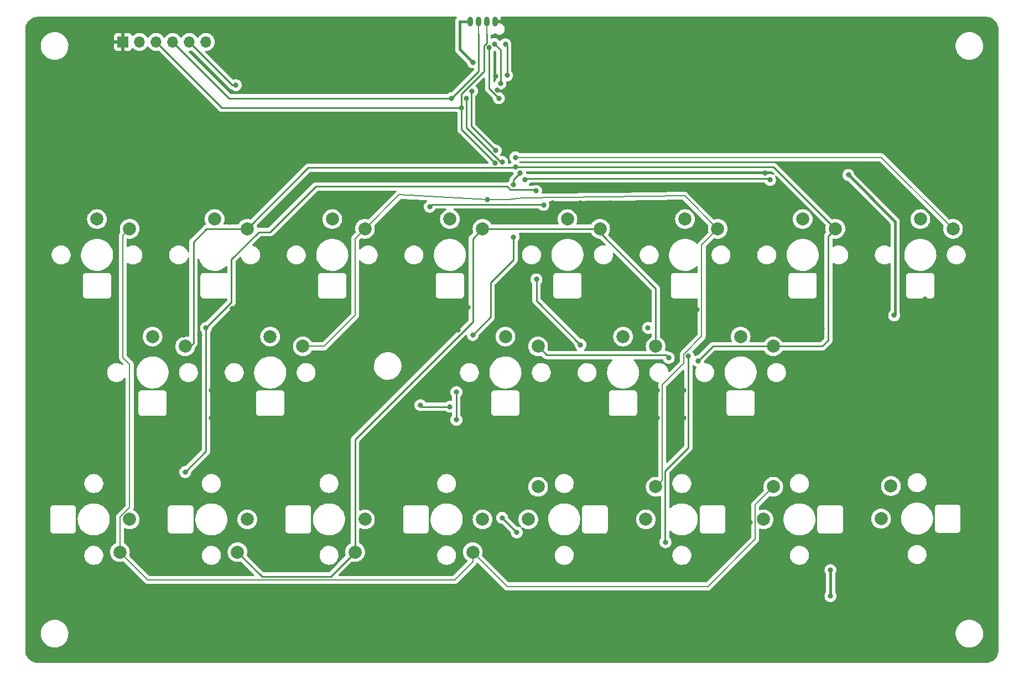
<source format=gbr>
%TF.GenerationSoftware,KiCad,Pcbnew,6.0.9-8da3e8f707~117~ubuntu22.04.1*%
%TF.CreationDate,2022-12-01T14:43:22-05:00*%
%TF.ProjectId,keyboard_matrix,6b657962-6f61-4726-945f-6d6174726978,rev?*%
%TF.SameCoordinates,Original*%
%TF.FileFunction,Copper,L1,Top*%
%TF.FilePolarity,Positive*%
%FSLAX46Y46*%
G04 Gerber Fmt 4.6, Leading zero omitted, Abs format (unit mm)*
G04 Created by KiCad (PCBNEW 6.0.9-8da3e8f707~117~ubuntu22.04.1) date 2022-12-01 14:43:22*
%MOMM*%
%LPD*%
G01*
G04 APERTURE LIST*
%TA.AperFunction,ComponentPad*%
%ADD10C,2.000000*%
%TD*%
%TA.AperFunction,ComponentPad*%
%ADD11R,1.700000X1.700000*%
%TD*%
%TA.AperFunction,ComponentPad*%
%ADD12O,1.700000X1.700000*%
%TD*%
%TA.AperFunction,SMDPad,CuDef*%
%ADD13O,0.800000X1.500000*%
%TD*%
%TA.AperFunction,ViaPad*%
%ADD14C,0.800000*%
%TD*%
%TA.AperFunction,ViaPad*%
%ADD15C,0.700000*%
%TD*%
%TA.AperFunction,Conductor*%
%ADD16C,0.400000*%
%TD*%
%TA.AperFunction,Conductor*%
%ADD17C,0.250000*%
%TD*%
%TA.AperFunction,Conductor*%
%ADD18C,0.150000*%
%TD*%
%TA.AperFunction,Conductor*%
%ADD19C,0.200000*%
%TD*%
G04 APERTURE END LIST*
D10*
%TO.P,SW202,*%
%TO.N,*%
X99500000Y-91500000D03*
%TO.P,SW202,6*%
%TO.N,COL_O*%
X104500000Y-93000000D03*
%TD*%
%TO.P,SW208,*%
%TO.N,*%
X207500000Y-91500000D03*
%TO.P,SW208,6*%
%TO.N,COL_P*%
X212500000Y-93000000D03*
%TD*%
%TO.P,SW201,*%
%TO.N,*%
X81500000Y-91500000D03*
%TO.P,SW201,6*%
%TO.N,COL_P*%
X86500000Y-93000000D03*
%TD*%
%TO.P,SW301,*%
%TO.N,*%
X86500000Y-137500000D03*
%TO.P,SW301,6*%
%TO.N,COL_P*%
X85000000Y-142500000D03*
%TD*%
%TO.P,SW307,*%
%TO.N,*%
X144000000Y-109500000D03*
%TO.P,SW307,6*%
%TO.N,COL_O*%
X149000000Y-111000000D03*
%TD*%
%TO.P,SW308,*%
%TO.N,*%
X147500000Y-137500000D03*
%TO.P,SW308,6*%
%TO.N,COL_N*%
X149000000Y-132500000D03*
%TD*%
%TO.P,SW303,*%
%TO.N,*%
X104500000Y-137500000D03*
%TO.P,SW303,6*%
%TO.N,COL_M*%
X103000000Y-142500000D03*
%TD*%
D11*
%TO.P,J10,1,Pin_1*%
%TO.N,GND*%
X85460000Y-64375000D03*
D12*
%TO.P,J10,2,Pin_2*%
%TO.N,3.3V_UNF*%
X88000000Y-64375000D03*
%TO.P,J10,3,Pin_3*%
%TO.N,I2C_SCL*%
X90540000Y-64375000D03*
%TO.P,J10,4,Pin_4*%
%TO.N,I2C_SDA*%
X93080000Y-64375000D03*
%TO.P,J10,5,Pin_5*%
%TO.N,INT*%
X95620000Y-64375000D03*
%TO.P,J10,6,Pin_6*%
%TO.N,5V_UNF*%
X98160000Y-64375000D03*
%TD*%
D10*
%TO.P,SW312,*%
%TO.N,*%
X183500000Y-137500000D03*
%TO.P,SW312,6*%
%TO.N,COL_P*%
X185000000Y-132500000D03*
%TD*%
%TO.P,SW304,*%
%TO.N,*%
X108000000Y-109500000D03*
%TO.P,SW304,6*%
%TO.N,COL_N*%
X113000000Y-111000000D03*
%TD*%
%TO.P,SW309,*%
%TO.N,*%
X162000000Y-109500000D03*
%TO.P,SW309,6*%
%TO.N,COL_M*%
X167000000Y-111000000D03*
%TD*%
%TO.P,SW302,*%
%TO.N,*%
X90000000Y-109500000D03*
%TO.P,SW302,6*%
%TO.N,COL_O*%
X95000000Y-111000000D03*
%TD*%
%TO.P,SW203,*%
%TO.N,*%
X117500000Y-91500000D03*
%TO.P,SW203,6*%
%TO.N,COL_N*%
X122500000Y-93000000D03*
%TD*%
D13*
%TO.P,J11,1,Vcc*%
%TO.N,3.3V_UNF*%
X138595000Y-61270500D03*
%TO.P,J11,3*%
%TO.N,I2C_SDA*%
X139865000Y-61270500D03*
%TO.P,J11,5*%
%TO.N,I2C_SCL*%
X141135000Y-61270500D03*
%TO.P,J11,7,GND*%
%TO.N,GND*%
X142405000Y-61270500D03*
%TD*%
D10*
%TO.P,SW310,*%
%TO.N,*%
X165500000Y-137500000D03*
%TO.P,SW310,6*%
%TO.N,COL_N*%
X167000000Y-132500000D03*
%TD*%
%TO.P,SW306,*%
%TO.N,*%
X140500000Y-137500000D03*
%TO.P,SW306,6*%
%TO.N,COL_P*%
X139000000Y-142500000D03*
%TD*%
%TO.P,SW313,*%
%TO.N,*%
X201500000Y-137385000D03*
%TO.P,SW313,6*%
%TO.N,COL_Q*%
X203000000Y-132385000D03*
%TD*%
%TO.P,SW205,*%
%TO.N,*%
X153500000Y-91500000D03*
%TO.P,SW205,6*%
%TO.N,COL_M*%
X158500000Y-93000000D03*
%TD*%
%TO.P,SW311,*%
%TO.N,*%
X180000000Y-109500000D03*
%TO.P,SW311,6*%
%TO.N,COL_O*%
X185000000Y-111000000D03*
%TD*%
%TO.P,SW204,*%
%TO.N,*%
X135500000Y-91500000D03*
%TO.P,SW204,6*%
%TO.N,COL_M*%
X140500000Y-93000000D03*
%TD*%
%TO.P,SW206,*%
%TO.N,*%
X171500000Y-91500000D03*
%TO.P,SW206,6*%
%TO.N,COL_N*%
X176500000Y-93000000D03*
%TD*%
%TO.P,SW305,*%
%TO.N,*%
X122500000Y-137500000D03*
%TO.P,SW305,6*%
%TO.N,COL_M*%
X121000000Y-142500000D03*
%TD*%
%TO.P,SW207,*%
%TO.N,*%
X189500000Y-91500000D03*
%TO.P,SW207,6*%
%TO.N,COL_O*%
X194500000Y-93000000D03*
%TD*%
D14*
%TO.N,GND*%
X121000000Y-69250000D03*
X101000000Y-64500000D03*
X177750000Y-108500000D03*
X155500000Y-89000000D03*
X83750000Y-148250000D03*
X134750000Y-117750000D03*
X187750000Y-105000000D03*
X107250000Y-76500000D03*
X181500000Y-124250000D03*
X88250000Y-148250000D03*
X123250000Y-135500000D03*
X167250000Y-117750000D03*
X184500000Y-122000000D03*
X81750000Y-109250000D03*
X73750000Y-115750000D03*
X142750000Y-105000000D03*
X110750000Y-64500000D03*
X99512299Y-140824500D03*
X91250000Y-92000000D03*
X107750000Y-87750000D03*
X130750000Y-122000000D03*
D15*
X145750000Y-79750000D03*
D14*
X78500000Y-119750000D03*
X119500000Y-109250000D03*
X128250000Y-109250000D03*
X188750000Y-122000000D03*
D15*
X144250000Y-78250000D03*
X144250000Y-79750000D03*
D14*
X149000000Y-117750000D03*
X88250000Y-152750000D03*
X171275500Y-117750000D03*
X158500000Y-145000000D03*
X127000000Y-80750000D03*
X130500000Y-69250000D03*
X120000000Y-105000000D03*
X110000000Y-109250000D03*
X87500000Y-109250000D03*
X187750000Y-108250000D03*
X108250000Y-152750000D03*
X173350501Y-105378043D03*
X132250000Y-80750000D03*
X125250000Y-105000000D03*
X106500000Y-105000000D03*
X218000000Y-98250000D03*
X190000000Y-108250000D03*
X129000000Y-153000000D03*
X121000000Y-64500000D03*
X182500000Y-108500000D03*
X101750000Y-87750000D03*
X115750000Y-64500000D03*
X197750000Y-104750000D03*
X142525500Y-69667660D03*
X78500000Y-124000000D03*
X147000000Y-64750000D03*
X200000000Y-104750000D03*
X129000000Y-148500000D03*
X124500000Y-148500000D03*
X117750000Y-140824500D03*
X74500000Y-148250000D03*
X112250000Y-80750000D03*
X106250000Y-69250000D03*
X147000000Y-67750000D03*
X182000000Y-88500000D03*
X94750000Y-122000000D03*
X167250000Y-122000000D03*
X102750000Y-109250000D03*
X177250000Y-128500000D03*
X136750000Y-80750000D03*
X76000000Y-95000000D03*
X152250000Y-109250000D03*
X169750000Y-89000000D03*
X117500000Y-76500000D03*
X153250000Y-117750000D03*
X117500000Y-80750000D03*
X102000000Y-145000000D03*
X91750000Y-105000000D03*
X135750000Y-145000000D03*
X121500000Y-122000000D03*
X156750000Y-67750000D03*
X115750000Y-69250000D03*
X97500000Y-76500000D03*
X208250000Y-104750000D03*
X160250000Y-105000000D03*
X170750000Y-145000000D03*
X120250000Y-87750000D03*
X153250000Y-122000000D03*
X120000000Y-148500000D03*
X125750000Y-122000000D03*
X99500000Y-145000000D03*
X142754354Y-71729756D03*
X121500000Y-117750000D03*
X83750000Y-87750000D03*
X162250000Y-105000000D03*
X140750000Y-128500000D03*
X102010165Y-140824500D03*
X195250000Y-108250000D03*
X94750000Y-117750000D03*
X145000000Y-141000000D03*
X164000000Y-109750000D03*
X145000000Y-124250000D03*
X152250000Y-67750000D03*
X112250000Y-76500000D03*
X181500000Y-128500000D03*
X135750000Y-140824500D03*
X122000000Y-80750000D03*
X103750000Y-152750000D03*
X117250000Y-122000000D03*
X92000000Y-109250000D03*
X112750000Y-105000000D03*
X120000000Y-153000000D03*
X132750000Y-109250000D03*
X72750000Y-95000000D03*
X174250000Y-88500000D03*
X162750000Y-132000000D03*
X144974500Y-72482612D03*
X160000000Y-91500000D03*
X108250000Y-148250000D03*
X117250000Y-117750000D03*
X101750000Y-92000000D03*
X136734070Y-108491332D03*
X188750000Y-117750000D03*
X73750000Y-124000000D03*
X110750000Y-69250000D03*
X83750000Y-152750000D03*
X145500000Y-70500000D03*
X122250000Y-145000000D03*
X94750000Y-109250000D03*
X89000000Y-124000000D03*
X165000000Y-89000000D03*
X97250000Y-109250000D03*
X125750000Y-117750000D03*
X192250000Y-84500000D03*
X177250000Y-124250000D03*
X160000000Y-89000000D03*
X115250000Y-109250000D03*
X107250000Y-80750000D03*
X164037458Y-104947746D03*
X183750000Y-84500000D03*
X146750000Y-105000000D03*
X84250000Y-109250000D03*
X104750000Y-105000000D03*
X170750000Y-140750000D03*
X140750000Y-124250000D03*
X151250000Y-89000000D03*
X182000000Y-92750000D03*
D15*
X145750000Y-78250000D03*
D14*
X102750000Y-80750000D03*
X113000000Y-117750000D03*
X174250000Y-92750000D03*
X127000000Y-76500000D03*
X140000000Y-145000000D03*
X125500000Y-69250000D03*
X97500000Y-80750000D03*
X170500000Y-109250000D03*
X152250000Y-64750000D03*
X129500000Y-105000000D03*
X208250000Y-103750000D03*
X205250000Y-104750000D03*
X191750000Y-105000000D03*
X155500000Y-91500000D03*
X113000000Y-122000000D03*
X176250000Y-145000000D03*
X138250000Y-105000000D03*
X130750000Y-126250000D03*
X181500000Y-133750000D03*
X160250000Y-132000000D03*
X102187299Y-105187299D03*
X120250000Y-91500000D03*
X192250000Y-88500000D03*
X192250000Y-92750000D03*
X124000000Y-109250000D03*
X206250000Y-84500000D03*
X202500000Y-104750000D03*
X99250000Y-148250000D03*
X181500000Y-138000000D03*
X73750000Y-119750000D03*
X78500000Y-115750000D03*
X83750000Y-92000000D03*
X151250000Y-105000000D03*
X184500000Y-105000000D03*
X201250000Y-130500000D03*
X97500000Y-105000000D03*
X122000000Y-76500000D03*
X152500000Y-140750000D03*
X145000000Y-135750000D03*
X156750000Y-64750000D03*
X200750000Y-139500000D03*
X99250000Y-152750000D03*
X212250000Y-98750000D03*
X134750000Y-122000000D03*
X124500000Y-153000000D03*
X103750000Y-148250000D03*
X107750000Y-92000000D03*
X160250000Y-137000000D03*
X171275500Y-122000000D03*
X149000000Y-122000000D03*
X91250000Y-87750000D03*
X134000000Y-105000000D03*
X94250000Y-105000000D03*
X99000000Y-122000000D03*
X106250000Y-64500000D03*
X160250000Y-134750000D03*
X180500000Y-105000000D03*
X152500000Y-145000000D03*
X99000000Y-117750000D03*
X141250000Y-109250000D03*
X192500000Y-108250000D03*
X184500000Y-117750000D03*
X79250000Y-152750000D03*
X162750000Y-134750000D03*
X150250000Y-109250000D03*
X79250000Y-148250000D03*
X125500000Y-64500000D03*
X102750000Y-76500000D03*
X155750000Y-109250000D03*
X145000000Y-128500000D03*
%TO.N,+5V*%
X203500000Y-106250000D03*
X193750000Y-149250000D03*
X193750000Y-145250000D03*
X196500000Y-84750000D03*
%TO.N,3.3V_UNF*%
X139000000Y-67500000D03*
%TO.N,I2C_SCL*%
X137275500Y-74460368D03*
X142399703Y-82924303D03*
%TO.N,I2C_SDA*%
X138025500Y-73000000D03*
X143500000Y-82750000D03*
X135750000Y-73000000D03*
%TO.N,INT*%
X142512299Y-80987701D03*
X102750000Y-71000000D03*
X138887299Y-71887299D03*
%TO.N,NRST*%
X141500000Y-65250000D03*
X143000000Y-73000000D03*
%TO.N,SWCLK*%
X142331637Y-64695576D03*
X143250000Y-70750000D03*
%TO.N,SWDIO*%
X144000000Y-64750000D03*
X144250000Y-69500000D03*
%TO.N,ROW_A*%
X149848343Y-89348343D03*
X132414553Y-89610045D03*
%TO.N,COL_N*%
X141250000Y-88500000D03*
%TO.N,COL_O*%
X173500000Y-113250000D03*
X169000000Y-112750000D03*
X145525500Y-83553908D03*
%TO.N,COL_P*%
X145525500Y-82059526D03*
%TO.N,ROW_C*%
X95000000Y-130250000D03*
X148698836Y-87191126D03*
X98175000Y-108175000D03*
%TO.N,ROW_D*%
X136500000Y-118000000D03*
X139000000Y-109250000D03*
X136500000Y-122250000D03*
X145750000Y-139500000D03*
X146250000Y-84500000D03*
X143500000Y-137250000D03*
X145250000Y-86250000D03*
X145250000Y-94250000D03*
%TO.N,ROW_E*%
X148750000Y-100750000D03*
X168500000Y-141000000D03*
X155500000Y-110750000D03*
X165825000Y-108175000D03*
X172000000Y-112500000D03*
%TO.N,Net-(SW304-Pad4)*%
X131000000Y-120000000D03*
X135500000Y-120250000D03*
%TO.N,COL_Q*%
X147025500Y-85445576D03*
X184500000Y-85500000D03*
%TD*%
D16*
%TO.N,+5V*%
X196500000Y-84750000D02*
X203650001Y-91900001D01*
X203650001Y-91900001D02*
X203650001Y-106099999D01*
X203650001Y-106099999D02*
X203500000Y-106250000D01*
X193750000Y-145250000D02*
X193750000Y-149250000D01*
%TO.N,3.3V_UNF*%
X137000000Y-61250000D02*
X137000000Y-65500000D01*
X138245000Y-61270500D02*
X138224500Y-61250000D01*
X138595000Y-61270500D02*
X138245000Y-61270500D01*
X138224500Y-61250000D02*
X137000000Y-61250000D01*
X137000000Y-65500000D02*
X139000000Y-67500000D01*
D17*
%TO.N,I2C_SCL*%
X90540000Y-64375000D02*
X100625368Y-74460368D01*
X100625368Y-74460368D02*
X137275500Y-74460368D01*
X137275500Y-74460368D02*
X137275500Y-72338810D01*
X141135000Y-64590402D02*
X141135000Y-63135000D01*
D18*
X141135000Y-63135000D02*
X141135000Y-61270500D01*
D17*
X137275500Y-72338810D02*
X140775500Y-68838810D01*
X137275500Y-77800100D02*
X137275500Y-74460368D01*
X140775500Y-68838810D02*
X140775500Y-64949902D01*
X140775500Y-64949902D02*
X141135000Y-64590402D01*
X142399703Y-82924303D02*
X137275500Y-77800100D01*
%TO.N,I2C_SDA*%
X143250000Y-82750000D02*
X143500000Y-82750000D01*
D18*
X139865000Y-61270500D02*
X139865000Y-63135000D01*
D17*
X138025500Y-77525500D02*
X143250000Y-82750000D01*
X135750000Y-73000000D02*
X101705000Y-73000000D01*
X139865000Y-68885000D02*
X135750000Y-73000000D01*
X101705000Y-73000000D02*
X93080000Y-64375000D01*
X138025500Y-73000000D02*
X138025500Y-77525500D01*
X139865000Y-68885000D02*
X139865000Y-63135000D01*
%TO.N,INT*%
X102750000Y-71000000D02*
X102245000Y-71000000D01*
X142512299Y-80987701D02*
X138750000Y-77225402D01*
X138750000Y-72024598D02*
X138887299Y-71887299D01*
X102245000Y-71000000D02*
X95620000Y-64375000D01*
X138750000Y-77225402D02*
X138750000Y-72024598D01*
%TO.N,NRST*%
X143000000Y-73000000D02*
X141500000Y-71500000D01*
X141500000Y-71500000D02*
X141500000Y-65250000D01*
%TO.N,SWCLK*%
X143250000Y-70750000D02*
X143250000Y-65613939D01*
X143250000Y-65613939D02*
X142331637Y-64695576D01*
%TO.N,SWDIO*%
X144250000Y-65000000D02*
X144000000Y-64750000D01*
X144250000Y-69500000D02*
X144250000Y-65000000D01*
%TO.N,ROW_A*%
X132774598Y-89250000D02*
X149750000Y-89250000D01*
X149750000Y-89250000D02*
X149848343Y-89348343D01*
X132414553Y-89610045D02*
X132774598Y-89250000D01*
%TO.N,COL_M*%
X106750000Y-146250000D02*
X117250000Y-146250000D01*
X167000000Y-111000000D02*
X167000000Y-102135690D01*
X139000000Y-94500000D02*
X140500000Y-93000000D01*
X121000000Y-125250000D02*
X139000000Y-107250000D01*
X121000000Y-142500000D02*
X121000000Y-125250000D01*
X140500000Y-93000000D02*
X158500000Y-93000000D01*
X158500000Y-93635690D02*
X158500000Y-93000000D01*
X117250000Y-146250000D02*
X121000000Y-142500000D01*
X167000000Y-102135690D02*
X158500000Y-93635690D01*
X139000000Y-107250000D02*
X139000000Y-94500000D01*
X103000000Y-142500000D02*
X106750000Y-146250000D01*
D19*
%TO.N,COL_N*%
X144500000Y-88500000D02*
X146550500Y-88250000D01*
X171449500Y-87949500D02*
X176500000Y-93000000D01*
X141250000Y-88500000D02*
X144500000Y-88500000D01*
X168000498Y-116899167D02*
X168000498Y-131499502D01*
X174050001Y-95449999D02*
X174050001Y-109460756D01*
X121000000Y-106250000D02*
X121000000Y-94500000D01*
X146550500Y-88250000D02*
X171449500Y-87949500D01*
X116250000Y-111000000D02*
X121000000Y-106250000D01*
X141250000Y-88500000D02*
X127724500Y-87775500D01*
X174050001Y-109460756D02*
X171300500Y-112210257D01*
X171300500Y-112210257D02*
X171300500Y-113599165D01*
X127724500Y-87775500D02*
X122500000Y-93000000D01*
X113000000Y-111000000D02*
X116250000Y-111000000D01*
X168000498Y-131499502D02*
X167000000Y-132500000D01*
X176500000Y-93000000D02*
X174050001Y-95449999D01*
X121000000Y-94500000D02*
X122500000Y-93000000D01*
X171300500Y-113599165D02*
X168000498Y-116899167D01*
D17*
%TO.N,COL_O*%
X192500000Y-111000000D02*
X193424999Y-110075001D01*
X175750000Y-111000000D02*
X185000000Y-111000000D01*
X95000000Y-111000000D02*
X95750000Y-111000000D01*
X173500000Y-113250000D02*
X175750000Y-111000000D01*
X150325000Y-112325000D02*
X168575000Y-112325000D01*
X168575000Y-112325000D02*
X169000000Y-112750000D01*
X96250000Y-95000000D02*
X98250000Y-93000000D01*
X96250000Y-110500000D02*
X96250000Y-95000000D01*
X149000000Y-111000000D02*
X150325000Y-112325000D01*
X185053908Y-83553908D02*
X145525500Y-83553908D01*
X194500000Y-93000000D02*
X185053908Y-83553908D01*
X98250000Y-93000000D02*
X104500000Y-93000000D01*
X95750000Y-111000000D02*
X96250000Y-110500000D01*
X113851197Y-83648803D02*
X145430605Y-83648803D01*
X104500000Y-93000000D02*
X113851197Y-83648803D01*
X193424999Y-110075001D02*
X193424999Y-94075001D01*
X145430605Y-83648803D02*
X145525500Y-83553908D01*
X185000000Y-111000000D02*
X192500000Y-111000000D01*
X193424999Y-94075001D02*
X194500000Y-93000000D01*
D19*
%TO.N,COL_P*%
X136250000Y-146750000D02*
X89250000Y-146750000D01*
X201559526Y-82059526D02*
X145525500Y-82059526D01*
X139000000Y-144000000D02*
X136250000Y-146750000D01*
X139000000Y-142500000D02*
X144250000Y-147750000D01*
X85449999Y-94050001D02*
X85449999Y-112699999D01*
X86500000Y-93000000D02*
X85449999Y-94050001D01*
X86500000Y-113750000D02*
X86500000Y-135661522D01*
X86500000Y-135661522D02*
X85000000Y-137161522D01*
X139000000Y-142500000D02*
X139000000Y-144000000D01*
X89250000Y-146750000D02*
X85000000Y-142500000D01*
X85449999Y-112699999D02*
X86500000Y-113750000D01*
X144250000Y-147750000D02*
X175000000Y-147750000D01*
X175000000Y-147750000D02*
X182200000Y-140550000D01*
X182200000Y-135300000D02*
X185000000Y-132500000D01*
X212500000Y-93000000D02*
X201559526Y-82059526D01*
X85000000Y-137161522D02*
X85000000Y-142500000D01*
X182200000Y-140550000D02*
X182200000Y-135300000D01*
D17*
%TO.N,ROW_C*%
X102075001Y-97697611D02*
X106272612Y-93500000D01*
X98175000Y-127075000D02*
X98175000Y-108175000D01*
X144750000Y-87000000D02*
X148507710Y-87000000D01*
X98175000Y-108175000D02*
X102075001Y-104274999D01*
X95000000Y-130250000D02*
X98175000Y-127075000D01*
X115000000Y-86500000D02*
X144250000Y-86500000D01*
X106272612Y-93500000D02*
X108000000Y-93500000D01*
X108000000Y-93500000D02*
X115000000Y-86500000D01*
X144250000Y-86500000D02*
X144750000Y-87000000D01*
X148507710Y-87000000D02*
X148698836Y-87191126D01*
X102075001Y-104274999D02*
X102075001Y-97697611D01*
%TO.N,ROW_D*%
X139000000Y-109250000D02*
X141750000Y-106500000D01*
X145250000Y-97750000D02*
X145250000Y-94250000D01*
X145250000Y-86250000D02*
X145250000Y-85500000D01*
X145250000Y-85500000D02*
X146250000Y-84500000D01*
X136500000Y-122250000D02*
X136500000Y-118000000D01*
X141750000Y-106500000D02*
X141750000Y-101250000D01*
X141750000Y-101250000D02*
X145250000Y-97750000D01*
X145750000Y-139500000D02*
X143500000Y-137250000D01*
%TO.N,ROW_E*%
X172000000Y-126500000D02*
X172000000Y-112500000D01*
X171750000Y-126750000D02*
X172000000Y-126500000D01*
X168424999Y-130075001D02*
X171750000Y-126750000D01*
X148750000Y-100750000D02*
X148750000Y-104000000D01*
X168500000Y-141000000D02*
X168424999Y-140924999D01*
X148750000Y-104000000D02*
X155500000Y-110750000D01*
X168424999Y-140924999D02*
X168424999Y-130075001D01*
%TO.N,Net-(SW304-Pad4)*%
X131250000Y-120250000D02*
X131000000Y-120000000D01*
X135500000Y-120250000D02*
X131250000Y-120250000D01*
%TO.N,COL_Q*%
X147195576Y-85275500D02*
X147025500Y-85445576D01*
X184500000Y-85500000D02*
X184275500Y-85275500D01*
X184275500Y-85275500D02*
X147195576Y-85275500D01*
%TD*%
%TA.AperFunction,Conductor*%
%TO.N,GND*%
G36*
X136498789Y-60528502D02*
G01*
X136545282Y-60582158D01*
X136555386Y-60652432D01*
X136524743Y-60718320D01*
X136513827Y-60730572D01*
X136505905Y-60739463D01*
X136494662Y-60750588D01*
X136475341Y-60767443D01*
X136475338Y-60767447D01*
X136469615Y-60772439D01*
X136465247Y-60778653D01*
X136465245Y-60778656D01*
X136447979Y-60803222D01*
X136438972Y-60814586D01*
X136413943Y-60842679D01*
X136410391Y-60849388D01*
X136410388Y-60849392D01*
X136398389Y-60872054D01*
X136390124Y-60885541D01*
X136375381Y-60906519D01*
X136371010Y-60912739D01*
X136368249Y-60919820D01*
X136368247Y-60919824D01*
X136357343Y-60947790D01*
X136351306Y-60960977D01*
X136337254Y-60987518D01*
X136333700Y-60994231D01*
X136331851Y-61001591D01*
X136331849Y-61001597D01*
X136325603Y-61026466D01*
X136320791Y-61041543D01*
X136308718Y-61072509D01*
X136307727Y-61080039D01*
X136307726Y-61080042D01*
X136303808Y-61109807D01*
X136301090Y-61124059D01*
X136291924Y-61160549D01*
X136291884Y-61168147D01*
X136291884Y-61168148D01*
X136291714Y-61200660D01*
X136291665Y-61202035D01*
X136291500Y-61203294D01*
X136291500Y-61241238D01*
X136291498Y-61241898D01*
X136291026Y-61332031D01*
X136291390Y-61333548D01*
X136291500Y-61335450D01*
X136291500Y-65471088D01*
X136291208Y-65479658D01*
X136287275Y-65537352D01*
X136288580Y-65544829D01*
X136288580Y-65544830D01*
X136298261Y-65600299D01*
X136299223Y-65606821D01*
X136306898Y-65670242D01*
X136309581Y-65677343D01*
X136310222Y-65679952D01*
X136314685Y-65696262D01*
X136315450Y-65698798D01*
X136316757Y-65706284D01*
X136319811Y-65713241D01*
X136342442Y-65764795D01*
X136344933Y-65770899D01*
X136367513Y-65830656D01*
X136371817Y-65836919D01*
X136373054Y-65839285D01*
X136381299Y-65854097D01*
X136382632Y-65856351D01*
X136385685Y-65863305D01*
X136417034Y-65904158D01*
X136424579Y-65913991D01*
X136428459Y-65919332D01*
X136460339Y-65965720D01*
X136460344Y-65965725D01*
X136464643Y-65971981D01*
X136470313Y-65977032D01*
X136470314Y-65977034D01*
X136511170Y-66013435D01*
X136516446Y-66018416D01*
X138065335Y-67567306D01*
X138099361Y-67629618D01*
X138101550Y-67643230D01*
X138106458Y-67689928D01*
X138165473Y-67871556D01*
X138260960Y-68036944D01*
X138388747Y-68178866D01*
X138543248Y-68291118D01*
X138549276Y-68293802D01*
X138549278Y-68293803D01*
X138711681Y-68366109D01*
X138717712Y-68368794D01*
X138811113Y-68388647D01*
X138898056Y-68407128D01*
X138898061Y-68407128D01*
X138904513Y-68408500D01*
X139095487Y-68408500D01*
X139095487Y-68408717D01*
X139162161Y-68420906D01*
X139214011Y-68469405D01*
X139231500Y-68533447D01*
X139231500Y-68570406D01*
X139211498Y-68638527D01*
X139194595Y-68659501D01*
X135799500Y-72054595D01*
X135737188Y-72088621D01*
X135710405Y-72091500D01*
X135654513Y-72091500D01*
X135648061Y-72092872D01*
X135648056Y-72092872D01*
X135561112Y-72111353D01*
X135467712Y-72131206D01*
X135461682Y-72133891D01*
X135461681Y-72133891D01*
X135299278Y-72206197D01*
X135299276Y-72206198D01*
X135293248Y-72208882D01*
X135138747Y-72321134D01*
X135134332Y-72326037D01*
X135129420Y-72330460D01*
X135128295Y-72329211D01*
X135074986Y-72362051D01*
X135041800Y-72366500D01*
X102019594Y-72366500D01*
X101951473Y-72346498D01*
X101930499Y-72329595D01*
X95551318Y-65950413D01*
X95517292Y-65888101D01*
X95522357Y-65817286D01*
X95564904Y-65760450D01*
X95631424Y-65735639D01*
X95645024Y-65735403D01*
X95661698Y-65736015D01*
X95676674Y-65736564D01*
X95676678Y-65736564D01*
X95681837Y-65736753D01*
X95686957Y-65736097D01*
X95686959Y-65736097D01*
X95898288Y-65709025D01*
X95898289Y-65709025D01*
X95903416Y-65708368D01*
X95908367Y-65706883D01*
X95908370Y-65706882D01*
X95949829Y-65694444D01*
X96020825Y-65694028D01*
X96075131Y-65726035D01*
X101741348Y-71392253D01*
X101748888Y-71400539D01*
X101753000Y-71407018D01*
X101758777Y-71412443D01*
X101802651Y-71453643D01*
X101805493Y-71456398D01*
X101825230Y-71476135D01*
X101828427Y-71478615D01*
X101837447Y-71486318D01*
X101869679Y-71516586D01*
X101876625Y-71520405D01*
X101876628Y-71520407D01*
X101887434Y-71526348D01*
X101903953Y-71537199D01*
X101919959Y-71549614D01*
X101927228Y-71552759D01*
X101927232Y-71552762D01*
X101960537Y-71567174D01*
X101971187Y-71572391D01*
X102009940Y-71593695D01*
X102017615Y-71595666D01*
X102017616Y-71595666D01*
X102029562Y-71598733D01*
X102048269Y-71605138D01*
X102062531Y-71611310D01*
X102106124Y-71642635D01*
X102133049Y-71672537D01*
X102138747Y-71678866D01*
X102144089Y-71682747D01*
X102144091Y-71682749D01*
X102277344Y-71779563D01*
X102293248Y-71791118D01*
X102299276Y-71793802D01*
X102299278Y-71793803D01*
X102432927Y-71853307D01*
X102467712Y-71868794D01*
X102554771Y-71887299D01*
X102648056Y-71907128D01*
X102648061Y-71907128D01*
X102654513Y-71908500D01*
X102845487Y-71908500D01*
X102851939Y-71907128D01*
X102851944Y-71907128D01*
X102945229Y-71887299D01*
X103032288Y-71868794D01*
X103067073Y-71853307D01*
X103200722Y-71793803D01*
X103200724Y-71793802D01*
X103206752Y-71791118D01*
X103234404Y-71771028D01*
X103268875Y-71745983D01*
X103361253Y-71678866D01*
X103372685Y-71666170D01*
X103484621Y-71541852D01*
X103484622Y-71541851D01*
X103489040Y-71536944D01*
X103584527Y-71371556D01*
X103643542Y-71189928D01*
X103648360Y-71144093D01*
X103662814Y-71006565D01*
X103663504Y-71000000D01*
X103656636Y-70934651D01*
X103644232Y-70816635D01*
X103644232Y-70816633D01*
X103643542Y-70810072D01*
X103584527Y-70628444D01*
X103489040Y-70463056D01*
X103361253Y-70321134D01*
X103206752Y-70208882D01*
X103200724Y-70206198D01*
X103200722Y-70206197D01*
X103038319Y-70133891D01*
X103038318Y-70133891D01*
X103032288Y-70131206D01*
X102938888Y-70111353D01*
X102851944Y-70092872D01*
X102851939Y-70092872D01*
X102845487Y-70091500D01*
X102654513Y-70091500D01*
X102648061Y-70092872D01*
X102648056Y-70092872D01*
X102541146Y-70115597D01*
X102467712Y-70131206D01*
X102461679Y-70133892D01*
X102461676Y-70133893D01*
X102442180Y-70142573D01*
X102411479Y-70156242D01*
X102341114Y-70165677D01*
X102276816Y-70135571D01*
X102271136Y-70130231D01*
X98091318Y-65950413D01*
X98057292Y-65888101D01*
X98062357Y-65817286D01*
X98104904Y-65760450D01*
X98171424Y-65735639D01*
X98185024Y-65735403D01*
X98201698Y-65736015D01*
X98216674Y-65736564D01*
X98216678Y-65736564D01*
X98221837Y-65736753D01*
X98226957Y-65736097D01*
X98226959Y-65736097D01*
X98438288Y-65709025D01*
X98438289Y-65709025D01*
X98443416Y-65708368D01*
X98448369Y-65706882D01*
X98652429Y-65645661D01*
X98652434Y-65645659D01*
X98657384Y-65644174D01*
X98857994Y-65545896D01*
X99039860Y-65416173D01*
X99198096Y-65258489D01*
X99328453Y-65077077D01*
X99331982Y-65069938D01*
X99425136Y-64881453D01*
X99425137Y-64881451D01*
X99427430Y-64876811D01*
X99492370Y-64663069D01*
X99521529Y-64441590D01*
X99521611Y-64438240D01*
X99523074Y-64378365D01*
X99523074Y-64378361D01*
X99523156Y-64375000D01*
X99504852Y-64152361D01*
X99450431Y-63935702D01*
X99361354Y-63730840D01*
X99321906Y-63669862D01*
X99242822Y-63547617D01*
X99242820Y-63547614D01*
X99240014Y-63543277D01*
X99089670Y-63378051D01*
X99085619Y-63374852D01*
X99085615Y-63374848D01*
X98918414Y-63242800D01*
X98918410Y-63242798D01*
X98914359Y-63239598D01*
X98718789Y-63131638D01*
X98713920Y-63129914D01*
X98713916Y-63129912D01*
X98513087Y-63058795D01*
X98513083Y-63058794D01*
X98508212Y-63057069D01*
X98503119Y-63056162D01*
X98503116Y-63056161D01*
X98293373Y-63018800D01*
X98293367Y-63018799D01*
X98288284Y-63017894D01*
X98214452Y-63016992D01*
X98070081Y-63015228D01*
X98070079Y-63015228D01*
X98064911Y-63015165D01*
X97844091Y-63048955D01*
X97631756Y-63118357D01*
X97433607Y-63221507D01*
X97429474Y-63224610D01*
X97429471Y-63224612D01*
X97259100Y-63352530D01*
X97254965Y-63355635D01*
X97100629Y-63517138D01*
X96993201Y-63674621D01*
X96938293Y-63719621D01*
X96867768Y-63727792D01*
X96804021Y-63696538D01*
X96783324Y-63672054D01*
X96702822Y-63547617D01*
X96702820Y-63547614D01*
X96700014Y-63543277D01*
X96549670Y-63378051D01*
X96545619Y-63374852D01*
X96545615Y-63374848D01*
X96378414Y-63242800D01*
X96378410Y-63242798D01*
X96374359Y-63239598D01*
X96178789Y-63131638D01*
X96173920Y-63129914D01*
X96173916Y-63129912D01*
X95973087Y-63058795D01*
X95973083Y-63058794D01*
X95968212Y-63057069D01*
X95963119Y-63056162D01*
X95963116Y-63056161D01*
X95753373Y-63018800D01*
X95753367Y-63018799D01*
X95748284Y-63017894D01*
X95674452Y-63016992D01*
X95530081Y-63015228D01*
X95530079Y-63015228D01*
X95524911Y-63015165D01*
X95304091Y-63048955D01*
X95091756Y-63118357D01*
X94893607Y-63221507D01*
X94889474Y-63224610D01*
X94889471Y-63224612D01*
X94719100Y-63352530D01*
X94714965Y-63355635D01*
X94560629Y-63517138D01*
X94453201Y-63674621D01*
X94398293Y-63719621D01*
X94327768Y-63727792D01*
X94264021Y-63696538D01*
X94243324Y-63672054D01*
X94162822Y-63547617D01*
X94162820Y-63547614D01*
X94160014Y-63543277D01*
X94009670Y-63378051D01*
X94005619Y-63374852D01*
X94005615Y-63374848D01*
X93838414Y-63242800D01*
X93838410Y-63242798D01*
X93834359Y-63239598D01*
X93638789Y-63131638D01*
X93633920Y-63129914D01*
X93633916Y-63129912D01*
X93433087Y-63058795D01*
X93433083Y-63058794D01*
X93428212Y-63057069D01*
X93423119Y-63056162D01*
X93423116Y-63056161D01*
X93213373Y-63018800D01*
X93213367Y-63018799D01*
X93208284Y-63017894D01*
X93134452Y-63016992D01*
X92990081Y-63015228D01*
X92990079Y-63015228D01*
X92984911Y-63015165D01*
X92764091Y-63048955D01*
X92551756Y-63118357D01*
X92353607Y-63221507D01*
X92349474Y-63224610D01*
X92349471Y-63224612D01*
X92179100Y-63352530D01*
X92174965Y-63355635D01*
X92020629Y-63517138D01*
X91913201Y-63674621D01*
X91858293Y-63719621D01*
X91787768Y-63727792D01*
X91724021Y-63696538D01*
X91703324Y-63672054D01*
X91622822Y-63547617D01*
X91622820Y-63547614D01*
X91620014Y-63543277D01*
X91469670Y-63378051D01*
X91465619Y-63374852D01*
X91465615Y-63374848D01*
X91298414Y-63242800D01*
X91298410Y-63242798D01*
X91294359Y-63239598D01*
X91098789Y-63131638D01*
X91093920Y-63129914D01*
X91093916Y-63129912D01*
X90893087Y-63058795D01*
X90893083Y-63058794D01*
X90888212Y-63057069D01*
X90883119Y-63056162D01*
X90883116Y-63056161D01*
X90673373Y-63018800D01*
X90673367Y-63018799D01*
X90668284Y-63017894D01*
X90594452Y-63016992D01*
X90450081Y-63015228D01*
X90450079Y-63015228D01*
X90444911Y-63015165D01*
X90224091Y-63048955D01*
X90011756Y-63118357D01*
X89813607Y-63221507D01*
X89809474Y-63224610D01*
X89809471Y-63224612D01*
X89639100Y-63352530D01*
X89634965Y-63355635D01*
X89480629Y-63517138D01*
X89373201Y-63674621D01*
X89318293Y-63719621D01*
X89247768Y-63727792D01*
X89184021Y-63696538D01*
X89163324Y-63672054D01*
X89082822Y-63547617D01*
X89082820Y-63547614D01*
X89080014Y-63543277D01*
X88929670Y-63378051D01*
X88925619Y-63374852D01*
X88925615Y-63374848D01*
X88758414Y-63242800D01*
X88758410Y-63242798D01*
X88754359Y-63239598D01*
X88558789Y-63131638D01*
X88553920Y-63129914D01*
X88553916Y-63129912D01*
X88353087Y-63058795D01*
X88353083Y-63058794D01*
X88348212Y-63057069D01*
X88343119Y-63056162D01*
X88343116Y-63056161D01*
X88133373Y-63018800D01*
X88133367Y-63018799D01*
X88128284Y-63017894D01*
X88054452Y-63016992D01*
X87910081Y-63015228D01*
X87910079Y-63015228D01*
X87904911Y-63015165D01*
X87684091Y-63048955D01*
X87471756Y-63118357D01*
X87273607Y-63221507D01*
X87269474Y-63224610D01*
X87269471Y-63224612D01*
X87099100Y-63352530D01*
X87094965Y-63355635D01*
X87091393Y-63359373D01*
X87013898Y-63440466D01*
X86952374Y-63475895D01*
X86881462Y-63472438D01*
X86823676Y-63431192D01*
X86804823Y-63397644D01*
X86763324Y-63286946D01*
X86754786Y-63271351D01*
X86678285Y-63169276D01*
X86665724Y-63156715D01*
X86563649Y-63080214D01*
X86548054Y-63071676D01*
X86427606Y-63026522D01*
X86412351Y-63022895D01*
X86361486Y-63017369D01*
X86354672Y-63017000D01*
X85732115Y-63017000D01*
X85716876Y-63021475D01*
X85715671Y-63022865D01*
X85714000Y-63030548D01*
X85714000Y-65714884D01*
X85718475Y-65730123D01*
X85719865Y-65731328D01*
X85727548Y-65732999D01*
X86354669Y-65732999D01*
X86361490Y-65732629D01*
X86412352Y-65727105D01*
X86427604Y-65723479D01*
X86548054Y-65678324D01*
X86563649Y-65669786D01*
X86665724Y-65593285D01*
X86678285Y-65580724D01*
X86754786Y-65478649D01*
X86763324Y-65463054D01*
X86804225Y-65353952D01*
X86846867Y-65297188D01*
X86913428Y-65272488D01*
X86982777Y-65287696D01*
X87017444Y-65315684D01*
X87042865Y-65345031D01*
X87042869Y-65345035D01*
X87046250Y-65348938D01*
X87218126Y-65491632D01*
X87411000Y-65604338D01*
X87415825Y-65606180D01*
X87415826Y-65606181D01*
X87456089Y-65621556D01*
X87619692Y-65684030D01*
X87624760Y-65685061D01*
X87624763Y-65685062D01*
X87729073Y-65706284D01*
X87838597Y-65728567D01*
X87843772Y-65728757D01*
X87843774Y-65728757D01*
X88056673Y-65736564D01*
X88056677Y-65736564D01*
X88061837Y-65736753D01*
X88066957Y-65736097D01*
X88066959Y-65736097D01*
X88278288Y-65709025D01*
X88278289Y-65709025D01*
X88283416Y-65708368D01*
X88288369Y-65706882D01*
X88492429Y-65645661D01*
X88492434Y-65645659D01*
X88497384Y-65644174D01*
X88697994Y-65545896D01*
X88879860Y-65416173D01*
X89038096Y-65258489D01*
X89168453Y-65077077D01*
X89169776Y-65078028D01*
X89216645Y-65034857D01*
X89286580Y-65022625D01*
X89352026Y-65050144D01*
X89379875Y-65081994D01*
X89439987Y-65180088D01*
X89586250Y-65348938D01*
X89758126Y-65491632D01*
X89951000Y-65604338D01*
X89955825Y-65606180D01*
X89955826Y-65606181D01*
X89996089Y-65621556D01*
X90159692Y-65684030D01*
X90164760Y-65685061D01*
X90164763Y-65685062D01*
X90269073Y-65706284D01*
X90378597Y-65728567D01*
X90383772Y-65728757D01*
X90383774Y-65728757D01*
X90596673Y-65736564D01*
X90596677Y-65736564D01*
X90601837Y-65736753D01*
X90606957Y-65736097D01*
X90606959Y-65736097D01*
X90818288Y-65709025D01*
X90818289Y-65709025D01*
X90823416Y-65708368D01*
X90828367Y-65706883D01*
X90828370Y-65706882D01*
X90869829Y-65694444D01*
X90940825Y-65694028D01*
X90995131Y-65726035D01*
X100121711Y-74852615D01*
X100129255Y-74860905D01*
X100133368Y-74867386D01*
X100139145Y-74872811D01*
X100183035Y-74914026D01*
X100185877Y-74916781D01*
X100205598Y-74936502D01*
X100208793Y-74938980D01*
X100217815Y-74946686D01*
X100250047Y-74976954D01*
X100256996Y-74980774D01*
X100267800Y-74986714D01*
X100284324Y-74997567D01*
X100300327Y-75009981D01*
X100340911Y-75027544D01*
X100351541Y-75032751D01*
X100390308Y-75054063D01*
X100397985Y-75056034D01*
X100397990Y-75056036D01*
X100409926Y-75059100D01*
X100428634Y-75065505D01*
X100447223Y-75073549D01*
X100455051Y-75074789D01*
X100455058Y-75074791D01*
X100490892Y-75080467D01*
X100502512Y-75082873D01*
X100537657Y-75091896D01*
X100545338Y-75093868D01*
X100565592Y-75093868D01*
X100585302Y-75095419D01*
X100605311Y-75098588D01*
X100613203Y-75097842D01*
X100649329Y-75094427D01*
X100661187Y-75093868D01*
X136516000Y-75093868D01*
X136584121Y-75113870D01*
X136630614Y-75167526D01*
X136642000Y-75219868D01*
X136642000Y-77721333D01*
X136641473Y-77732516D01*
X136639798Y-77740009D01*
X136640047Y-77747935D01*
X136640047Y-77747936D01*
X136641938Y-77808086D01*
X136642000Y-77812045D01*
X136642000Y-77839956D01*
X136642497Y-77843890D01*
X136642497Y-77843891D01*
X136642505Y-77843956D01*
X136643438Y-77855793D01*
X136644827Y-77899989D01*
X136650478Y-77919439D01*
X136654487Y-77938800D01*
X136657026Y-77958897D01*
X136659945Y-77966268D01*
X136659945Y-77966270D01*
X136673304Y-78000012D01*
X136677149Y-78011242D01*
X136689482Y-78053693D01*
X136693515Y-78060512D01*
X136693517Y-78060517D01*
X136699793Y-78071128D01*
X136708488Y-78088876D01*
X136715948Y-78107717D01*
X136720610Y-78114133D01*
X136720610Y-78114134D01*
X136741936Y-78143487D01*
X136748452Y-78153407D01*
X136770958Y-78191462D01*
X136785279Y-78205783D01*
X136798119Y-78220816D01*
X136810028Y-78237207D01*
X136816134Y-78242258D01*
X136844105Y-78265398D01*
X136852884Y-78273388D01*
X141379704Y-82800208D01*
X141413730Y-82862520D01*
X141408665Y-82933335D01*
X141366118Y-82990171D01*
X141299598Y-83014982D01*
X141290609Y-83015303D01*
X113929965Y-83015303D01*
X113918782Y-83014776D01*
X113911289Y-83013101D01*
X113903363Y-83013350D01*
X113903362Y-83013350D01*
X113843199Y-83015241D01*
X113839241Y-83015303D01*
X113811341Y-83015303D01*
X113807351Y-83015807D01*
X113795517Y-83016739D01*
X113751308Y-83018129D01*
X113743692Y-83020342D01*
X113743690Y-83020342D01*
X113731849Y-83023782D01*
X113712490Y-83027791D01*
X113711180Y-83027957D01*
X113692400Y-83030329D01*
X113685034Y-83033245D01*
X113685028Y-83033247D01*
X113651295Y-83046603D01*
X113640065Y-83050448D01*
X113605214Y-83060573D01*
X113597604Y-83062784D01*
X113590781Y-83066819D01*
X113580163Y-83073098D01*
X113562410Y-83081795D01*
X113554765Y-83084822D01*
X113543580Y-83089251D01*
X113530266Y-83098924D01*
X113507809Y-83115240D01*
X113497892Y-83121754D01*
X113459835Y-83144261D01*
X113445514Y-83158582D01*
X113430481Y-83171422D01*
X113414090Y-83183331D01*
X113409039Y-83189437D01*
X113385899Y-83217408D01*
X113377909Y-83226187D01*
X105078459Y-91525636D01*
X105016147Y-91559662D01*
X104959951Y-91559060D01*
X104907104Y-91546373D01*
X104741524Y-91506620D01*
X104741518Y-91506619D01*
X104736711Y-91505465D01*
X104500000Y-91486835D01*
X104263289Y-91505465D01*
X104258482Y-91506619D01*
X104258476Y-91506620D01*
X104133202Y-91536696D01*
X104032406Y-91560895D01*
X104027835Y-91562788D01*
X104027833Y-91562789D01*
X103817611Y-91649865D01*
X103817607Y-91649867D01*
X103813037Y-91651760D01*
X103808817Y-91654346D01*
X103614798Y-91773241D01*
X103614792Y-91773245D01*
X103610584Y-91775824D01*
X103430031Y-91930031D01*
X103275824Y-92110584D01*
X103273245Y-92114792D01*
X103273241Y-92114798D01*
X103155867Y-92306335D01*
X103103219Y-92353966D01*
X103048434Y-92366500D01*
X100961939Y-92366500D01*
X100893818Y-92346498D01*
X100847325Y-92292842D01*
X100837221Y-92222568D01*
X100848478Y-92187062D01*
X100848240Y-92186963D01*
X100849390Y-92184188D01*
X100849392Y-92184182D01*
X100939105Y-91967594D01*
X100980188Y-91796471D01*
X100993380Y-91741524D01*
X100993381Y-91741518D01*
X100994535Y-91736711D01*
X101013165Y-91500000D01*
X100994535Y-91263289D01*
X100939105Y-91032406D01*
X100848240Y-90813037D01*
X100845654Y-90808817D01*
X100726759Y-90614798D01*
X100726755Y-90614792D01*
X100724176Y-90610584D01*
X100569969Y-90430031D01*
X100389416Y-90275824D01*
X100385208Y-90273245D01*
X100385202Y-90273241D01*
X100191183Y-90154346D01*
X100186963Y-90151760D01*
X100182393Y-90149867D01*
X100182389Y-90149865D01*
X99972167Y-90062789D01*
X99972165Y-90062788D01*
X99967594Y-90060895D01*
X99887391Y-90041640D01*
X99741524Y-90006620D01*
X99741518Y-90006619D01*
X99736711Y-90005465D01*
X99500000Y-89986835D01*
X99263289Y-90005465D01*
X99258482Y-90006619D01*
X99258476Y-90006620D01*
X99112609Y-90041640D01*
X99032406Y-90060895D01*
X99027835Y-90062788D01*
X99027833Y-90062789D01*
X98817611Y-90149865D01*
X98817607Y-90149867D01*
X98813037Y-90151760D01*
X98808817Y-90154346D01*
X98614798Y-90273241D01*
X98614792Y-90273245D01*
X98610584Y-90275824D01*
X98430031Y-90430031D01*
X98275824Y-90610584D01*
X98273245Y-90614792D01*
X98273241Y-90614798D01*
X98154346Y-90808817D01*
X98151760Y-90813037D01*
X98060895Y-91032406D01*
X98005465Y-91263289D01*
X97986835Y-91500000D01*
X98005465Y-91736711D01*
X98006619Y-91741518D01*
X98006620Y-91741524D01*
X98019812Y-91796471D01*
X98060895Y-91967594D01*
X98062788Y-91972165D01*
X98062789Y-91972167D01*
X98139170Y-92156567D01*
X98151760Y-92186963D01*
X98154346Y-92191183D01*
X98154348Y-92191186D01*
X98157959Y-92197080D01*
X98176494Y-92265615D01*
X98155034Y-92333290D01*
X98100393Y-92378621D01*
X98092288Y-92381389D01*
X98091203Y-92381526D01*
X98086911Y-92383225D01*
X98086903Y-92383228D01*
X98050097Y-92397800D01*
X98038869Y-92401645D01*
X97996407Y-92413982D01*
X97989584Y-92418017D01*
X97989582Y-92418018D01*
X97978972Y-92424293D01*
X97961224Y-92432988D01*
X97942383Y-92440448D01*
X97935967Y-92445110D01*
X97935966Y-92445110D01*
X97906613Y-92466436D01*
X97896693Y-92472952D01*
X97865465Y-92491420D01*
X97865462Y-92491422D01*
X97858638Y-92495458D01*
X97844317Y-92509779D01*
X97829284Y-92522619D01*
X97812893Y-92534528D01*
X97807842Y-92540634D01*
X97784702Y-92568605D01*
X97776712Y-92577384D01*
X95857747Y-94496348D01*
X95849461Y-94503888D01*
X95842982Y-94508000D01*
X95837557Y-94513777D01*
X95796357Y-94557651D01*
X95793602Y-94560493D01*
X95773865Y-94580230D01*
X95771385Y-94583427D01*
X95763682Y-94592447D01*
X95733414Y-94624679D01*
X95729595Y-94631625D01*
X95729593Y-94631628D01*
X95723652Y-94642434D01*
X95712801Y-94658953D01*
X95700386Y-94674959D01*
X95697241Y-94682228D01*
X95697238Y-94682232D01*
X95682826Y-94715537D01*
X95677609Y-94726187D01*
X95656305Y-94764940D01*
X95654334Y-94772615D01*
X95654334Y-94772616D01*
X95651267Y-94784562D01*
X95644863Y-94803266D01*
X95644237Y-94804714D01*
X95636819Y-94821855D01*
X95635580Y-94829678D01*
X95635577Y-94829688D01*
X95629901Y-94865524D01*
X95627495Y-94877144D01*
X95620560Y-94904158D01*
X95616500Y-94919970D01*
X95616500Y-94940224D01*
X95614949Y-94959934D01*
X95611780Y-94979943D01*
X95612526Y-94987835D01*
X95615941Y-95023961D01*
X95616500Y-95035819D01*
X95616500Y-96485532D01*
X95596498Y-96553653D01*
X95542842Y-96600146D01*
X95472568Y-96610250D01*
X95407988Y-96580756D01*
X95370735Y-96524677D01*
X95357940Y-96485532D01*
X95341745Y-96435982D01*
X95336840Y-96426558D01*
X95233999Y-96229003D01*
X95233998Y-96229002D01*
X95231610Y-96224414D01*
X95206147Y-96190500D01*
X95091503Y-96037810D01*
X95091501Y-96037808D01*
X95088398Y-96033675D01*
X94943789Y-95895483D01*
X94919695Y-95872458D01*
X94919694Y-95872457D01*
X94915958Y-95868887D01*
X94718918Y-95734475D01*
X94610745Y-95684263D01*
X94507267Y-95636230D01*
X94507264Y-95636229D01*
X94502572Y-95634051D01*
X94272728Y-95570309D01*
X94267591Y-95569760D01*
X94081349Y-95549856D01*
X94081341Y-95549856D01*
X94078014Y-95549500D01*
X93939537Y-95549500D01*
X93936964Y-95549712D01*
X93936953Y-95549712D01*
X93767435Y-95563649D01*
X93767429Y-95563650D01*
X93762284Y-95564073D01*
X93658442Y-95590156D01*
X93535963Y-95620920D01*
X93535959Y-95620921D01*
X93530952Y-95622179D01*
X93526219Y-95624237D01*
X93526216Y-95624238D01*
X93316953Y-95715228D01*
X93316950Y-95715230D01*
X93312216Y-95717288D01*
X93111951Y-95846845D01*
X93108128Y-95850324D01*
X93108125Y-95850326D01*
X93057335Y-95896542D01*
X92935536Y-96007371D01*
X92932337Y-96011422D01*
X92932333Y-96011426D01*
X92790909Y-96190500D01*
X92787707Y-96194555D01*
X92672436Y-96403369D01*
X92670712Y-96408238D01*
X92670710Y-96408242D01*
X92594541Y-96623337D01*
X92592817Y-96628206D01*
X92586673Y-96662698D01*
X92563236Y-96794272D01*
X92550988Y-96863028D01*
X92548074Y-97101529D01*
X92584153Y-97337302D01*
X92658255Y-97564018D01*
X92660643Y-97568606D01*
X92660645Y-97568610D01*
X92740335Y-97721693D01*
X92768390Y-97775586D01*
X92771493Y-97779719D01*
X92771495Y-97779722D01*
X92903724Y-97955833D01*
X92911602Y-97966325D01*
X92977205Y-98029017D01*
X93058499Y-98106703D01*
X93084042Y-98131113D01*
X93088314Y-98134027D01*
X93088315Y-98134028D01*
X93173787Y-98192333D01*
X93281082Y-98265525D01*
X93333693Y-98289946D01*
X93492733Y-98363770D01*
X93492736Y-98363771D01*
X93497428Y-98365949D01*
X93727272Y-98429691D01*
X93732409Y-98430240D01*
X93918651Y-98450144D01*
X93918659Y-98450144D01*
X93921986Y-98450500D01*
X94060463Y-98450500D01*
X94063036Y-98450288D01*
X94063047Y-98450288D01*
X94232565Y-98436351D01*
X94232571Y-98436350D01*
X94237716Y-98435927D01*
X94353382Y-98406874D01*
X94464037Y-98379080D01*
X94464041Y-98379079D01*
X94469048Y-98377821D01*
X94473781Y-98375763D01*
X94473784Y-98375762D01*
X94683047Y-98284772D01*
X94683050Y-98284770D01*
X94687784Y-98282712D01*
X94888049Y-98153155D01*
X94909070Y-98134028D01*
X95060642Y-97996107D01*
X95060643Y-97996105D01*
X95064464Y-97992629D01*
X95067663Y-97988578D01*
X95067667Y-97988574D01*
X95209091Y-97809500D01*
X95209093Y-97809496D01*
X95212293Y-97805445D01*
X95215381Y-97799852D01*
X95259388Y-97720132D01*
X95327564Y-97596631D01*
X95340855Y-97559100D01*
X95371727Y-97471919D01*
X95413321Y-97414383D01*
X95479419Y-97388467D01*
X95549035Y-97402401D01*
X95600066Y-97451760D01*
X95616500Y-97513979D01*
X95616500Y-109436814D01*
X95596498Y-109504935D01*
X95542842Y-109551428D01*
X95472568Y-109561532D01*
X95461095Y-109559335D01*
X95359275Y-109534890D01*
X95241524Y-109506620D01*
X95241518Y-109506619D01*
X95236711Y-109505465D01*
X95000000Y-109486835D01*
X94763289Y-109505465D01*
X94758482Y-109506619D01*
X94758476Y-109506620D01*
X94612609Y-109541640D01*
X94532406Y-109560895D01*
X94527835Y-109562788D01*
X94527833Y-109562789D01*
X94317611Y-109649865D01*
X94317607Y-109649867D01*
X94313037Y-109651760D01*
X94308817Y-109654346D01*
X94114798Y-109773241D01*
X94114792Y-109773245D01*
X94110584Y-109775824D01*
X93930031Y-109930031D01*
X93775824Y-110110584D01*
X93773245Y-110114792D01*
X93773241Y-110114798D01*
X93658288Y-110302385D01*
X93651760Y-110313037D01*
X93649867Y-110317607D01*
X93649865Y-110317611D01*
X93567723Y-110515922D01*
X93560895Y-110532406D01*
X93541640Y-110612609D01*
X93510232Y-110743435D01*
X93505465Y-110763289D01*
X93486835Y-111000000D01*
X93505465Y-111236711D01*
X93560895Y-111467594D01*
X93562788Y-111472165D01*
X93562789Y-111472167D01*
X93638353Y-111654595D01*
X93651760Y-111686963D01*
X93654346Y-111691183D01*
X93773241Y-111885202D01*
X93773245Y-111885208D01*
X93775824Y-111889416D01*
X93930031Y-112069969D01*
X94110584Y-112224176D01*
X94114792Y-112226755D01*
X94114798Y-112226759D01*
X94297340Y-112338621D01*
X94313037Y-112348240D01*
X94317607Y-112350133D01*
X94317611Y-112350135D01*
X94527833Y-112437211D01*
X94532406Y-112439105D01*
X94612609Y-112458360D01*
X94758476Y-112493380D01*
X94758482Y-112493381D01*
X94763289Y-112494535D01*
X95000000Y-112513165D01*
X95236711Y-112494535D01*
X95241518Y-112493381D01*
X95241524Y-112493380D01*
X95387391Y-112458360D01*
X95467594Y-112439105D01*
X95472167Y-112437211D01*
X95682389Y-112350135D01*
X95682393Y-112350133D01*
X95686963Y-112348240D01*
X95702660Y-112338621D01*
X95885202Y-112226759D01*
X95885208Y-112226755D01*
X95889416Y-112224176D01*
X96069969Y-112069969D01*
X96224176Y-111889416D01*
X96226755Y-111885208D01*
X96226759Y-111885202D01*
X96345654Y-111691183D01*
X96348240Y-111686963D01*
X96361648Y-111654595D01*
X96437211Y-111472167D01*
X96437212Y-111472165D01*
X96439105Y-111467594D01*
X96494535Y-111236711D01*
X96498178Y-111190420D01*
X96523463Y-111124078D01*
X96534695Y-111111209D01*
X96642258Y-111003647D01*
X96650537Y-110996113D01*
X96657018Y-110992000D01*
X96703644Y-110942348D01*
X96706398Y-110939507D01*
X96726135Y-110919770D01*
X96728615Y-110916573D01*
X96736320Y-110907551D01*
X96761159Y-110881100D01*
X96766586Y-110875321D01*
X96770405Y-110868375D01*
X96770407Y-110868372D01*
X96776348Y-110857566D01*
X96787199Y-110841047D01*
X96794758Y-110831301D01*
X96799614Y-110825041D01*
X96802759Y-110817772D01*
X96802762Y-110817768D01*
X96817174Y-110784463D01*
X96822391Y-110773813D01*
X96843695Y-110735060D01*
X96848733Y-110715437D01*
X96855137Y-110696734D01*
X96860033Y-110685420D01*
X96860033Y-110685419D01*
X96863181Y-110678145D01*
X96864420Y-110670322D01*
X96864423Y-110670312D01*
X96870099Y-110634476D01*
X96872505Y-110622856D01*
X96881528Y-110587711D01*
X96881528Y-110587710D01*
X96883500Y-110580030D01*
X96883500Y-110559776D01*
X96885051Y-110540065D01*
X96886980Y-110527886D01*
X96888220Y-110520057D01*
X96884059Y-110476038D01*
X96883500Y-110464181D01*
X96883500Y-97661807D01*
X96903502Y-97593686D01*
X96957158Y-97547193D01*
X97027432Y-97537089D01*
X97092012Y-97566583D01*
X97130708Y-97627391D01*
X97185301Y-97819678D01*
X97308215Y-98107150D01*
X97310245Y-98110603D01*
X97310249Y-98110611D01*
X97464627Y-98373215D01*
X97464631Y-98373221D01*
X97466661Y-98376674D01*
X97658069Y-98623881D01*
X97879336Y-98844763D01*
X98126877Y-99035739D01*
X98130336Y-99037765D01*
X98130340Y-99037767D01*
X98307200Y-99141323D01*
X98396677Y-99193714D01*
X98400362Y-99195282D01*
X98400370Y-99195286D01*
X98591490Y-99276608D01*
X98684363Y-99316126D01*
X98813468Y-99352537D01*
X98981405Y-99399901D01*
X98981414Y-99399903D01*
X98985272Y-99400991D01*
X98989245Y-99401581D01*
X98989244Y-99401581D01*
X99291226Y-99446443D01*
X99291228Y-99446443D01*
X99294525Y-99446933D01*
X99297856Y-99447073D01*
X99297860Y-99447073D01*
X99335186Y-99448637D01*
X99379631Y-99450500D01*
X99579085Y-99450500D01*
X99718566Y-99441602D01*
X99808004Y-99435897D01*
X99808008Y-99435896D01*
X99812013Y-99435641D01*
X99815947Y-99434880D01*
X99815954Y-99434879D01*
X99970710Y-99404937D01*
X100118968Y-99376253D01*
X100122783Y-99374995D01*
X100122787Y-99374994D01*
X100412065Y-99279605D01*
X100412070Y-99279603D01*
X100415888Y-99278344D01*
X100697961Y-99143499D01*
X100711329Y-99134867D01*
X100957242Y-98976085D01*
X100957250Y-98976079D01*
X100960614Y-98973907D01*
X101199589Y-98772315D01*
X101222679Y-98747161D01*
X101283479Y-98710504D01*
X101354447Y-98712537D01*
X101413049Y-98752615D01*
X101440681Y-98818014D01*
X101441501Y-98832367D01*
X101441501Y-99633583D01*
X101421499Y-99701704D01*
X101367843Y-99748197D01*
X101296116Y-99758083D01*
X101270983Y-99754170D01*
X101254268Y-99750387D01*
X101234534Y-99744485D01*
X101234528Y-99744484D01*
X101225934Y-99741914D01*
X101216963Y-99741859D01*
X101216962Y-99741859D01*
X101206903Y-99741798D01*
X101191494Y-99741704D01*
X101190711Y-99741671D01*
X101189614Y-99741500D01*
X101158623Y-99741500D01*
X101157853Y-99741498D01*
X101084215Y-99741048D01*
X101084214Y-99741048D01*
X101080279Y-99741024D01*
X101078935Y-99741408D01*
X101077590Y-99741500D01*
X97858623Y-99741500D01*
X97857853Y-99741498D01*
X97857037Y-99741493D01*
X97780279Y-99741024D01*
X97757918Y-99747415D01*
X97751847Y-99749150D01*
X97735085Y-99752728D01*
X97705813Y-99756920D01*
X97697645Y-99760634D01*
X97697644Y-99760634D01*
X97682438Y-99767548D01*
X97664914Y-99773996D01*
X97640229Y-99781051D01*
X97632635Y-99785843D01*
X97632632Y-99785844D01*
X97615220Y-99796830D01*
X97600137Y-99804969D01*
X97573218Y-99817208D01*
X97566416Y-99823069D01*
X97553765Y-99833970D01*
X97538761Y-99845073D01*
X97517042Y-99858776D01*
X97511103Y-99865501D01*
X97511099Y-99865504D01*
X97497468Y-99880938D01*
X97485276Y-99892982D01*
X97469673Y-99906427D01*
X97469671Y-99906430D01*
X97462873Y-99912287D01*
X97457993Y-99919816D01*
X97457992Y-99919817D01*
X97448906Y-99933835D01*
X97437615Y-99948709D01*
X97428631Y-99958882D01*
X97420622Y-99967951D01*
X97414312Y-99981391D01*
X97408058Y-99994711D01*
X97399737Y-100009691D01*
X97388529Y-100026983D01*
X97388527Y-100026988D01*
X97383648Y-100034515D01*
X97381078Y-100043108D01*
X97381076Y-100043113D01*
X97376289Y-100059120D01*
X97369628Y-100076564D01*
X97362533Y-100091676D01*
X97358719Y-100099800D01*
X97357338Y-100108667D01*
X97357338Y-100108668D01*
X97354170Y-100129015D01*
X97350387Y-100145732D01*
X97344485Y-100165466D01*
X97344484Y-100165472D01*
X97341914Y-100174066D01*
X97341859Y-100183037D01*
X97341859Y-100183038D01*
X97341704Y-100208497D01*
X97341671Y-100209289D01*
X97341500Y-100210386D01*
X97341500Y-100241377D01*
X97341498Y-100242147D01*
X97341024Y-100319721D01*
X97341408Y-100321065D01*
X97341500Y-100322410D01*
X97341500Y-103141377D01*
X97341498Y-103142147D01*
X97341024Y-103219721D01*
X97343491Y-103228352D01*
X97349150Y-103248153D01*
X97352728Y-103264915D01*
X97356920Y-103294187D01*
X97360634Y-103302355D01*
X97360634Y-103302356D01*
X97367548Y-103317562D01*
X97373996Y-103335086D01*
X97381051Y-103359771D01*
X97385843Y-103367365D01*
X97385844Y-103367368D01*
X97396830Y-103384780D01*
X97404969Y-103399863D01*
X97417208Y-103426782D01*
X97423069Y-103433584D01*
X97433970Y-103446235D01*
X97445073Y-103461239D01*
X97458776Y-103482958D01*
X97465501Y-103488897D01*
X97465504Y-103488901D01*
X97480938Y-103502532D01*
X97492982Y-103514724D01*
X97506427Y-103530327D01*
X97506430Y-103530329D01*
X97512287Y-103537127D01*
X97519816Y-103542007D01*
X97519817Y-103542008D01*
X97533835Y-103551094D01*
X97548709Y-103562385D01*
X97561217Y-103573431D01*
X97567951Y-103579378D01*
X97594711Y-103591942D01*
X97609691Y-103600263D01*
X97626983Y-103611471D01*
X97626988Y-103611473D01*
X97634515Y-103616352D01*
X97643108Y-103618922D01*
X97643113Y-103618924D01*
X97659120Y-103623711D01*
X97676564Y-103630372D01*
X97691676Y-103637467D01*
X97691678Y-103637468D01*
X97699800Y-103641281D01*
X97708667Y-103642662D01*
X97708668Y-103642662D01*
X97711353Y-103643080D01*
X97729017Y-103645830D01*
X97745732Y-103649613D01*
X97765466Y-103655515D01*
X97765472Y-103655516D01*
X97774066Y-103658086D01*
X97783037Y-103658141D01*
X97783038Y-103658141D01*
X97793097Y-103658202D01*
X97808506Y-103658296D01*
X97809289Y-103658329D01*
X97810386Y-103658500D01*
X97841377Y-103658500D01*
X97842147Y-103658502D01*
X97915785Y-103658952D01*
X97915786Y-103658952D01*
X97919721Y-103658976D01*
X97921065Y-103658592D01*
X97922410Y-103658500D01*
X101141377Y-103658500D01*
X101142148Y-103658502D01*
X101219721Y-103658976D01*
X101248152Y-103650850D01*
X101264915Y-103647272D01*
X101274984Y-103645830D01*
X101294186Y-103643080D01*
X101294586Y-103645876D01*
X101351148Y-103645946D01*
X101410827Y-103684402D01*
X101440240Y-103749019D01*
X101441501Y-103766798D01*
X101441501Y-103960404D01*
X101421499Y-104028525D01*
X101404596Y-104049499D01*
X98224500Y-107229595D01*
X98162188Y-107263621D01*
X98135405Y-107266500D01*
X98079513Y-107266500D01*
X98073061Y-107267872D01*
X98073056Y-107267872D01*
X97986112Y-107286353D01*
X97892712Y-107306206D01*
X97886682Y-107308891D01*
X97886681Y-107308891D01*
X97724278Y-107381197D01*
X97724276Y-107381198D01*
X97718248Y-107383882D01*
X97563747Y-107496134D01*
X97559326Y-107501044D01*
X97559325Y-107501045D01*
X97447427Y-107625321D01*
X97435960Y-107638056D01*
X97340473Y-107803444D01*
X97281458Y-107985072D01*
X97280768Y-107991633D01*
X97280768Y-107991635D01*
X97279193Y-108006620D01*
X97261496Y-108175000D01*
X97262186Y-108181565D01*
X97278996Y-108341500D01*
X97281458Y-108364928D01*
X97340473Y-108546556D01*
X97435960Y-108711944D01*
X97509137Y-108793215D01*
X97539853Y-108857221D01*
X97541500Y-108877524D01*
X97541500Y-126760406D01*
X97521498Y-126828527D01*
X97504595Y-126849501D01*
X95049500Y-129304595D01*
X94987188Y-129338621D01*
X94960405Y-129341500D01*
X94904513Y-129341500D01*
X94898061Y-129342872D01*
X94898056Y-129342872D01*
X94811112Y-129361353D01*
X94717712Y-129381206D01*
X94711682Y-129383891D01*
X94711681Y-129383891D01*
X94549278Y-129456197D01*
X94549276Y-129456198D01*
X94543248Y-129458882D01*
X94388747Y-129571134D01*
X94260960Y-129713056D01*
X94165473Y-129878444D01*
X94106458Y-130060072D01*
X94086496Y-130250000D01*
X94087186Y-130256565D01*
X94095683Y-130337405D01*
X94106458Y-130439928D01*
X94165473Y-130621556D01*
X94260960Y-130786944D01*
X94265378Y-130791851D01*
X94265379Y-130791852D01*
X94355887Y-130892371D01*
X94388747Y-130928866D01*
X94468534Y-130986835D01*
X94537250Y-131036760D01*
X94543248Y-131041118D01*
X94549276Y-131043802D01*
X94549278Y-131043803D01*
X94629579Y-131079555D01*
X94717712Y-131118794D01*
X94811113Y-131138647D01*
X94898056Y-131157128D01*
X94898061Y-131157128D01*
X94904513Y-131158500D01*
X95095487Y-131158500D01*
X95101939Y-131157128D01*
X95101944Y-131157128D01*
X95188887Y-131138647D01*
X95282288Y-131118794D01*
X95370421Y-131079555D01*
X95450722Y-131043803D01*
X95450724Y-131043802D01*
X95456752Y-131041118D01*
X95462751Y-131036760D01*
X95531466Y-130986835D01*
X95611253Y-130928866D01*
X95644113Y-130892371D01*
X95734621Y-130791852D01*
X95734622Y-130791851D01*
X95739040Y-130786944D01*
X95834527Y-130621556D01*
X95893542Y-130439928D01*
X95910907Y-130274706D01*
X95937920Y-130209050D01*
X95947122Y-130198782D01*
X98567253Y-127578652D01*
X98575539Y-127571112D01*
X98582018Y-127567000D01*
X98628644Y-127517348D01*
X98631398Y-127514507D01*
X98651135Y-127494770D01*
X98653615Y-127491573D01*
X98661320Y-127482551D01*
X98686159Y-127456100D01*
X98691586Y-127450321D01*
X98695405Y-127443375D01*
X98695407Y-127443372D01*
X98701348Y-127432566D01*
X98712199Y-127416047D01*
X98719758Y-127406301D01*
X98724614Y-127400041D01*
X98727759Y-127392772D01*
X98727762Y-127392768D01*
X98742174Y-127359463D01*
X98747391Y-127348813D01*
X98768695Y-127310060D01*
X98773733Y-127290437D01*
X98780137Y-127271734D01*
X98785033Y-127260420D01*
X98785033Y-127260419D01*
X98788181Y-127253145D01*
X98789420Y-127245322D01*
X98789423Y-127245312D01*
X98795099Y-127209476D01*
X98797505Y-127197856D01*
X98806528Y-127162711D01*
X98806528Y-127162710D01*
X98808500Y-127155030D01*
X98808500Y-127134776D01*
X98810051Y-127115065D01*
X98811980Y-127102886D01*
X98813220Y-127095057D01*
X98809059Y-127051038D01*
X98808500Y-127039181D01*
X98808500Y-121219721D01*
X105841024Y-121219721D01*
X105843491Y-121228352D01*
X105849150Y-121248153D01*
X105852728Y-121264915D01*
X105856920Y-121294187D01*
X105860634Y-121302355D01*
X105860634Y-121302356D01*
X105867548Y-121317562D01*
X105873996Y-121335086D01*
X105881051Y-121359771D01*
X105885843Y-121367365D01*
X105885844Y-121367368D01*
X105896830Y-121384780D01*
X105904969Y-121399863D01*
X105917208Y-121426782D01*
X105923069Y-121433584D01*
X105933970Y-121446235D01*
X105945073Y-121461239D01*
X105958776Y-121482958D01*
X105965501Y-121488897D01*
X105965504Y-121488901D01*
X105980938Y-121502532D01*
X105992982Y-121514724D01*
X106006427Y-121530327D01*
X106006430Y-121530329D01*
X106012287Y-121537127D01*
X106019816Y-121542007D01*
X106019817Y-121542008D01*
X106033835Y-121551094D01*
X106048709Y-121562385D01*
X106061217Y-121573431D01*
X106067951Y-121579378D01*
X106094711Y-121591942D01*
X106109691Y-121600263D01*
X106126983Y-121611471D01*
X106126988Y-121611473D01*
X106134515Y-121616352D01*
X106143108Y-121618922D01*
X106143113Y-121618924D01*
X106159120Y-121623711D01*
X106176564Y-121630372D01*
X106191676Y-121637467D01*
X106191678Y-121637468D01*
X106199800Y-121641281D01*
X106208667Y-121642662D01*
X106208668Y-121642662D01*
X106211353Y-121643080D01*
X106229017Y-121645830D01*
X106245732Y-121649613D01*
X106265466Y-121655515D01*
X106265472Y-121655516D01*
X106274066Y-121658086D01*
X106283037Y-121658141D01*
X106283038Y-121658141D01*
X106293097Y-121658202D01*
X106308506Y-121658296D01*
X106309289Y-121658329D01*
X106310386Y-121658500D01*
X106341377Y-121658500D01*
X106342147Y-121658502D01*
X106415785Y-121658952D01*
X106415786Y-121658952D01*
X106419721Y-121658976D01*
X106421065Y-121658592D01*
X106422410Y-121658500D01*
X109641377Y-121658500D01*
X109642148Y-121658502D01*
X109719721Y-121658976D01*
X109748152Y-121650850D01*
X109764915Y-121647272D01*
X109765753Y-121647152D01*
X109794187Y-121643080D01*
X109817564Y-121632451D01*
X109835087Y-121626004D01*
X109859771Y-121618949D01*
X109867365Y-121614157D01*
X109867368Y-121614156D01*
X109884780Y-121603170D01*
X109899865Y-121595030D01*
X109926782Y-121582792D01*
X109946235Y-121566030D01*
X109961239Y-121554927D01*
X109982958Y-121541224D01*
X109988897Y-121534499D01*
X109988901Y-121534496D01*
X110002532Y-121519062D01*
X110014724Y-121507018D01*
X110030327Y-121493573D01*
X110030329Y-121493570D01*
X110037127Y-121487713D01*
X110051094Y-121466165D01*
X110062385Y-121451291D01*
X110073431Y-121438783D01*
X110073432Y-121438782D01*
X110079378Y-121432049D01*
X110091943Y-121405287D01*
X110100263Y-121390309D01*
X110111471Y-121373017D01*
X110111473Y-121373012D01*
X110116352Y-121365485D01*
X110118922Y-121356892D01*
X110118924Y-121356887D01*
X110123711Y-121340880D01*
X110130372Y-121323436D01*
X110137467Y-121308324D01*
X110137468Y-121308322D01*
X110141281Y-121300200D01*
X110145830Y-121270983D01*
X110149613Y-121254268D01*
X110155515Y-121234534D01*
X110155516Y-121234528D01*
X110158086Y-121225934D01*
X110158296Y-121191494D01*
X110158329Y-121190711D01*
X110158500Y-121189614D01*
X110158500Y-121158500D01*
X110158502Y-121157853D01*
X110158952Y-121084215D01*
X110158952Y-121084214D01*
X110158976Y-121080279D01*
X110158592Y-121078935D01*
X110158500Y-121077590D01*
X110158500Y-118258623D01*
X110158502Y-118257853D01*
X110158800Y-118209102D01*
X110158976Y-118180279D01*
X110150850Y-118151847D01*
X110147272Y-118135085D01*
X110144352Y-118114698D01*
X110143080Y-118105813D01*
X110132451Y-118082436D01*
X110126004Y-118064913D01*
X110121416Y-118048862D01*
X110118949Y-118040229D01*
X110114156Y-118032632D01*
X110103170Y-118015220D01*
X110095030Y-118000135D01*
X110092564Y-117994711D01*
X110082792Y-117973218D01*
X110066030Y-117953765D01*
X110054927Y-117938761D01*
X110041224Y-117917042D01*
X110034499Y-117911103D01*
X110034496Y-117911099D01*
X110019062Y-117897468D01*
X110007018Y-117885276D01*
X109993573Y-117869673D01*
X109993570Y-117869671D01*
X109987713Y-117862873D01*
X109974009Y-117853990D01*
X109966165Y-117848906D01*
X109951291Y-117837615D01*
X109938783Y-117826569D01*
X109938782Y-117826568D01*
X109932049Y-117820622D01*
X109905287Y-117808057D01*
X109890309Y-117799737D01*
X109873017Y-117788529D01*
X109873012Y-117788527D01*
X109865485Y-117783648D01*
X109856892Y-117781078D01*
X109856887Y-117781076D01*
X109840880Y-117776289D01*
X109823436Y-117769628D01*
X109808324Y-117762533D01*
X109808322Y-117762532D01*
X109800200Y-117758719D01*
X109791333Y-117757338D01*
X109791332Y-117757338D01*
X109780478Y-117755648D01*
X109770983Y-117754170D01*
X109754268Y-117750387D01*
X109734534Y-117744485D01*
X109734528Y-117744484D01*
X109725934Y-117741914D01*
X109716963Y-117741859D01*
X109716962Y-117741859D01*
X109706903Y-117741798D01*
X109691494Y-117741704D01*
X109690711Y-117741671D01*
X109689614Y-117741500D01*
X109658623Y-117741500D01*
X109657853Y-117741498D01*
X109584215Y-117741048D01*
X109584214Y-117741048D01*
X109580279Y-117741024D01*
X109578935Y-117741408D01*
X109577590Y-117741500D01*
X106358623Y-117741500D01*
X106357853Y-117741498D01*
X106357037Y-117741493D01*
X106280279Y-117741024D01*
X106257918Y-117747415D01*
X106251847Y-117749150D01*
X106235085Y-117752728D01*
X106205813Y-117756920D01*
X106197645Y-117760634D01*
X106197644Y-117760634D01*
X106182438Y-117767548D01*
X106164914Y-117773996D01*
X106140229Y-117781051D01*
X106132635Y-117785843D01*
X106132632Y-117785844D01*
X106115220Y-117796830D01*
X106100137Y-117804969D01*
X106073218Y-117817208D01*
X106066416Y-117823069D01*
X106053765Y-117833970D01*
X106038761Y-117845073D01*
X106017042Y-117858776D01*
X106011103Y-117865501D01*
X106011099Y-117865504D01*
X105997468Y-117880938D01*
X105985276Y-117892982D01*
X105969673Y-117906427D01*
X105969671Y-117906430D01*
X105962873Y-117912287D01*
X105957993Y-117919816D01*
X105957992Y-117919817D01*
X105948906Y-117933835D01*
X105937615Y-117948709D01*
X105926569Y-117961217D01*
X105920622Y-117967951D01*
X105914312Y-117981391D01*
X105908058Y-117994711D01*
X105899737Y-118009691D01*
X105888529Y-118026983D01*
X105888527Y-118026988D01*
X105883648Y-118034515D01*
X105881078Y-118043108D01*
X105881076Y-118043113D01*
X105876289Y-118059120D01*
X105869628Y-118076564D01*
X105862533Y-118091676D01*
X105858719Y-118099800D01*
X105857338Y-118108667D01*
X105857338Y-118108668D01*
X105854170Y-118129015D01*
X105850387Y-118145732D01*
X105844485Y-118165466D01*
X105844484Y-118165472D01*
X105841914Y-118174066D01*
X105841859Y-118183037D01*
X105841859Y-118183038D01*
X105841704Y-118208497D01*
X105841671Y-118209289D01*
X105841500Y-118210386D01*
X105841500Y-118241377D01*
X105841498Y-118242147D01*
X105841024Y-118319721D01*
X105841408Y-118321065D01*
X105841500Y-118322410D01*
X105841500Y-121141377D01*
X105841498Y-121142147D01*
X105841024Y-121219721D01*
X98808500Y-121219721D01*
X98808500Y-115101529D01*
X101048074Y-115101529D01*
X101084153Y-115337302D01*
X101158255Y-115564018D01*
X101160643Y-115568606D01*
X101160645Y-115568610D01*
X101199079Y-115642441D01*
X101268390Y-115775586D01*
X101271493Y-115779719D01*
X101271495Y-115779722D01*
X101408497Y-115962190D01*
X101411602Y-115966325D01*
X101457820Y-116010492D01*
X101542162Y-116091091D01*
X101584042Y-116131113D01*
X101781082Y-116265525D01*
X101833693Y-116289946D01*
X101992733Y-116363770D01*
X101992736Y-116363771D01*
X101997428Y-116365949D01*
X102227272Y-116429691D01*
X102232409Y-116430240D01*
X102418651Y-116450144D01*
X102418659Y-116450144D01*
X102421986Y-116450500D01*
X102560463Y-116450500D01*
X102563036Y-116450288D01*
X102563047Y-116450288D01*
X102732565Y-116436351D01*
X102732571Y-116436350D01*
X102737716Y-116435927D01*
X102853382Y-116406874D01*
X102964037Y-116379080D01*
X102964041Y-116379079D01*
X102969048Y-116377821D01*
X102973781Y-116375763D01*
X102973784Y-116375762D01*
X103183047Y-116284772D01*
X103183050Y-116284770D01*
X103187784Y-116282712D01*
X103388049Y-116153155D01*
X103409070Y-116134028D01*
X103560642Y-115996107D01*
X103560643Y-115996105D01*
X103564464Y-115992629D01*
X103567663Y-115988578D01*
X103567667Y-115988574D01*
X103709091Y-115809500D01*
X103709093Y-115809496D01*
X103712293Y-115805445D01*
X103827564Y-115596631D01*
X103840855Y-115559100D01*
X103905459Y-115376663D01*
X103905460Y-115376661D01*
X103907183Y-115371794D01*
X103936687Y-115206161D01*
X103948106Y-115142060D01*
X103948106Y-115142056D01*
X103949012Y-115136972D01*
X103950940Y-114979142D01*
X103951863Y-114903640D01*
X103951863Y-114903638D01*
X103951926Y-114898471D01*
X103951727Y-114897172D01*
X105546609Y-114897172D01*
X105546696Y-114901174D01*
X105546696Y-114901181D01*
X105551841Y-115136972D01*
X105553429Y-115209745D01*
X105599911Y-115518918D01*
X105601007Y-115522778D01*
X105601008Y-115522783D01*
X105614019Y-115568610D01*
X105685301Y-115819678D01*
X105808215Y-116107150D01*
X105810245Y-116110603D01*
X105810249Y-116110611D01*
X105964627Y-116373215D01*
X105964631Y-116373221D01*
X105966661Y-116376674D01*
X106158069Y-116623881D01*
X106379336Y-116844763D01*
X106626877Y-117035739D01*
X106630336Y-117037765D01*
X106630340Y-117037767D01*
X106722109Y-117091500D01*
X106896677Y-117193714D01*
X106900362Y-117195282D01*
X106900370Y-117195286D01*
X107091490Y-117276608D01*
X107184363Y-117316126D01*
X107313468Y-117352537D01*
X107481405Y-117399901D01*
X107481414Y-117399903D01*
X107485272Y-117400991D01*
X107489245Y-117401581D01*
X107489244Y-117401581D01*
X107791226Y-117446443D01*
X107791228Y-117446443D01*
X107794525Y-117446933D01*
X107797856Y-117447073D01*
X107797860Y-117447073D01*
X107835186Y-117448637D01*
X107879631Y-117450500D01*
X108079085Y-117450500D01*
X108218566Y-117441602D01*
X108308004Y-117435897D01*
X108308008Y-117435896D01*
X108312013Y-117435641D01*
X108315947Y-117434880D01*
X108315954Y-117434879D01*
X108470710Y-117404937D01*
X108618968Y-117376253D01*
X108622783Y-117374995D01*
X108622787Y-117374994D01*
X108912065Y-117279605D01*
X108912070Y-117279603D01*
X108915888Y-117278344D01*
X109197961Y-117143499D01*
X109219124Y-117129834D01*
X109457242Y-116976085D01*
X109457250Y-116976079D01*
X109460614Y-116973907D01*
X109492152Y-116947303D01*
X109696520Y-116774904D01*
X109696521Y-116774903D01*
X109699589Y-116772315D01*
X109911011Y-116541992D01*
X110091454Y-116286671D01*
X110237992Y-116010492D01*
X110348249Y-115717932D01*
X110394560Y-115522783D01*
X110419510Y-115417649D01*
X110419511Y-115417644D01*
X110420439Y-115413733D01*
X110453391Y-115102828D01*
X110453363Y-115101529D01*
X112048074Y-115101529D01*
X112084153Y-115337302D01*
X112158255Y-115564018D01*
X112160643Y-115568606D01*
X112160645Y-115568610D01*
X112199079Y-115642441D01*
X112268390Y-115775586D01*
X112271493Y-115779719D01*
X112271495Y-115779722D01*
X112408497Y-115962190D01*
X112411602Y-115966325D01*
X112457820Y-116010492D01*
X112542162Y-116091091D01*
X112584042Y-116131113D01*
X112781082Y-116265525D01*
X112833693Y-116289946D01*
X112992733Y-116363770D01*
X112992736Y-116363771D01*
X112997428Y-116365949D01*
X113227272Y-116429691D01*
X113232409Y-116430240D01*
X113418651Y-116450144D01*
X113418659Y-116450144D01*
X113421986Y-116450500D01*
X113560463Y-116450500D01*
X113563036Y-116450288D01*
X113563047Y-116450288D01*
X113732565Y-116436351D01*
X113732571Y-116436350D01*
X113737716Y-116435927D01*
X113853382Y-116406874D01*
X113964037Y-116379080D01*
X113964041Y-116379079D01*
X113969048Y-116377821D01*
X113973781Y-116375763D01*
X113973784Y-116375762D01*
X114183047Y-116284772D01*
X114183050Y-116284770D01*
X114187784Y-116282712D01*
X114388049Y-116153155D01*
X114409070Y-116134028D01*
X114560642Y-115996107D01*
X114560643Y-115996105D01*
X114564464Y-115992629D01*
X114567663Y-115988578D01*
X114567667Y-115988574D01*
X114709091Y-115809500D01*
X114709093Y-115809496D01*
X114712293Y-115805445D01*
X114827564Y-115596631D01*
X114840855Y-115559100D01*
X114905459Y-115376663D01*
X114905460Y-115376661D01*
X114907183Y-115371794D01*
X114936687Y-115206161D01*
X114948106Y-115142060D01*
X114948106Y-115142056D01*
X114949012Y-115136972D01*
X114950940Y-114979142D01*
X114951863Y-114903640D01*
X114951863Y-114903638D01*
X114951926Y-114898471D01*
X114915847Y-114662698D01*
X114841745Y-114435982D01*
X114830031Y-114413478D01*
X114733999Y-114229003D01*
X114733998Y-114229002D01*
X114731610Y-114224414D01*
X114706147Y-114190500D01*
X114662751Y-114132703D01*
X123890743Y-114132703D01*
X123891302Y-114136947D01*
X123891302Y-114136951D01*
X123892876Y-114148906D01*
X123928268Y-114417734D01*
X124004129Y-114695036D01*
X124005813Y-114698984D01*
X124097999Y-114915109D01*
X124116923Y-114959476D01*
X124264561Y-115206161D01*
X124444313Y-115430528D01*
X124537457Y-115518918D01*
X124624119Y-115601157D01*
X124652851Y-115628423D01*
X124886317Y-115796186D01*
X124890112Y-115798195D01*
X124890113Y-115798196D01*
X124911463Y-115809500D01*
X125140392Y-115930712D01*
X125164699Y-115939607D01*
X125348135Y-116006735D01*
X125410373Y-116029511D01*
X125691264Y-116090755D01*
X125719841Y-116093004D01*
X125914282Y-116108307D01*
X125914291Y-116108307D01*
X125916739Y-116108500D01*
X126072271Y-116108500D01*
X126074407Y-116108354D01*
X126074418Y-116108354D01*
X126282548Y-116094165D01*
X126282554Y-116094164D01*
X126286825Y-116093873D01*
X126291020Y-116093004D01*
X126291022Y-116093004D01*
X126427584Y-116064723D01*
X126568342Y-116035574D01*
X126839343Y-115939607D01*
X127094812Y-115807750D01*
X127098313Y-115805289D01*
X127098317Y-115805287D01*
X127228181Y-115714017D01*
X127330023Y-115642441D01*
X127458790Y-115522783D01*
X127537479Y-115449661D01*
X127537481Y-115449658D01*
X127540622Y-115446740D01*
X127722713Y-115224268D01*
X127872927Y-114979142D01*
X127907150Y-114901181D01*
X127986757Y-114719830D01*
X127988483Y-114715898D01*
X128003638Y-114662698D01*
X128066068Y-114443534D01*
X128067244Y-114439406D01*
X128103565Y-114184194D01*
X128107146Y-114159036D01*
X128107146Y-114159034D01*
X128107751Y-114154784D01*
X128107845Y-114136951D01*
X128109235Y-113871583D01*
X128109235Y-113871576D01*
X128109257Y-113867297D01*
X128108167Y-113859012D01*
X128091484Y-113732296D01*
X128071732Y-113582266D01*
X128059414Y-113537237D01*
X128036930Y-113455050D01*
X127995871Y-113304964D01*
X127964171Y-113230644D01*
X127884763Y-113044476D01*
X127884761Y-113044472D01*
X127883077Y-113040524D01*
X127774244Y-112858677D01*
X127737643Y-112797521D01*
X127737640Y-112797517D01*
X127735439Y-112793839D01*
X127555687Y-112569472D01*
X127372633Y-112395760D01*
X127350258Y-112374527D01*
X127350255Y-112374525D01*
X127347149Y-112371577D01*
X127122649Y-112210257D01*
X127117172Y-112206321D01*
X127117171Y-112206320D01*
X127113683Y-112203814D01*
X127091843Y-112192250D01*
X127068654Y-112179972D01*
X126859608Y-112069288D01*
X126589627Y-111970489D01*
X126308736Y-111909245D01*
X126277685Y-111906801D01*
X126085718Y-111891693D01*
X126085709Y-111891693D01*
X126083261Y-111891500D01*
X125927729Y-111891500D01*
X125925593Y-111891646D01*
X125925582Y-111891646D01*
X125717452Y-111905835D01*
X125717446Y-111905836D01*
X125713175Y-111906127D01*
X125708980Y-111906996D01*
X125708978Y-111906996D01*
X125572417Y-111935276D01*
X125431658Y-111964426D01*
X125160657Y-112060393D01*
X124905188Y-112192250D01*
X124901687Y-112194711D01*
X124901683Y-112194713D01*
X124834476Y-112241947D01*
X124669977Y-112357559D01*
X124640739Y-112384729D01*
X124522574Y-112494535D01*
X124459378Y-112553260D01*
X124277287Y-112775732D01*
X124127073Y-113020858D01*
X124125347Y-113024791D01*
X124125346Y-113024792D01*
X124037419Y-113225096D01*
X124011517Y-113284102D01*
X123932756Y-113560594D01*
X123892249Y-113845216D01*
X123892227Y-113849505D01*
X123892226Y-113849512D01*
X123890765Y-114128417D01*
X123890743Y-114132703D01*
X114662751Y-114132703D01*
X114591503Y-114037810D01*
X114591501Y-114037808D01*
X114588398Y-114033675D01*
X114514462Y-113963019D01*
X114419695Y-113872458D01*
X114419694Y-113872457D01*
X114415958Y-113868887D01*
X114387556Y-113849512D01*
X114223197Y-113737394D01*
X114218918Y-113734475D01*
X114055243Y-113658500D01*
X114007267Y-113636230D01*
X114007264Y-113636229D01*
X114002572Y-113634051D01*
X113772728Y-113570309D01*
X113767591Y-113569760D01*
X113581349Y-113549856D01*
X113581341Y-113549856D01*
X113578014Y-113549500D01*
X113439537Y-113549500D01*
X113436964Y-113549712D01*
X113436953Y-113549712D01*
X113267435Y-113563649D01*
X113267429Y-113563650D01*
X113262284Y-113564073D01*
X113172910Y-113586522D01*
X113035963Y-113620920D01*
X113035959Y-113620921D01*
X113030952Y-113622179D01*
X113026219Y-113624237D01*
X113026216Y-113624238D01*
X112816953Y-113715228D01*
X112816950Y-113715230D01*
X112812216Y-113717288D01*
X112611951Y-113846845D01*
X112608128Y-113850324D01*
X112608125Y-113850326D01*
X112521811Y-113928866D01*
X112435536Y-114007371D01*
X112432337Y-114011422D01*
X112432333Y-114011426D01*
X112290909Y-114190500D01*
X112287707Y-114194555D01*
X112172436Y-114403369D01*
X112170712Y-114408238D01*
X112170710Y-114408242D01*
X112111735Y-114574783D01*
X112092817Y-114628206D01*
X112086673Y-114662698D01*
X112063236Y-114794272D01*
X112050988Y-114863028D01*
X112048074Y-115101529D01*
X110453363Y-115101529D01*
X110450773Y-114982799D01*
X110446659Y-114794272D01*
X110446659Y-114794266D01*
X110446571Y-114790255D01*
X110400089Y-114481082D01*
X110387285Y-114435982D01*
X110318740Y-114194555D01*
X110314699Y-114180322D01*
X110191785Y-113892850D01*
X110189755Y-113889397D01*
X110189751Y-113889389D01*
X110035373Y-113626785D01*
X110035369Y-113626779D01*
X110033339Y-113623326D01*
X109841931Y-113376119D01*
X109620664Y-113155237D01*
X109450446Y-113023915D01*
X109376304Y-112966715D01*
X109376303Y-112966714D01*
X109373123Y-112964261D01*
X109369664Y-112962235D01*
X109369660Y-112962233D01*
X109106788Y-112808315D01*
X109103323Y-112806286D01*
X109099638Y-112804718D01*
X109099630Y-112804714D01*
X108819331Y-112685446D01*
X108815637Y-112683874D01*
X108686532Y-112647463D01*
X108518595Y-112600099D01*
X108518586Y-112600097D01*
X108514728Y-112599009D01*
X108315903Y-112569472D01*
X108208774Y-112553557D01*
X108208772Y-112553557D01*
X108205475Y-112553067D01*
X108202144Y-112552927D01*
X108202140Y-112552927D01*
X108164814Y-112551363D01*
X108120369Y-112549500D01*
X107920915Y-112549500D01*
X107781434Y-112558398D01*
X107691996Y-112564103D01*
X107691992Y-112564104D01*
X107687987Y-112564359D01*
X107684053Y-112565120D01*
X107684046Y-112565121D01*
X107529290Y-112595063D01*
X107381032Y-112623747D01*
X107377217Y-112625005D01*
X107377213Y-112625006D01*
X107087935Y-112720395D01*
X107087930Y-112720397D01*
X107084112Y-112721656D01*
X106802039Y-112856501D01*
X106798669Y-112858677D01*
X106542758Y-113023915D01*
X106542750Y-113023921D01*
X106539386Y-113026093D01*
X106536321Y-113028678D01*
X106536319Y-113028680D01*
X106411485Y-113133986D01*
X106300411Y-113227685D01*
X106297695Y-113230644D01*
X106095648Y-113450754D01*
X106088989Y-113458008D01*
X105908546Y-113713329D01*
X105762008Y-113989508D01*
X105651751Y-114282068D01*
X105650822Y-114285983D01*
X105604523Y-114481082D01*
X105579561Y-114586267D01*
X105546609Y-114897172D01*
X103951727Y-114897172D01*
X103915847Y-114662698D01*
X103841745Y-114435982D01*
X103830031Y-114413478D01*
X103733999Y-114229003D01*
X103733998Y-114229002D01*
X103731610Y-114224414D01*
X103706147Y-114190500D01*
X103591503Y-114037810D01*
X103591501Y-114037808D01*
X103588398Y-114033675D01*
X103514462Y-113963019D01*
X103419695Y-113872458D01*
X103419694Y-113872457D01*
X103415958Y-113868887D01*
X103387556Y-113849512D01*
X103223197Y-113737394D01*
X103218918Y-113734475D01*
X103055243Y-113658500D01*
X103007267Y-113636230D01*
X103007264Y-113636229D01*
X103002572Y-113634051D01*
X102772728Y-113570309D01*
X102767591Y-113569760D01*
X102581349Y-113549856D01*
X102581341Y-113549856D01*
X102578014Y-113549500D01*
X102439537Y-113549500D01*
X102436964Y-113549712D01*
X102436953Y-113549712D01*
X102267435Y-113563649D01*
X102267429Y-113563650D01*
X102262284Y-113564073D01*
X102172910Y-113586522D01*
X102035963Y-113620920D01*
X102035959Y-113620921D01*
X102030952Y-113622179D01*
X102026219Y-113624237D01*
X102026216Y-113624238D01*
X101816953Y-113715228D01*
X101816950Y-113715230D01*
X101812216Y-113717288D01*
X101611951Y-113846845D01*
X101608128Y-113850324D01*
X101608125Y-113850326D01*
X101521811Y-113928866D01*
X101435536Y-114007371D01*
X101432337Y-114011422D01*
X101432333Y-114011426D01*
X101290909Y-114190500D01*
X101287707Y-114194555D01*
X101172436Y-114403369D01*
X101170712Y-114408238D01*
X101170710Y-114408242D01*
X101111735Y-114574783D01*
X101092817Y-114628206D01*
X101086673Y-114662698D01*
X101063236Y-114794272D01*
X101050988Y-114863028D01*
X101048074Y-115101529D01*
X98808500Y-115101529D01*
X98808500Y-109500000D01*
X106486835Y-109500000D01*
X106505465Y-109736711D01*
X106506619Y-109741518D01*
X106506620Y-109741524D01*
X106530952Y-109842872D01*
X106560895Y-109967594D01*
X106562788Y-109972165D01*
X106562789Y-109972167D01*
X106623524Y-110118794D01*
X106651760Y-110186963D01*
X106654346Y-110191183D01*
X106773241Y-110385202D01*
X106773245Y-110385208D01*
X106775824Y-110389416D01*
X106930031Y-110569969D01*
X107110584Y-110724176D01*
X107114792Y-110726755D01*
X107114798Y-110726759D01*
X107263311Y-110817768D01*
X107313037Y-110848240D01*
X107317607Y-110850133D01*
X107317611Y-110850135D01*
X107492496Y-110922574D01*
X107532406Y-110939105D01*
X107612609Y-110958360D01*
X107758476Y-110993380D01*
X107758482Y-110993381D01*
X107763289Y-110994535D01*
X108000000Y-111013165D01*
X108236711Y-110994535D01*
X108241518Y-110993381D01*
X108241524Y-110993380D01*
X108387391Y-110958360D01*
X108467594Y-110939105D01*
X108507504Y-110922574D01*
X108682389Y-110850135D01*
X108682393Y-110850133D01*
X108686963Y-110848240D01*
X108736689Y-110817768D01*
X108885202Y-110726759D01*
X108885208Y-110726755D01*
X108889416Y-110724176D01*
X109069969Y-110569969D01*
X109224176Y-110389416D01*
X109226755Y-110385208D01*
X109226759Y-110385202D01*
X109345654Y-110191183D01*
X109348240Y-110186963D01*
X109376477Y-110118794D01*
X109437211Y-109972167D01*
X109437212Y-109972165D01*
X109439105Y-109967594D01*
X109469048Y-109842872D01*
X109493380Y-109741524D01*
X109493381Y-109741518D01*
X109494535Y-109736711D01*
X109513165Y-109500000D01*
X109494535Y-109263289D01*
X109490292Y-109245612D01*
X109452467Y-109088064D01*
X109439105Y-109032406D01*
X109386144Y-108904545D01*
X109350135Y-108817611D01*
X109350133Y-108817607D01*
X109348240Y-108813037D01*
X109336092Y-108793213D01*
X109226759Y-108614798D01*
X109226755Y-108614792D01*
X109224176Y-108610584D01*
X109069969Y-108430031D01*
X108889416Y-108275824D01*
X108885208Y-108273245D01*
X108885202Y-108273241D01*
X108691183Y-108154346D01*
X108686963Y-108151760D01*
X108682393Y-108149867D01*
X108682389Y-108149865D01*
X108472167Y-108062789D01*
X108472165Y-108062788D01*
X108467594Y-108060895D01*
X108387391Y-108041640D01*
X108241524Y-108006620D01*
X108241518Y-108006619D01*
X108236711Y-108005465D01*
X108000000Y-107986835D01*
X107763289Y-108005465D01*
X107758482Y-108006619D01*
X107758476Y-108006620D01*
X107612609Y-108041640D01*
X107532406Y-108060895D01*
X107527835Y-108062788D01*
X107527833Y-108062789D01*
X107317611Y-108149865D01*
X107317607Y-108149867D01*
X107313037Y-108151760D01*
X107308817Y-108154346D01*
X107114798Y-108273241D01*
X107114792Y-108273245D01*
X107110584Y-108275824D01*
X106930031Y-108430031D01*
X106775824Y-108610584D01*
X106773245Y-108614792D01*
X106773241Y-108614798D01*
X106663908Y-108793213D01*
X106651760Y-108813037D01*
X106649867Y-108817607D01*
X106649865Y-108817611D01*
X106613856Y-108904545D01*
X106560895Y-109032406D01*
X106547533Y-109088064D01*
X106509709Y-109245612D01*
X106505465Y-109263289D01*
X106486835Y-109500000D01*
X98808500Y-109500000D01*
X98808500Y-108877524D01*
X98828502Y-108809403D01*
X98840858Y-108793221D01*
X98914040Y-108711944D01*
X99009527Y-108546556D01*
X99068542Y-108364928D01*
X99071005Y-108341500D01*
X99085907Y-108199707D01*
X99112920Y-108134050D01*
X99122122Y-108123782D01*
X102467248Y-104778656D01*
X102475538Y-104771112D01*
X102482019Y-104766999D01*
X102528660Y-104717331D01*
X102531414Y-104714490D01*
X102551135Y-104694769D01*
X102553613Y-104691574D01*
X102561319Y-104682552D01*
X102586159Y-104656100D01*
X102591587Y-104650320D01*
X102601347Y-104632567D01*
X102612200Y-104616044D01*
X102619754Y-104606305D01*
X102624614Y-104600040D01*
X102642177Y-104559456D01*
X102647384Y-104548826D01*
X102668696Y-104510059D01*
X102670667Y-104502382D01*
X102670669Y-104502377D01*
X102673733Y-104490441D01*
X102680139Y-104471729D01*
X102685034Y-104460418D01*
X102688182Y-104453144D01*
X102689422Y-104445316D01*
X102689424Y-104445309D01*
X102695100Y-104409475D01*
X102697506Y-104397855D01*
X102706529Y-104362710D01*
X102706529Y-104362709D01*
X102708501Y-104355029D01*
X102708501Y-104334775D01*
X102710052Y-104315064D01*
X102711981Y-104302885D01*
X102713221Y-104295056D01*
X102709060Y-104251037D01*
X102708501Y-104239180D01*
X102708501Y-103219721D01*
X115341024Y-103219721D01*
X115343491Y-103228352D01*
X115349150Y-103248153D01*
X115352728Y-103264915D01*
X115356920Y-103294187D01*
X115360634Y-103302355D01*
X115360634Y-103302356D01*
X115367548Y-103317562D01*
X115373996Y-103335086D01*
X115381051Y-103359771D01*
X115385843Y-103367365D01*
X115385844Y-103367368D01*
X115396830Y-103384780D01*
X115404969Y-103399863D01*
X115417208Y-103426782D01*
X115423069Y-103433584D01*
X115433970Y-103446235D01*
X115445073Y-103461239D01*
X115458776Y-103482958D01*
X115465501Y-103488897D01*
X115465504Y-103488901D01*
X115480938Y-103502532D01*
X115492982Y-103514724D01*
X115506427Y-103530327D01*
X115506430Y-103530329D01*
X115512287Y-103537127D01*
X115519816Y-103542007D01*
X115519817Y-103542008D01*
X115533835Y-103551094D01*
X115548709Y-103562385D01*
X115561217Y-103573431D01*
X115567951Y-103579378D01*
X115594711Y-103591942D01*
X115609691Y-103600263D01*
X115626983Y-103611471D01*
X115626988Y-103611473D01*
X115634515Y-103616352D01*
X115643108Y-103618922D01*
X115643113Y-103618924D01*
X115659120Y-103623711D01*
X115676564Y-103630372D01*
X115691676Y-103637467D01*
X115691678Y-103637468D01*
X115699800Y-103641281D01*
X115708667Y-103642662D01*
X115708668Y-103642662D01*
X115711353Y-103643080D01*
X115729017Y-103645830D01*
X115745732Y-103649613D01*
X115765466Y-103655515D01*
X115765472Y-103655516D01*
X115774066Y-103658086D01*
X115783037Y-103658141D01*
X115783038Y-103658141D01*
X115793097Y-103658202D01*
X115808506Y-103658296D01*
X115809289Y-103658329D01*
X115810386Y-103658500D01*
X115841377Y-103658500D01*
X115842147Y-103658502D01*
X115915785Y-103658952D01*
X115915786Y-103658952D01*
X115919721Y-103658976D01*
X115921065Y-103658592D01*
X115922410Y-103658500D01*
X119141377Y-103658500D01*
X119142148Y-103658502D01*
X119219721Y-103658976D01*
X119248152Y-103650850D01*
X119264915Y-103647272D01*
X119265753Y-103647152D01*
X119294187Y-103643080D01*
X119317564Y-103632451D01*
X119335087Y-103626004D01*
X119359771Y-103618949D01*
X119367365Y-103614157D01*
X119367368Y-103614156D01*
X119384780Y-103603170D01*
X119399865Y-103595030D01*
X119426782Y-103582792D01*
X119446235Y-103566030D01*
X119461239Y-103554927D01*
X119482958Y-103541224D01*
X119488897Y-103534499D01*
X119488901Y-103534496D01*
X119502532Y-103519062D01*
X119514724Y-103507018D01*
X119530327Y-103493573D01*
X119530329Y-103493570D01*
X119537127Y-103487713D01*
X119551094Y-103466165D01*
X119562385Y-103451291D01*
X119573431Y-103438783D01*
X119573432Y-103438782D01*
X119579378Y-103432049D01*
X119591943Y-103405287D01*
X119600263Y-103390309D01*
X119611471Y-103373017D01*
X119611473Y-103373012D01*
X119616352Y-103365485D01*
X119618922Y-103356892D01*
X119618924Y-103356887D01*
X119623711Y-103340880D01*
X119630372Y-103323436D01*
X119637467Y-103308324D01*
X119637468Y-103308322D01*
X119641281Y-103300200D01*
X119645830Y-103270983D01*
X119649613Y-103254268D01*
X119655515Y-103234534D01*
X119655516Y-103234528D01*
X119658086Y-103225934D01*
X119658296Y-103191494D01*
X119658329Y-103190711D01*
X119658500Y-103189614D01*
X119658500Y-103158623D01*
X119658502Y-103157853D01*
X119658952Y-103084215D01*
X119658952Y-103084214D01*
X119658976Y-103080279D01*
X119658592Y-103078935D01*
X119658500Y-103077590D01*
X119658500Y-100258623D01*
X119658502Y-100257853D01*
X119658800Y-100209102D01*
X119658976Y-100180279D01*
X119650850Y-100151847D01*
X119647272Y-100135085D01*
X119644352Y-100114698D01*
X119643080Y-100105813D01*
X119632451Y-100082436D01*
X119626004Y-100064913D01*
X119621416Y-100048862D01*
X119618949Y-100040229D01*
X119614156Y-100032632D01*
X119603170Y-100015220D01*
X119595030Y-100000135D01*
X119592564Y-99994711D01*
X119582792Y-99973218D01*
X119566030Y-99953765D01*
X119554927Y-99938761D01*
X119541224Y-99917042D01*
X119534499Y-99911103D01*
X119534496Y-99911099D01*
X119519062Y-99897468D01*
X119507018Y-99885276D01*
X119493573Y-99869673D01*
X119493570Y-99869671D01*
X119487713Y-99862873D01*
X119474009Y-99853990D01*
X119466165Y-99848906D01*
X119451291Y-99837615D01*
X119438783Y-99826569D01*
X119438782Y-99826568D01*
X119432049Y-99820622D01*
X119405287Y-99808057D01*
X119390309Y-99799737D01*
X119373017Y-99788529D01*
X119373012Y-99788527D01*
X119365485Y-99783648D01*
X119356892Y-99781078D01*
X119356887Y-99781076D01*
X119340880Y-99776289D01*
X119323436Y-99769628D01*
X119308324Y-99762533D01*
X119308322Y-99762532D01*
X119300200Y-99758719D01*
X119291333Y-99757338D01*
X119291332Y-99757338D01*
X119280478Y-99755648D01*
X119270983Y-99754170D01*
X119254268Y-99750387D01*
X119234534Y-99744485D01*
X119234528Y-99744484D01*
X119225934Y-99741914D01*
X119216963Y-99741859D01*
X119216962Y-99741859D01*
X119206903Y-99741798D01*
X119191494Y-99741704D01*
X119190711Y-99741671D01*
X119189614Y-99741500D01*
X119158623Y-99741500D01*
X119157853Y-99741498D01*
X119084215Y-99741048D01*
X119084214Y-99741048D01*
X119080279Y-99741024D01*
X119078935Y-99741408D01*
X119077590Y-99741500D01*
X115858623Y-99741500D01*
X115857853Y-99741498D01*
X115857037Y-99741493D01*
X115780279Y-99741024D01*
X115757918Y-99747415D01*
X115751847Y-99749150D01*
X115735085Y-99752728D01*
X115705813Y-99756920D01*
X115697645Y-99760634D01*
X115697644Y-99760634D01*
X115682438Y-99767548D01*
X115664914Y-99773996D01*
X115640229Y-99781051D01*
X115632635Y-99785843D01*
X115632632Y-99785844D01*
X115615220Y-99796830D01*
X115600137Y-99804969D01*
X115573218Y-99817208D01*
X115566416Y-99823069D01*
X115553765Y-99833970D01*
X115538761Y-99845073D01*
X115517042Y-99858776D01*
X115511103Y-99865501D01*
X115511099Y-99865504D01*
X115497468Y-99880938D01*
X115485276Y-99892982D01*
X115469673Y-99906427D01*
X115469671Y-99906430D01*
X115462873Y-99912287D01*
X115457993Y-99919816D01*
X115457992Y-99919817D01*
X115448906Y-99933835D01*
X115437615Y-99948709D01*
X115428631Y-99958882D01*
X115420622Y-99967951D01*
X115414312Y-99981391D01*
X115408058Y-99994711D01*
X115399737Y-100009691D01*
X115388529Y-100026983D01*
X115388527Y-100026988D01*
X115383648Y-100034515D01*
X115381078Y-100043108D01*
X115381076Y-100043113D01*
X115376289Y-100059120D01*
X115369628Y-100076564D01*
X115362533Y-100091676D01*
X115358719Y-100099800D01*
X115357338Y-100108667D01*
X115357338Y-100108668D01*
X115354170Y-100129015D01*
X115350387Y-100145732D01*
X115344485Y-100165466D01*
X115344484Y-100165472D01*
X115341914Y-100174066D01*
X115341859Y-100183037D01*
X115341859Y-100183038D01*
X115341704Y-100208497D01*
X115341671Y-100209289D01*
X115341500Y-100210386D01*
X115341500Y-100241377D01*
X115341498Y-100242147D01*
X115341024Y-100319721D01*
X115341408Y-100321065D01*
X115341500Y-100322410D01*
X115341500Y-103141377D01*
X115341498Y-103142147D01*
X115341024Y-103219721D01*
X102708501Y-103219721D01*
X102708501Y-98012205D01*
X102728503Y-97944084D01*
X102745406Y-97923110D01*
X103376739Y-97291777D01*
X103439051Y-97257751D01*
X103509866Y-97262816D01*
X103566702Y-97305363D01*
X103585599Y-97341727D01*
X103607826Y-97409731D01*
X103658255Y-97564018D01*
X103660643Y-97568606D01*
X103660645Y-97568610D01*
X103740335Y-97721693D01*
X103768390Y-97775586D01*
X103771493Y-97779719D01*
X103771495Y-97779722D01*
X103903724Y-97955833D01*
X103911602Y-97966325D01*
X103977205Y-98029017D01*
X104058499Y-98106703D01*
X104084042Y-98131113D01*
X104088314Y-98134027D01*
X104088315Y-98134028D01*
X104173787Y-98192333D01*
X104281082Y-98265525D01*
X104333693Y-98289946D01*
X104492733Y-98363770D01*
X104492736Y-98363771D01*
X104497428Y-98365949D01*
X104727272Y-98429691D01*
X104732409Y-98430240D01*
X104918651Y-98450144D01*
X104918659Y-98450144D01*
X104921986Y-98450500D01*
X105060463Y-98450500D01*
X105063036Y-98450288D01*
X105063047Y-98450288D01*
X105232565Y-98436351D01*
X105232571Y-98436350D01*
X105237716Y-98435927D01*
X105353382Y-98406874D01*
X105464037Y-98379080D01*
X105464041Y-98379079D01*
X105469048Y-98377821D01*
X105473781Y-98375763D01*
X105473784Y-98375762D01*
X105683047Y-98284772D01*
X105683050Y-98284770D01*
X105687784Y-98282712D01*
X105888049Y-98153155D01*
X105909070Y-98134028D01*
X106060642Y-97996107D01*
X106060643Y-97996105D01*
X106064464Y-97992629D01*
X106067663Y-97988578D01*
X106067667Y-97988574D01*
X106209091Y-97809500D01*
X106209093Y-97809496D01*
X106212293Y-97805445D01*
X106215381Y-97799852D01*
X106259388Y-97720132D01*
X106327564Y-97596631D01*
X106340855Y-97559100D01*
X106405459Y-97376663D01*
X106405460Y-97376661D01*
X106407183Y-97371794D01*
X106436049Y-97209745D01*
X106448106Y-97142060D01*
X106448106Y-97142056D01*
X106449012Y-97136972D01*
X106449445Y-97101529D01*
X110548074Y-97101529D01*
X110584153Y-97337302D01*
X110658255Y-97564018D01*
X110660643Y-97568606D01*
X110660645Y-97568610D01*
X110740335Y-97721693D01*
X110768390Y-97775586D01*
X110771493Y-97779719D01*
X110771495Y-97779722D01*
X110903724Y-97955833D01*
X110911602Y-97966325D01*
X110977205Y-98029017D01*
X111058499Y-98106703D01*
X111084042Y-98131113D01*
X111088314Y-98134027D01*
X111088315Y-98134028D01*
X111173787Y-98192333D01*
X111281082Y-98265525D01*
X111333693Y-98289946D01*
X111492733Y-98363770D01*
X111492736Y-98363771D01*
X111497428Y-98365949D01*
X111727272Y-98429691D01*
X111732409Y-98430240D01*
X111918651Y-98450144D01*
X111918659Y-98450144D01*
X111921986Y-98450500D01*
X112060463Y-98450500D01*
X112063036Y-98450288D01*
X112063047Y-98450288D01*
X112232565Y-98436351D01*
X112232571Y-98436350D01*
X112237716Y-98435927D01*
X112353382Y-98406874D01*
X112464037Y-98379080D01*
X112464041Y-98379079D01*
X112469048Y-98377821D01*
X112473781Y-98375763D01*
X112473784Y-98375762D01*
X112683047Y-98284772D01*
X112683050Y-98284770D01*
X112687784Y-98282712D01*
X112888049Y-98153155D01*
X112909070Y-98134028D01*
X113060642Y-97996107D01*
X113060643Y-97996105D01*
X113064464Y-97992629D01*
X113067663Y-97988578D01*
X113067667Y-97988574D01*
X113209091Y-97809500D01*
X113209093Y-97809496D01*
X113212293Y-97805445D01*
X113215381Y-97799852D01*
X113259388Y-97720132D01*
X113327564Y-97596631D01*
X113340855Y-97559100D01*
X113405459Y-97376663D01*
X113405460Y-97376661D01*
X113407183Y-97371794D01*
X113436049Y-97209745D01*
X113448106Y-97142060D01*
X113448106Y-97142056D01*
X113449012Y-97136972D01*
X113451926Y-96898471D01*
X113451727Y-96897172D01*
X115046609Y-96897172D01*
X115046696Y-96901174D01*
X115046696Y-96901181D01*
X115051841Y-97136972D01*
X115053429Y-97209745D01*
X115099911Y-97518918D01*
X115101007Y-97522778D01*
X115101008Y-97522783D01*
X115113444Y-97566583D01*
X115185301Y-97819678D01*
X115308215Y-98107150D01*
X115310245Y-98110603D01*
X115310249Y-98110611D01*
X115464627Y-98373215D01*
X115464631Y-98373221D01*
X115466661Y-98376674D01*
X115658069Y-98623881D01*
X115879336Y-98844763D01*
X116126877Y-99035739D01*
X116130336Y-99037765D01*
X116130340Y-99037767D01*
X116307200Y-99141323D01*
X116396677Y-99193714D01*
X116400362Y-99195282D01*
X116400370Y-99195286D01*
X116591490Y-99276608D01*
X116684363Y-99316126D01*
X116813468Y-99352537D01*
X116981405Y-99399901D01*
X116981414Y-99399903D01*
X116985272Y-99400991D01*
X116989245Y-99401581D01*
X116989244Y-99401581D01*
X117291226Y-99446443D01*
X117291228Y-99446443D01*
X117294525Y-99446933D01*
X117297856Y-99447073D01*
X117297860Y-99447073D01*
X117335186Y-99448637D01*
X117379631Y-99450500D01*
X117579085Y-99450500D01*
X117718566Y-99441602D01*
X117808004Y-99435897D01*
X117808008Y-99435896D01*
X117812013Y-99435641D01*
X117815947Y-99434880D01*
X117815954Y-99434879D01*
X117970710Y-99404937D01*
X118118968Y-99376253D01*
X118122783Y-99374995D01*
X118122787Y-99374994D01*
X118412065Y-99279605D01*
X118412070Y-99279603D01*
X118415888Y-99278344D01*
X118697961Y-99143499D01*
X118711329Y-99134867D01*
X118957242Y-98976085D01*
X118957250Y-98976079D01*
X118960614Y-98973907D01*
X119199589Y-98772315D01*
X119411011Y-98541992D01*
X119591454Y-98286671D01*
X119737992Y-98010492D01*
X119848249Y-97717932D01*
X119885942Y-97559100D01*
X119919510Y-97417649D01*
X119919511Y-97417644D01*
X119920439Y-97413733D01*
X119953391Y-97102828D01*
X119948992Y-96901181D01*
X119946659Y-96794272D01*
X119946659Y-96794266D01*
X119946571Y-96790255D01*
X119900089Y-96481082D01*
X119887285Y-96435982D01*
X119818740Y-96194555D01*
X119814699Y-96180322D01*
X119691785Y-95892850D01*
X119689755Y-95889397D01*
X119689751Y-95889389D01*
X119535373Y-95626785D01*
X119535369Y-95626779D01*
X119533339Y-95623326D01*
X119341931Y-95376119D01*
X119120664Y-95155237D01*
X118953269Y-95026093D01*
X118876304Y-94966715D01*
X118876303Y-94966714D01*
X118873123Y-94964261D01*
X118869664Y-94962235D01*
X118869660Y-94962233D01*
X118606788Y-94808315D01*
X118603323Y-94806286D01*
X118599638Y-94804718D01*
X118599630Y-94804714D01*
X118319331Y-94685446D01*
X118315637Y-94683874D01*
X118168702Y-94642434D01*
X118018595Y-94600099D01*
X118018586Y-94600097D01*
X118014728Y-94599009D01*
X117781486Y-94564359D01*
X117708774Y-94553557D01*
X117708772Y-94553557D01*
X117705475Y-94553067D01*
X117702144Y-94552927D01*
X117702140Y-94552927D01*
X117664814Y-94551363D01*
X117620369Y-94549500D01*
X117420915Y-94549500D01*
X117293141Y-94557651D01*
X117191996Y-94564103D01*
X117191992Y-94564104D01*
X117187987Y-94564359D01*
X117184053Y-94565120D01*
X117184046Y-94565121D01*
X117042800Y-94592449D01*
X116881032Y-94623747D01*
X116877217Y-94625005D01*
X116877213Y-94625006D01*
X116587935Y-94720395D01*
X116587930Y-94720397D01*
X116584112Y-94721656D01*
X116302039Y-94856501D01*
X116298669Y-94858677D01*
X116042758Y-95023915D01*
X116042750Y-95023921D01*
X116039386Y-95026093D01*
X116036321Y-95028678D01*
X116036319Y-95028680D01*
X115908422Y-95136570D01*
X115800411Y-95227685D01*
X115588989Y-95458008D01*
X115408546Y-95713329D01*
X115262008Y-95989508D01*
X115151751Y-96282068D01*
X115150822Y-96285983D01*
X115087301Y-96553653D01*
X115079561Y-96586267D01*
X115046609Y-96897172D01*
X113451727Y-96897172D01*
X113415847Y-96662698D01*
X113341745Y-96435982D01*
X113336840Y-96426558D01*
X113233999Y-96229003D01*
X113233998Y-96229002D01*
X113231610Y-96224414D01*
X113206147Y-96190500D01*
X113091503Y-96037810D01*
X113091501Y-96037808D01*
X113088398Y-96033675D01*
X112943789Y-95895483D01*
X112919695Y-95872458D01*
X112919694Y-95872457D01*
X112915958Y-95868887D01*
X112718918Y-95734475D01*
X112610745Y-95684263D01*
X112507267Y-95636230D01*
X112507264Y-95636229D01*
X112502572Y-95634051D01*
X112272728Y-95570309D01*
X112267591Y-95569760D01*
X112081349Y-95549856D01*
X112081341Y-95549856D01*
X112078014Y-95549500D01*
X111939537Y-95549500D01*
X111936964Y-95549712D01*
X111936953Y-95549712D01*
X111767435Y-95563649D01*
X111767429Y-95563650D01*
X111762284Y-95564073D01*
X111658442Y-95590156D01*
X111535963Y-95620920D01*
X111535959Y-95620921D01*
X111530952Y-95622179D01*
X111526219Y-95624237D01*
X111526216Y-95624238D01*
X111316953Y-95715228D01*
X111316950Y-95715230D01*
X111312216Y-95717288D01*
X111111951Y-95846845D01*
X111108128Y-95850324D01*
X111108125Y-95850326D01*
X111057335Y-95896542D01*
X110935536Y-96007371D01*
X110932337Y-96011422D01*
X110932333Y-96011426D01*
X110790909Y-96190500D01*
X110787707Y-96194555D01*
X110672436Y-96403369D01*
X110670712Y-96408238D01*
X110670710Y-96408242D01*
X110594541Y-96623337D01*
X110592817Y-96628206D01*
X110586673Y-96662698D01*
X110563236Y-96794272D01*
X110550988Y-96863028D01*
X110548074Y-97101529D01*
X106449445Y-97101529D01*
X106451926Y-96898471D01*
X106415847Y-96662698D01*
X106341745Y-96435982D01*
X106336840Y-96426558D01*
X106233999Y-96229003D01*
X106233998Y-96229002D01*
X106231610Y-96224414D01*
X106206147Y-96190500D01*
X106091503Y-96037810D01*
X106091501Y-96037808D01*
X106088398Y-96033675D01*
X105943789Y-95895483D01*
X105919695Y-95872458D01*
X105919694Y-95872457D01*
X105915958Y-95868887D01*
X105718918Y-95734475D01*
X105610745Y-95684263D01*
X105507267Y-95636230D01*
X105507264Y-95636229D01*
X105502572Y-95634051D01*
X105383406Y-95601003D01*
X105344294Y-95590156D01*
X105283997Y-95552677D01*
X105253534Y-95488548D01*
X105262578Y-95418130D01*
X105288872Y-95379644D01*
X106498111Y-94170405D01*
X106560423Y-94136379D01*
X106587206Y-94133500D01*
X107921233Y-94133500D01*
X107932416Y-94134027D01*
X107939909Y-94135702D01*
X107947835Y-94135453D01*
X107947836Y-94135453D01*
X108007986Y-94133562D01*
X108011945Y-94133500D01*
X108039856Y-94133500D01*
X108043791Y-94133003D01*
X108043856Y-94132995D01*
X108055693Y-94132062D01*
X108087951Y-94131048D01*
X108091970Y-94130922D01*
X108099889Y-94130673D01*
X108119343Y-94125021D01*
X108138700Y-94121013D01*
X108150930Y-94119468D01*
X108150931Y-94119468D01*
X108158797Y-94118474D01*
X108166168Y-94115555D01*
X108166170Y-94115555D01*
X108199912Y-94102196D01*
X108211142Y-94098351D01*
X108245983Y-94088229D01*
X108245984Y-94088229D01*
X108253593Y-94086018D01*
X108260412Y-94081985D01*
X108260417Y-94081983D01*
X108271028Y-94075707D01*
X108288776Y-94067012D01*
X108307617Y-94059552D01*
X108315543Y-94053794D01*
X108343387Y-94033564D01*
X108353307Y-94027048D01*
X108384535Y-94008580D01*
X108384538Y-94008578D01*
X108391362Y-94004542D01*
X108405683Y-93990221D01*
X108420717Y-93977380D01*
X108430694Y-93970131D01*
X108437107Y-93965472D01*
X108465298Y-93931395D01*
X108473288Y-93922616D01*
X110895904Y-91500000D01*
X115986835Y-91500000D01*
X116005465Y-91736711D01*
X116006619Y-91741518D01*
X116006620Y-91741524D01*
X116019812Y-91796471D01*
X116060895Y-91967594D01*
X116062788Y-91972165D01*
X116062789Y-91972167D01*
X116139170Y-92156567D01*
X116151760Y-92186963D01*
X116154346Y-92191183D01*
X116273241Y-92385202D01*
X116273245Y-92385208D01*
X116275824Y-92389416D01*
X116430031Y-92569969D01*
X116610584Y-92724176D01*
X116614792Y-92726755D01*
X116614798Y-92726759D01*
X116782611Y-92829595D01*
X116813037Y-92848240D01*
X116817607Y-92850133D01*
X116817611Y-92850135D01*
X117027833Y-92937211D01*
X117032406Y-92939105D01*
X117112609Y-92958360D01*
X117258476Y-92993380D01*
X117258482Y-92993381D01*
X117263289Y-92994535D01*
X117500000Y-93013165D01*
X117736711Y-92994535D01*
X117741518Y-92993381D01*
X117741524Y-92993380D01*
X117887391Y-92958360D01*
X117967594Y-92939105D01*
X117972167Y-92937211D01*
X118182389Y-92850135D01*
X118182393Y-92850133D01*
X118186963Y-92848240D01*
X118217389Y-92829595D01*
X118385202Y-92726759D01*
X118385208Y-92726755D01*
X118389416Y-92724176D01*
X118569969Y-92569969D01*
X118724176Y-92389416D01*
X118726755Y-92385208D01*
X118726759Y-92385202D01*
X118845654Y-92191183D01*
X118848240Y-92186963D01*
X118860831Y-92156567D01*
X118937211Y-91972167D01*
X118937212Y-91972165D01*
X118939105Y-91967594D01*
X118980188Y-91796471D01*
X118993380Y-91741524D01*
X118993381Y-91741518D01*
X118994535Y-91736711D01*
X119013165Y-91500000D01*
X118994535Y-91263289D01*
X118939105Y-91032406D01*
X118848240Y-90813037D01*
X118845654Y-90808817D01*
X118726759Y-90614798D01*
X118726755Y-90614792D01*
X118724176Y-90610584D01*
X118569969Y-90430031D01*
X118389416Y-90275824D01*
X118385208Y-90273245D01*
X118385202Y-90273241D01*
X118191183Y-90154346D01*
X118186963Y-90151760D01*
X118182393Y-90149867D01*
X118182389Y-90149865D01*
X117972167Y-90062789D01*
X117972165Y-90062788D01*
X117967594Y-90060895D01*
X117887391Y-90041640D01*
X117741524Y-90006620D01*
X117741518Y-90006619D01*
X117736711Y-90005465D01*
X117500000Y-89986835D01*
X117263289Y-90005465D01*
X117258482Y-90006619D01*
X117258476Y-90006620D01*
X117112609Y-90041640D01*
X117032406Y-90060895D01*
X117027835Y-90062788D01*
X117027833Y-90062789D01*
X116817611Y-90149865D01*
X116817607Y-90149867D01*
X116813037Y-90151760D01*
X116808817Y-90154346D01*
X116614798Y-90273241D01*
X116614792Y-90273245D01*
X116610584Y-90275824D01*
X116430031Y-90430031D01*
X116275824Y-90610584D01*
X116273245Y-90614792D01*
X116273241Y-90614798D01*
X116154346Y-90808817D01*
X116151760Y-90813037D01*
X116060895Y-91032406D01*
X116005465Y-91263289D01*
X115986835Y-91500000D01*
X110895904Y-91500000D01*
X115225500Y-87170405D01*
X115287812Y-87136379D01*
X115314595Y-87133500D01*
X127199352Y-87133500D01*
X127267473Y-87153502D01*
X127313966Y-87207158D01*
X127324070Y-87277432D01*
X127295068Y-87341442D01*
X127284260Y-87354067D01*
X127280736Y-87358183D01*
X127274115Y-87365336D01*
X123105588Y-91533863D01*
X123043276Y-91567889D01*
X122977623Y-91562017D01*
X122976875Y-91564319D01*
X122972168Y-91562790D01*
X122967594Y-91560895D01*
X122866798Y-91536696D01*
X122741524Y-91506620D01*
X122741518Y-91506619D01*
X122736711Y-91505465D01*
X122500000Y-91486835D01*
X122263289Y-91505465D01*
X122258482Y-91506619D01*
X122258476Y-91506620D01*
X122133202Y-91536696D01*
X122032406Y-91560895D01*
X122027835Y-91562788D01*
X122027833Y-91562789D01*
X121817611Y-91649865D01*
X121817607Y-91649867D01*
X121813037Y-91651760D01*
X121808817Y-91654346D01*
X121614798Y-91773241D01*
X121614792Y-91773245D01*
X121610584Y-91775824D01*
X121430031Y-91930031D01*
X121275824Y-92110584D01*
X121273245Y-92114792D01*
X121273241Y-92114798D01*
X121155867Y-92306335D01*
X121151760Y-92313037D01*
X121149867Y-92317607D01*
X121149865Y-92317611D01*
X121077872Y-92491420D01*
X121060895Y-92532406D01*
X121005465Y-92763289D01*
X120986835Y-93000000D01*
X121005465Y-93236711D01*
X121060895Y-93467594D01*
X121062789Y-93472167D01*
X121064319Y-93476875D01*
X121062179Y-93477570D01*
X121068764Y-93538877D01*
X121033863Y-93605588D01*
X120603766Y-94035685D01*
X120591375Y-94046552D01*
X120566013Y-94066013D01*
X120541526Y-94097925D01*
X120541523Y-94097928D01*
X120524995Y-94119468D01*
X120476834Y-94182232D01*
X120468476Y-94193124D01*
X120407162Y-94341149D01*
X120406084Y-94349336D01*
X120406084Y-94349337D01*
X120404609Y-94360542D01*
X120396785Y-94419970D01*
X120391500Y-94460115D01*
X120391500Y-94460120D01*
X120386250Y-94500000D01*
X120387328Y-94508188D01*
X120390422Y-94531690D01*
X120391500Y-94548136D01*
X120391500Y-105945761D01*
X120371498Y-106013882D01*
X120354595Y-106034856D01*
X116034856Y-110354595D01*
X115972544Y-110388621D01*
X115945761Y-110391500D01*
X114464931Y-110391500D01*
X114396810Y-110371498D01*
X114354543Y-110320918D01*
X114352381Y-110322020D01*
X114350135Y-110317611D01*
X114348240Y-110313037D01*
X114341712Y-110302385D01*
X114226759Y-110114798D01*
X114226755Y-110114792D01*
X114224176Y-110110584D01*
X114069969Y-109930031D01*
X113889416Y-109775824D01*
X113885208Y-109773245D01*
X113885202Y-109773241D01*
X113691183Y-109654346D01*
X113686963Y-109651760D01*
X113682393Y-109649867D01*
X113682389Y-109649865D01*
X113472167Y-109562789D01*
X113472165Y-109562788D01*
X113467594Y-109560895D01*
X113387391Y-109541640D01*
X113241524Y-109506620D01*
X113241518Y-109506619D01*
X113236711Y-109505465D01*
X113000000Y-109486835D01*
X112763289Y-109505465D01*
X112758482Y-109506619D01*
X112758476Y-109506620D01*
X112612609Y-109541640D01*
X112532406Y-109560895D01*
X112527835Y-109562788D01*
X112527833Y-109562789D01*
X112317611Y-109649865D01*
X112317607Y-109649867D01*
X112313037Y-109651760D01*
X112308817Y-109654346D01*
X112114798Y-109773241D01*
X112114792Y-109773245D01*
X112110584Y-109775824D01*
X111930031Y-109930031D01*
X111775824Y-110110584D01*
X111773245Y-110114792D01*
X111773241Y-110114798D01*
X111658288Y-110302385D01*
X111651760Y-110313037D01*
X111649867Y-110317607D01*
X111649865Y-110317611D01*
X111567723Y-110515922D01*
X111560895Y-110532406D01*
X111541640Y-110612609D01*
X111510232Y-110743435D01*
X111505465Y-110763289D01*
X111486835Y-111000000D01*
X111505465Y-111236711D01*
X111560895Y-111467594D01*
X111562788Y-111472165D01*
X111562789Y-111472167D01*
X111638353Y-111654595D01*
X111651760Y-111686963D01*
X111654346Y-111691183D01*
X111773241Y-111885202D01*
X111773245Y-111885208D01*
X111775824Y-111889416D01*
X111930031Y-112069969D01*
X112110584Y-112224176D01*
X112114792Y-112226755D01*
X112114798Y-112226759D01*
X112297340Y-112338621D01*
X112313037Y-112348240D01*
X112317607Y-112350133D01*
X112317611Y-112350135D01*
X112527833Y-112437211D01*
X112532406Y-112439105D01*
X112612609Y-112458360D01*
X112758476Y-112493380D01*
X112758482Y-112493381D01*
X112763289Y-112494535D01*
X113000000Y-112513165D01*
X113236711Y-112494535D01*
X113241518Y-112493381D01*
X113241524Y-112493380D01*
X113387391Y-112458360D01*
X113467594Y-112439105D01*
X113472167Y-112437211D01*
X113682389Y-112350135D01*
X113682393Y-112350133D01*
X113686963Y-112348240D01*
X113702660Y-112338621D01*
X113885202Y-112226759D01*
X113885208Y-112226755D01*
X113889416Y-112224176D01*
X114069969Y-112069969D01*
X114224176Y-111889416D01*
X114226755Y-111885208D01*
X114226759Y-111885202D01*
X114345654Y-111691183D01*
X114348240Y-111686963D01*
X114350135Y-111682389D01*
X114352381Y-111677980D01*
X114354390Y-111679004D01*
X114393060Y-111631008D01*
X114464931Y-111608500D01*
X116201864Y-111608500D01*
X116218307Y-111609578D01*
X116250000Y-111613750D01*
X116258189Y-111612672D01*
X116289874Y-111608501D01*
X116289884Y-111608500D01*
X116289885Y-111608500D01*
X116354373Y-111600010D01*
X116389457Y-111595391D01*
X116400664Y-111593916D01*
X116400666Y-111593915D01*
X116408851Y-111592838D01*
X116556876Y-111531524D01*
X116572174Y-111519786D01*
X116652072Y-111458477D01*
X116652075Y-111458474D01*
X116677434Y-111439015D01*
X116683987Y-111433987D01*
X116692711Y-111422618D01*
X116703452Y-111408621D01*
X116714319Y-111396230D01*
X121396234Y-106714315D01*
X121408625Y-106703448D01*
X121427437Y-106689013D01*
X121433987Y-106683987D01*
X121458474Y-106652075D01*
X121458477Y-106652072D01*
X121531523Y-106556876D01*
X121531524Y-106556875D01*
X121550044Y-106512165D01*
X121589678Y-106416479D01*
X121592838Y-106408850D01*
X121608500Y-106289885D01*
X121608500Y-106289878D01*
X121613750Y-106250000D01*
X121609578Y-106218307D01*
X121608500Y-106201864D01*
X121608500Y-103219721D01*
X133341024Y-103219721D01*
X133343491Y-103228352D01*
X133349150Y-103248153D01*
X133352728Y-103264915D01*
X133356920Y-103294187D01*
X133360634Y-103302355D01*
X133360634Y-103302356D01*
X133367548Y-103317562D01*
X133373996Y-103335086D01*
X133381051Y-103359771D01*
X133385843Y-103367365D01*
X133385844Y-103367368D01*
X133396830Y-103384780D01*
X133404969Y-103399863D01*
X133417208Y-103426782D01*
X133423069Y-103433584D01*
X133433970Y-103446235D01*
X133445073Y-103461239D01*
X133458776Y-103482958D01*
X133465501Y-103488897D01*
X133465504Y-103488901D01*
X133480938Y-103502532D01*
X133492982Y-103514724D01*
X133506427Y-103530327D01*
X133506430Y-103530329D01*
X133512287Y-103537127D01*
X133519816Y-103542007D01*
X133519817Y-103542008D01*
X133533835Y-103551094D01*
X133548709Y-103562385D01*
X133561217Y-103573431D01*
X133567951Y-103579378D01*
X133594711Y-103591942D01*
X133609691Y-103600263D01*
X133626983Y-103611471D01*
X133626988Y-103611473D01*
X133634515Y-103616352D01*
X133643108Y-103618922D01*
X133643113Y-103618924D01*
X133659120Y-103623711D01*
X133676564Y-103630372D01*
X133691676Y-103637467D01*
X133691678Y-103637468D01*
X133699800Y-103641281D01*
X133708667Y-103642662D01*
X133708668Y-103642662D01*
X133711353Y-103643080D01*
X133729017Y-103645830D01*
X133745732Y-103649613D01*
X133765466Y-103655515D01*
X133765472Y-103655516D01*
X133774066Y-103658086D01*
X133783037Y-103658141D01*
X133783038Y-103658141D01*
X133793097Y-103658202D01*
X133808506Y-103658296D01*
X133809289Y-103658329D01*
X133810386Y-103658500D01*
X133841377Y-103658500D01*
X133842147Y-103658502D01*
X133915785Y-103658952D01*
X133915786Y-103658952D01*
X133919721Y-103658976D01*
X133921065Y-103658592D01*
X133922410Y-103658500D01*
X137141377Y-103658500D01*
X137142148Y-103658502D01*
X137219721Y-103658976D01*
X137248152Y-103650850D01*
X137264915Y-103647272D01*
X137265753Y-103647152D01*
X137294187Y-103643080D01*
X137317564Y-103632451D01*
X137335087Y-103626004D01*
X137359771Y-103618949D01*
X137367365Y-103614157D01*
X137367368Y-103614156D01*
X137384780Y-103603170D01*
X137399865Y-103595030D01*
X137426782Y-103582792D01*
X137446235Y-103566030D01*
X137461239Y-103554927D01*
X137482958Y-103541224D01*
X137488897Y-103534499D01*
X137488901Y-103534496D01*
X137502532Y-103519062D01*
X137514724Y-103507018D01*
X137530327Y-103493573D01*
X137530329Y-103493570D01*
X137537127Y-103487713D01*
X137551094Y-103466165D01*
X137562385Y-103451291D01*
X137573431Y-103438783D01*
X137573432Y-103438782D01*
X137579378Y-103432049D01*
X137591943Y-103405287D01*
X137600263Y-103390309D01*
X137611471Y-103373017D01*
X137611473Y-103373012D01*
X137616352Y-103365485D01*
X137618922Y-103356892D01*
X137618924Y-103356887D01*
X137623711Y-103340880D01*
X137630372Y-103323436D01*
X137637467Y-103308324D01*
X137637468Y-103308322D01*
X137641281Y-103300200D01*
X137645830Y-103270983D01*
X137649613Y-103254268D01*
X137655515Y-103234534D01*
X137655516Y-103234528D01*
X137658086Y-103225934D01*
X137658296Y-103191494D01*
X137658329Y-103190711D01*
X137658500Y-103189614D01*
X137658500Y-103158623D01*
X137658502Y-103157853D01*
X137658952Y-103084215D01*
X137658952Y-103084214D01*
X137658976Y-103080279D01*
X137658592Y-103078935D01*
X137658500Y-103077590D01*
X137658500Y-100258623D01*
X137658502Y-100257853D01*
X137658800Y-100209102D01*
X137658976Y-100180279D01*
X137650850Y-100151847D01*
X137647272Y-100135085D01*
X137644352Y-100114698D01*
X137643080Y-100105813D01*
X137632451Y-100082436D01*
X137626004Y-100064913D01*
X137621416Y-100048862D01*
X137618949Y-100040229D01*
X137614156Y-100032632D01*
X137603170Y-100015220D01*
X137595030Y-100000135D01*
X137592564Y-99994711D01*
X137582792Y-99973218D01*
X137566030Y-99953765D01*
X137554927Y-99938761D01*
X137541224Y-99917042D01*
X137534499Y-99911103D01*
X137534496Y-99911099D01*
X137519062Y-99897468D01*
X137507018Y-99885276D01*
X137493573Y-99869673D01*
X137493570Y-99869671D01*
X137487713Y-99862873D01*
X137474009Y-99853990D01*
X137466165Y-99848906D01*
X137451291Y-99837615D01*
X137438783Y-99826569D01*
X137438782Y-99826568D01*
X137432049Y-99820622D01*
X137405287Y-99808057D01*
X137390309Y-99799737D01*
X137373017Y-99788529D01*
X137373012Y-99788527D01*
X137365485Y-99783648D01*
X137356892Y-99781078D01*
X137356887Y-99781076D01*
X137340880Y-99776289D01*
X137323436Y-99769628D01*
X137308324Y-99762533D01*
X137308322Y-99762532D01*
X137300200Y-99758719D01*
X137291333Y-99757338D01*
X137291332Y-99757338D01*
X137280478Y-99755648D01*
X137270983Y-99754170D01*
X137254268Y-99750387D01*
X137234534Y-99744485D01*
X137234528Y-99744484D01*
X137225934Y-99741914D01*
X137216963Y-99741859D01*
X137216962Y-99741859D01*
X137206903Y-99741798D01*
X137191494Y-99741704D01*
X137190711Y-99741671D01*
X137189614Y-99741500D01*
X137158623Y-99741500D01*
X137157853Y-99741498D01*
X137084215Y-99741048D01*
X137084214Y-99741048D01*
X137080279Y-99741024D01*
X137078935Y-99741408D01*
X137077590Y-99741500D01*
X133858623Y-99741500D01*
X133857853Y-99741498D01*
X133857037Y-99741493D01*
X133780279Y-99741024D01*
X133757918Y-99747415D01*
X133751847Y-99749150D01*
X133735085Y-99752728D01*
X133705813Y-99756920D01*
X133697645Y-99760634D01*
X133697644Y-99760634D01*
X133682438Y-99767548D01*
X133664914Y-99773996D01*
X133640229Y-99781051D01*
X133632635Y-99785843D01*
X133632632Y-99785844D01*
X133615220Y-99796830D01*
X133600137Y-99804969D01*
X133573218Y-99817208D01*
X133566416Y-99823069D01*
X133553765Y-99833970D01*
X133538761Y-99845073D01*
X133517042Y-99858776D01*
X133511103Y-99865501D01*
X133511099Y-99865504D01*
X133497468Y-99880938D01*
X133485276Y-99892982D01*
X133469673Y-99906427D01*
X133469671Y-99906430D01*
X133462873Y-99912287D01*
X133457993Y-99919816D01*
X133457992Y-99919817D01*
X133448906Y-99933835D01*
X133437615Y-99948709D01*
X133428631Y-99958882D01*
X133420622Y-99967951D01*
X133414312Y-99981391D01*
X133408058Y-99994711D01*
X133399737Y-100009691D01*
X133388529Y-100026983D01*
X133388527Y-100026988D01*
X133383648Y-100034515D01*
X133381078Y-100043108D01*
X133381076Y-100043113D01*
X133376289Y-100059120D01*
X133369628Y-100076564D01*
X133362533Y-100091676D01*
X133358719Y-100099800D01*
X133357338Y-100108667D01*
X133357338Y-100108668D01*
X133354170Y-100129015D01*
X133350387Y-100145732D01*
X133344485Y-100165466D01*
X133344484Y-100165472D01*
X133341914Y-100174066D01*
X133341859Y-100183037D01*
X133341859Y-100183038D01*
X133341704Y-100208497D01*
X133341671Y-100209289D01*
X133341500Y-100210386D01*
X133341500Y-100241377D01*
X133341498Y-100242147D01*
X133341024Y-100319721D01*
X133341408Y-100321065D01*
X133341500Y-100322410D01*
X133341500Y-103141377D01*
X133341498Y-103142147D01*
X133341024Y-103219721D01*
X121608500Y-103219721D01*
X121608500Y-97940301D01*
X121628502Y-97872180D01*
X121682158Y-97825687D01*
X121752432Y-97815583D01*
X121817012Y-97845077D01*
X121835260Y-97864648D01*
X121896890Y-97946730D01*
X121911602Y-97966325D01*
X121977205Y-98029017D01*
X122058499Y-98106703D01*
X122084042Y-98131113D01*
X122088314Y-98134027D01*
X122088315Y-98134028D01*
X122173787Y-98192333D01*
X122281082Y-98265525D01*
X122333693Y-98289946D01*
X122492733Y-98363770D01*
X122492736Y-98363771D01*
X122497428Y-98365949D01*
X122727272Y-98429691D01*
X122732409Y-98430240D01*
X122918651Y-98450144D01*
X122918659Y-98450144D01*
X122921986Y-98450500D01*
X123060463Y-98450500D01*
X123063036Y-98450288D01*
X123063047Y-98450288D01*
X123232565Y-98436351D01*
X123232571Y-98436350D01*
X123237716Y-98435927D01*
X123353382Y-98406874D01*
X123464037Y-98379080D01*
X123464041Y-98379079D01*
X123469048Y-98377821D01*
X123473781Y-98375763D01*
X123473784Y-98375762D01*
X123683047Y-98284772D01*
X123683050Y-98284770D01*
X123687784Y-98282712D01*
X123888049Y-98153155D01*
X123909070Y-98134028D01*
X124060642Y-97996107D01*
X124060643Y-97996105D01*
X124064464Y-97992629D01*
X124067663Y-97988578D01*
X124067667Y-97988574D01*
X124209091Y-97809500D01*
X124209093Y-97809496D01*
X124212293Y-97805445D01*
X124215381Y-97799852D01*
X124259388Y-97720132D01*
X124327564Y-97596631D01*
X124340855Y-97559100D01*
X124405459Y-97376663D01*
X124405460Y-97376661D01*
X124407183Y-97371794D01*
X124436049Y-97209745D01*
X124448106Y-97142060D01*
X124448106Y-97142056D01*
X124449012Y-97136972D01*
X124449445Y-97101529D01*
X128548074Y-97101529D01*
X128584153Y-97337302D01*
X128658255Y-97564018D01*
X128660643Y-97568606D01*
X128660645Y-97568610D01*
X128740335Y-97721693D01*
X128768390Y-97775586D01*
X128771493Y-97779719D01*
X128771495Y-97779722D01*
X128903724Y-97955833D01*
X128911602Y-97966325D01*
X128977205Y-98029017D01*
X129058499Y-98106703D01*
X129084042Y-98131113D01*
X129088314Y-98134027D01*
X129088315Y-98134028D01*
X129173787Y-98192333D01*
X129281082Y-98265525D01*
X129333693Y-98289946D01*
X129492733Y-98363770D01*
X129492736Y-98363771D01*
X129497428Y-98365949D01*
X129727272Y-98429691D01*
X129732409Y-98430240D01*
X129918651Y-98450144D01*
X129918659Y-98450144D01*
X129921986Y-98450500D01*
X130060463Y-98450500D01*
X130063036Y-98450288D01*
X130063047Y-98450288D01*
X130232565Y-98436351D01*
X130232571Y-98436350D01*
X130237716Y-98435927D01*
X130353382Y-98406874D01*
X130464037Y-98379080D01*
X130464041Y-98379079D01*
X130469048Y-98377821D01*
X130473781Y-98375763D01*
X130473784Y-98375762D01*
X130683047Y-98284772D01*
X130683050Y-98284770D01*
X130687784Y-98282712D01*
X130888049Y-98153155D01*
X130909070Y-98134028D01*
X131060642Y-97996107D01*
X131060643Y-97996105D01*
X131064464Y-97992629D01*
X131067663Y-97988578D01*
X131067667Y-97988574D01*
X131209091Y-97809500D01*
X131209093Y-97809496D01*
X131212293Y-97805445D01*
X131215381Y-97799852D01*
X131259388Y-97720132D01*
X131327564Y-97596631D01*
X131340855Y-97559100D01*
X131405459Y-97376663D01*
X131405460Y-97376661D01*
X131407183Y-97371794D01*
X131436049Y-97209745D01*
X131448106Y-97142060D01*
X131448106Y-97142056D01*
X131449012Y-97136972D01*
X131451926Y-96898471D01*
X131451727Y-96897172D01*
X133046609Y-96897172D01*
X133046696Y-96901174D01*
X133046696Y-96901181D01*
X133051841Y-97136972D01*
X133053429Y-97209745D01*
X133099911Y-97518918D01*
X133101007Y-97522778D01*
X133101008Y-97522783D01*
X133113444Y-97566583D01*
X133185301Y-97819678D01*
X133308215Y-98107150D01*
X133310245Y-98110603D01*
X133310249Y-98110611D01*
X133464627Y-98373215D01*
X133464631Y-98373221D01*
X133466661Y-98376674D01*
X133658069Y-98623881D01*
X133879336Y-98844763D01*
X134126877Y-99035739D01*
X134130336Y-99037765D01*
X134130340Y-99037767D01*
X134307200Y-99141323D01*
X134396677Y-99193714D01*
X134400362Y-99195282D01*
X134400370Y-99195286D01*
X134591490Y-99276608D01*
X134684363Y-99316126D01*
X134813468Y-99352537D01*
X134981405Y-99399901D01*
X134981414Y-99399903D01*
X134985272Y-99400991D01*
X134989245Y-99401581D01*
X134989244Y-99401581D01*
X135291226Y-99446443D01*
X135291228Y-99446443D01*
X135294525Y-99446933D01*
X135297856Y-99447073D01*
X135297860Y-99447073D01*
X135335186Y-99448637D01*
X135379631Y-99450500D01*
X135579085Y-99450500D01*
X135718566Y-99441602D01*
X135808004Y-99435897D01*
X135808008Y-99435896D01*
X135812013Y-99435641D01*
X135815947Y-99434880D01*
X135815954Y-99434879D01*
X135970710Y-99404937D01*
X136118968Y-99376253D01*
X136122783Y-99374995D01*
X136122787Y-99374994D01*
X136412065Y-99279605D01*
X136412070Y-99279603D01*
X136415888Y-99278344D01*
X136697961Y-99143499D01*
X136711329Y-99134867D01*
X136957242Y-98976085D01*
X136957250Y-98976079D01*
X136960614Y-98973907D01*
X137199589Y-98772315D01*
X137411011Y-98541992D01*
X137591454Y-98286671D01*
X137737992Y-98010492D01*
X137848249Y-97717932D01*
X137885942Y-97559100D01*
X137919510Y-97417649D01*
X137919511Y-97417644D01*
X137920439Y-97413733D01*
X137953391Y-97102828D01*
X137948992Y-96901181D01*
X137946659Y-96794272D01*
X137946659Y-96794266D01*
X137946571Y-96790255D01*
X137900089Y-96481082D01*
X137887285Y-96435982D01*
X137818740Y-96194555D01*
X137814699Y-96180322D01*
X137691785Y-95892850D01*
X137689755Y-95889397D01*
X137689751Y-95889389D01*
X137535373Y-95626785D01*
X137535369Y-95626779D01*
X137533339Y-95623326D01*
X137341931Y-95376119D01*
X137120664Y-95155237D01*
X136953269Y-95026093D01*
X136876304Y-94966715D01*
X136876303Y-94966714D01*
X136873123Y-94964261D01*
X136869664Y-94962235D01*
X136869660Y-94962233D01*
X136606788Y-94808315D01*
X136603323Y-94806286D01*
X136599638Y-94804718D01*
X136599630Y-94804714D01*
X136319331Y-94685446D01*
X136315637Y-94683874D01*
X136168702Y-94642434D01*
X136018595Y-94600099D01*
X136018586Y-94600097D01*
X136014728Y-94599009D01*
X135781486Y-94564359D01*
X135708774Y-94553557D01*
X135708772Y-94553557D01*
X135705475Y-94553067D01*
X135702144Y-94552927D01*
X135702140Y-94552927D01*
X135664814Y-94551363D01*
X135620369Y-94549500D01*
X135420915Y-94549500D01*
X135293141Y-94557651D01*
X135191996Y-94564103D01*
X135191992Y-94564104D01*
X135187987Y-94564359D01*
X135184053Y-94565120D01*
X135184046Y-94565121D01*
X135042800Y-94592449D01*
X134881032Y-94623747D01*
X134877217Y-94625005D01*
X134877213Y-94625006D01*
X134587935Y-94720395D01*
X134587930Y-94720397D01*
X134584112Y-94721656D01*
X134302039Y-94856501D01*
X134298669Y-94858677D01*
X134042758Y-95023915D01*
X134042750Y-95023921D01*
X134039386Y-95026093D01*
X134036321Y-95028678D01*
X134036319Y-95028680D01*
X133908422Y-95136570D01*
X133800411Y-95227685D01*
X133588989Y-95458008D01*
X133408546Y-95713329D01*
X133262008Y-95989508D01*
X133151751Y-96282068D01*
X133150822Y-96285983D01*
X133087301Y-96553653D01*
X133079561Y-96586267D01*
X133046609Y-96897172D01*
X131451727Y-96897172D01*
X131415847Y-96662698D01*
X131341745Y-96435982D01*
X131336840Y-96426558D01*
X131233999Y-96229003D01*
X131233998Y-96229002D01*
X131231610Y-96224414D01*
X131206147Y-96190500D01*
X131091503Y-96037810D01*
X131091501Y-96037808D01*
X131088398Y-96033675D01*
X130943789Y-95895483D01*
X130919695Y-95872458D01*
X130919694Y-95872457D01*
X130915958Y-95868887D01*
X130718918Y-95734475D01*
X130610745Y-95684263D01*
X130507267Y-95636230D01*
X130507264Y-95636229D01*
X130502572Y-95634051D01*
X130272728Y-95570309D01*
X130267591Y-95569760D01*
X130081349Y-95549856D01*
X130081341Y-95549856D01*
X130078014Y-95549500D01*
X129939537Y-95549500D01*
X129936964Y-95549712D01*
X129936953Y-95549712D01*
X129767435Y-95563649D01*
X129767429Y-95563650D01*
X129762284Y-95564073D01*
X129658442Y-95590156D01*
X129535963Y-95620920D01*
X129535959Y-95620921D01*
X129530952Y-95622179D01*
X129526219Y-95624237D01*
X129526216Y-95624238D01*
X129316953Y-95715228D01*
X129316950Y-95715230D01*
X129312216Y-95717288D01*
X129111951Y-95846845D01*
X129108128Y-95850324D01*
X129108125Y-95850326D01*
X129057335Y-95896542D01*
X128935536Y-96007371D01*
X128932337Y-96011422D01*
X128932333Y-96011426D01*
X128790909Y-96190500D01*
X128787707Y-96194555D01*
X128672436Y-96403369D01*
X128670712Y-96408238D01*
X128670710Y-96408242D01*
X128594541Y-96623337D01*
X128592817Y-96628206D01*
X128586673Y-96662698D01*
X128563236Y-96794272D01*
X128550988Y-96863028D01*
X128548074Y-97101529D01*
X124449445Y-97101529D01*
X124451926Y-96898471D01*
X124415847Y-96662698D01*
X124341745Y-96435982D01*
X124336840Y-96426558D01*
X124233999Y-96229003D01*
X124233998Y-96229002D01*
X124231610Y-96224414D01*
X124206147Y-96190500D01*
X124091503Y-96037810D01*
X124091501Y-96037808D01*
X124088398Y-96033675D01*
X123943789Y-95895483D01*
X123919695Y-95872458D01*
X123919694Y-95872457D01*
X123915958Y-95868887D01*
X123718918Y-95734475D01*
X123610745Y-95684263D01*
X123507267Y-95636230D01*
X123507264Y-95636229D01*
X123502572Y-95634051D01*
X123272728Y-95570309D01*
X123267591Y-95569760D01*
X123081349Y-95549856D01*
X123081341Y-95549856D01*
X123078014Y-95549500D01*
X122939537Y-95549500D01*
X122936964Y-95549712D01*
X122936953Y-95549712D01*
X122767435Y-95563649D01*
X122767429Y-95563650D01*
X122762284Y-95564073D01*
X122658442Y-95590156D01*
X122535963Y-95620920D01*
X122535959Y-95620921D01*
X122530952Y-95622179D01*
X122526219Y-95624237D01*
X122526216Y-95624238D01*
X122316953Y-95715228D01*
X122316950Y-95715230D01*
X122312216Y-95717288D01*
X122111951Y-95846845D01*
X122108128Y-95850324D01*
X122108125Y-95850326D01*
X122057335Y-95896542D01*
X121935536Y-96007371D01*
X121932337Y-96011422D01*
X121932333Y-96011426D01*
X121833382Y-96136720D01*
X121775465Y-96177783D01*
X121704542Y-96181015D01*
X121643130Y-96145390D01*
X121610728Y-96082218D01*
X121608500Y-96058628D01*
X121608500Y-94804239D01*
X121628502Y-94736118D01*
X121645405Y-94715144D01*
X121894412Y-94466137D01*
X121956724Y-94432111D01*
X122022377Y-94437983D01*
X122023125Y-94435681D01*
X122027832Y-94437210D01*
X122032406Y-94439105D01*
X122112609Y-94458360D01*
X122258476Y-94493380D01*
X122258482Y-94493381D01*
X122263289Y-94494535D01*
X122500000Y-94513165D01*
X122736711Y-94494535D01*
X122741518Y-94493381D01*
X122741524Y-94493380D01*
X122887391Y-94458360D01*
X122967594Y-94439105D01*
X122972167Y-94437211D01*
X123182389Y-94350135D01*
X123182393Y-94350133D01*
X123186963Y-94348240D01*
X123260354Y-94303266D01*
X123385202Y-94226759D01*
X123385208Y-94226755D01*
X123389416Y-94224176D01*
X123569969Y-94069969D01*
X123724176Y-93889416D01*
X123726755Y-93885208D01*
X123726759Y-93885202D01*
X123845654Y-93691183D01*
X123848240Y-93686963D01*
X123856323Y-93667450D01*
X123937211Y-93472167D01*
X123937212Y-93472165D01*
X123939105Y-93467594D01*
X123994535Y-93236711D01*
X124013165Y-93000000D01*
X123994535Y-92763289D01*
X123939105Y-92532406D01*
X123937210Y-92527832D01*
X123935681Y-92523125D01*
X123937821Y-92522430D01*
X123931236Y-92461123D01*
X123966137Y-92394412D01*
X127923176Y-88437373D01*
X127985488Y-88403347D01*
X128019009Y-88400648D01*
X131714261Y-88598586D01*
X131868875Y-88606868D01*
X131935828Y-88630485D01*
X131979384Y-88686551D01*
X131985715Y-88757265D01*
X131952810Y-88820176D01*
X131936196Y-88834624D01*
X131803300Y-88931179D01*
X131675513Y-89073101D01*
X131580026Y-89238489D01*
X131521011Y-89420117D01*
X131501049Y-89610045D01*
X131521011Y-89799973D01*
X131580026Y-89981601D01*
X131675513Y-90146989D01*
X131679931Y-90151896D01*
X131679932Y-90151897D01*
X131798878Y-90284000D01*
X131803300Y-90288911D01*
X131957801Y-90401163D01*
X131963829Y-90403847D01*
X131963831Y-90403848D01*
X132031076Y-90433787D01*
X132132265Y-90478839D01*
X132225666Y-90498692D01*
X132312609Y-90517173D01*
X132312614Y-90517173D01*
X132319066Y-90518545D01*
X132510040Y-90518545D01*
X132516492Y-90517173D01*
X132516497Y-90517173D01*
X132603440Y-90498692D01*
X132696841Y-90478839D01*
X132798030Y-90433787D01*
X132865275Y-90403848D01*
X132865277Y-90403847D01*
X132871305Y-90401163D01*
X133025806Y-90288911D01*
X133030228Y-90284000D01*
X133149174Y-90151897D01*
X133149175Y-90151896D01*
X133153593Y-90146989D01*
X133249080Y-89981601D01*
X133252667Y-89970563D01*
X133292738Y-89911959D01*
X133358135Y-89884321D01*
X133372499Y-89883500D01*
X134827229Y-89883500D01*
X134895350Y-89903502D01*
X134941843Y-89957158D01*
X134951947Y-90027432D01*
X134922453Y-90092012D01*
X134875447Y-90125909D01*
X134817611Y-90149865D01*
X134817607Y-90149867D01*
X134813037Y-90151760D01*
X134808817Y-90154346D01*
X134614798Y-90273241D01*
X134614792Y-90273245D01*
X134610584Y-90275824D01*
X134430031Y-90430031D01*
X134275824Y-90610584D01*
X134273245Y-90614792D01*
X134273241Y-90614798D01*
X134154346Y-90808817D01*
X134151760Y-90813037D01*
X134060895Y-91032406D01*
X134005465Y-91263289D01*
X133986835Y-91500000D01*
X134005465Y-91736711D01*
X134006619Y-91741518D01*
X134006620Y-91741524D01*
X134019812Y-91796471D01*
X134060895Y-91967594D01*
X134062788Y-91972165D01*
X134062789Y-91972167D01*
X134139170Y-92156567D01*
X134151760Y-92186963D01*
X134154346Y-92191183D01*
X134273241Y-92385202D01*
X134273245Y-92385208D01*
X134275824Y-92389416D01*
X134430031Y-92569969D01*
X134610584Y-92724176D01*
X134614792Y-92726755D01*
X134614798Y-92726759D01*
X134782611Y-92829595D01*
X134813037Y-92848240D01*
X134817607Y-92850133D01*
X134817611Y-92850135D01*
X135027833Y-92937211D01*
X135032406Y-92939105D01*
X135112609Y-92958360D01*
X135258476Y-92993380D01*
X135258482Y-92993381D01*
X135263289Y-92994535D01*
X135500000Y-93013165D01*
X135736711Y-92994535D01*
X135741518Y-92993381D01*
X135741524Y-92993380D01*
X135887391Y-92958360D01*
X135967594Y-92939105D01*
X135972167Y-92937211D01*
X136182389Y-92850135D01*
X136182393Y-92850133D01*
X136186963Y-92848240D01*
X136217389Y-92829595D01*
X136385202Y-92726759D01*
X136385208Y-92726755D01*
X136389416Y-92724176D01*
X136569969Y-92569969D01*
X136724176Y-92389416D01*
X136726755Y-92385208D01*
X136726759Y-92385202D01*
X136845654Y-92191183D01*
X136848240Y-92186963D01*
X136860831Y-92156567D01*
X136937211Y-91972167D01*
X136937212Y-91972165D01*
X136939105Y-91967594D01*
X136980188Y-91796471D01*
X136993380Y-91741524D01*
X136993381Y-91741518D01*
X136994535Y-91736711D01*
X137013165Y-91500000D01*
X136994535Y-91263289D01*
X136939105Y-91032406D01*
X136848240Y-90813037D01*
X136845654Y-90808817D01*
X136726759Y-90614798D01*
X136726755Y-90614792D01*
X136724176Y-90610584D01*
X136569969Y-90430031D01*
X136389416Y-90275824D01*
X136385208Y-90273245D01*
X136385202Y-90273241D01*
X136191183Y-90154346D01*
X136186963Y-90151760D01*
X136182393Y-90149867D01*
X136182389Y-90149865D01*
X136124553Y-90125909D01*
X136069272Y-90081361D01*
X136046851Y-90013997D01*
X136064409Y-89945206D01*
X136116371Y-89896828D01*
X136172771Y-89883500D01*
X149051596Y-89883500D01*
X149119717Y-89903502D01*
X149145231Y-89925189D01*
X149237090Y-90027209D01*
X149391591Y-90139461D01*
X149397619Y-90142145D01*
X149397621Y-90142146D01*
X149425023Y-90154346D01*
X149566055Y-90217137D01*
X149659455Y-90236990D01*
X149746399Y-90255471D01*
X149746404Y-90255471D01*
X149752856Y-90256843D01*
X149943830Y-90256843D01*
X149950282Y-90255471D01*
X149950287Y-90255471D01*
X150037231Y-90236990D01*
X150130631Y-90217137D01*
X150271663Y-90154346D01*
X150299065Y-90142146D01*
X150299067Y-90142145D01*
X150305095Y-90139461D01*
X150459596Y-90027209D01*
X150471492Y-90013997D01*
X150582964Y-89890195D01*
X150582965Y-89890194D01*
X150587383Y-89885287D01*
X150682870Y-89719899D01*
X150741885Y-89538271D01*
X150761847Y-89348343D01*
X150741885Y-89158415D01*
X150682870Y-88976787D01*
X150684446Y-88976275D01*
X150676120Y-88914130D01*
X150706232Y-88849835D01*
X150766324Y-88812027D01*
X150799135Y-88807268D01*
X161485776Y-88678294D01*
X171147421Y-88561690D01*
X171215779Y-88580869D01*
X171238037Y-88598586D01*
X175033863Y-92394412D01*
X175067889Y-92456724D01*
X175062017Y-92522377D01*
X175064319Y-92523125D01*
X175062790Y-92527832D01*
X175060895Y-92532406D01*
X175005465Y-92763289D01*
X174986835Y-93000000D01*
X175005465Y-93236711D01*
X175060895Y-93467594D01*
X175062789Y-93472167D01*
X175064319Y-93476875D01*
X175062179Y-93477570D01*
X175068764Y-93538877D01*
X175033863Y-93605588D01*
X173653767Y-94985684D01*
X173641376Y-94996551D01*
X173616014Y-95016012D01*
X173591527Y-95047924D01*
X173591524Y-95047927D01*
X173518477Y-95143123D01*
X173512285Y-95158073D01*
X173470649Y-95258589D01*
X173426100Y-95313870D01*
X173358737Y-95336291D01*
X173289946Y-95318733D01*
X173265224Y-95299546D01*
X173120664Y-95155237D01*
X172953269Y-95026093D01*
X172876304Y-94966715D01*
X172876303Y-94966714D01*
X172873123Y-94964261D01*
X172869664Y-94962235D01*
X172869660Y-94962233D01*
X172606788Y-94808315D01*
X172603323Y-94806286D01*
X172599638Y-94804718D01*
X172599630Y-94804714D01*
X172319331Y-94685446D01*
X172315637Y-94683874D01*
X172168702Y-94642434D01*
X172018595Y-94600099D01*
X172018586Y-94600097D01*
X172014728Y-94599009D01*
X171781486Y-94564359D01*
X171708774Y-94553557D01*
X171708772Y-94553557D01*
X171705475Y-94553067D01*
X171702144Y-94552927D01*
X171702140Y-94552927D01*
X171664814Y-94551363D01*
X171620369Y-94549500D01*
X171420915Y-94549500D01*
X171293141Y-94557651D01*
X171191996Y-94564103D01*
X171191992Y-94564104D01*
X171187987Y-94564359D01*
X171184053Y-94565120D01*
X171184046Y-94565121D01*
X171042800Y-94592449D01*
X170881032Y-94623747D01*
X170877217Y-94625005D01*
X170877213Y-94625006D01*
X170587935Y-94720395D01*
X170587930Y-94720397D01*
X170584112Y-94721656D01*
X170302039Y-94856501D01*
X170298669Y-94858677D01*
X170042758Y-95023915D01*
X170042750Y-95023921D01*
X170039386Y-95026093D01*
X170036321Y-95028678D01*
X170036319Y-95028680D01*
X169908422Y-95136570D01*
X169800411Y-95227685D01*
X169588989Y-95458008D01*
X169408546Y-95713329D01*
X169262008Y-95989508D01*
X169151751Y-96282068D01*
X169150822Y-96285983D01*
X169087301Y-96553653D01*
X169079561Y-96586267D01*
X169046609Y-96897172D01*
X169046696Y-96901174D01*
X169046696Y-96901181D01*
X169051841Y-97136972D01*
X169053429Y-97209745D01*
X169099911Y-97518918D01*
X169101007Y-97522778D01*
X169101008Y-97522783D01*
X169113444Y-97566583D01*
X169185301Y-97819678D01*
X169308215Y-98107150D01*
X169310245Y-98110603D01*
X169310249Y-98110611D01*
X169464627Y-98373215D01*
X169464631Y-98373221D01*
X169466661Y-98376674D01*
X169658069Y-98623881D01*
X169879336Y-98844763D01*
X170126877Y-99035739D01*
X170130336Y-99037765D01*
X170130340Y-99037767D01*
X170307200Y-99141323D01*
X170396677Y-99193714D01*
X170400362Y-99195282D01*
X170400370Y-99195286D01*
X170591490Y-99276608D01*
X170684363Y-99316126D01*
X170813468Y-99352537D01*
X170981405Y-99399901D01*
X170981414Y-99399903D01*
X170985272Y-99400991D01*
X170989245Y-99401581D01*
X170989244Y-99401581D01*
X171291226Y-99446443D01*
X171291228Y-99446443D01*
X171294525Y-99446933D01*
X171297856Y-99447073D01*
X171297860Y-99447073D01*
X171335186Y-99448637D01*
X171379631Y-99450500D01*
X171579085Y-99450500D01*
X171718566Y-99441602D01*
X171808004Y-99435897D01*
X171808008Y-99435896D01*
X171812013Y-99435641D01*
X171815947Y-99434880D01*
X171815954Y-99434879D01*
X171970710Y-99404937D01*
X172118968Y-99376253D01*
X172122783Y-99374995D01*
X172122787Y-99374994D01*
X172412065Y-99279605D01*
X172412070Y-99279603D01*
X172415888Y-99278344D01*
X172697961Y-99143499D01*
X172711329Y-99134867D01*
X172957242Y-98976085D01*
X172957250Y-98976079D01*
X172960614Y-98973907D01*
X173199589Y-98772315D01*
X173222679Y-98747161D01*
X173283479Y-98710504D01*
X173354447Y-98712537D01*
X173413049Y-98752615D01*
X173440681Y-98818014D01*
X173441501Y-98832367D01*
X173441501Y-99633583D01*
X173421499Y-99701704D01*
X173367843Y-99748197D01*
X173296116Y-99758083D01*
X173270983Y-99754170D01*
X173254268Y-99750387D01*
X173234534Y-99744485D01*
X173234528Y-99744484D01*
X173225934Y-99741914D01*
X173216963Y-99741859D01*
X173216962Y-99741859D01*
X173206903Y-99741798D01*
X173191494Y-99741704D01*
X173190711Y-99741671D01*
X173189614Y-99741500D01*
X173158623Y-99741500D01*
X173157853Y-99741498D01*
X173084215Y-99741048D01*
X173084214Y-99741048D01*
X173080279Y-99741024D01*
X173078935Y-99741408D01*
X173077590Y-99741500D01*
X169858623Y-99741500D01*
X169857853Y-99741498D01*
X169857037Y-99741493D01*
X169780279Y-99741024D01*
X169757918Y-99747415D01*
X169751847Y-99749150D01*
X169735085Y-99752728D01*
X169705813Y-99756920D01*
X169697645Y-99760634D01*
X169697644Y-99760634D01*
X169682438Y-99767548D01*
X169664914Y-99773996D01*
X169640229Y-99781051D01*
X169632635Y-99785843D01*
X169632632Y-99785844D01*
X169615220Y-99796830D01*
X169600137Y-99804969D01*
X169573218Y-99817208D01*
X169566416Y-99823069D01*
X169553765Y-99833970D01*
X169538761Y-99845073D01*
X169517042Y-99858776D01*
X169511103Y-99865501D01*
X169511099Y-99865504D01*
X169497468Y-99880938D01*
X169485276Y-99892982D01*
X169469673Y-99906427D01*
X169469671Y-99906430D01*
X169462873Y-99912287D01*
X169457993Y-99919816D01*
X169457992Y-99919817D01*
X169448906Y-99933835D01*
X169437615Y-99948709D01*
X169428631Y-99958882D01*
X169420622Y-99967951D01*
X169414312Y-99981391D01*
X169408058Y-99994711D01*
X169399737Y-100009691D01*
X169388529Y-100026983D01*
X169388527Y-100026988D01*
X169383648Y-100034515D01*
X169381078Y-100043108D01*
X169381076Y-100043113D01*
X169376289Y-100059120D01*
X169369628Y-100076564D01*
X169362533Y-100091676D01*
X169358719Y-100099800D01*
X169357338Y-100108667D01*
X169357338Y-100108668D01*
X169354170Y-100129015D01*
X169350387Y-100145732D01*
X169344485Y-100165466D01*
X169344484Y-100165472D01*
X169341914Y-100174066D01*
X169341859Y-100183037D01*
X169341859Y-100183038D01*
X169341704Y-100208497D01*
X169341671Y-100209289D01*
X169341500Y-100210386D01*
X169341500Y-100241377D01*
X169341498Y-100242147D01*
X169341024Y-100319721D01*
X169341408Y-100321065D01*
X169341500Y-100322410D01*
X169341500Y-103141377D01*
X169341498Y-103142147D01*
X169341024Y-103219721D01*
X169343491Y-103228352D01*
X169349150Y-103248153D01*
X169352728Y-103264915D01*
X169356920Y-103294187D01*
X169360634Y-103302355D01*
X169360634Y-103302356D01*
X169367548Y-103317562D01*
X169373996Y-103335086D01*
X169381051Y-103359771D01*
X169385843Y-103367365D01*
X169385844Y-103367368D01*
X169396830Y-103384780D01*
X169404969Y-103399863D01*
X169417208Y-103426782D01*
X169423069Y-103433584D01*
X169433970Y-103446235D01*
X169445073Y-103461239D01*
X169458776Y-103482958D01*
X169465501Y-103488897D01*
X169465504Y-103488901D01*
X169480938Y-103502532D01*
X169492982Y-103514724D01*
X169506427Y-103530327D01*
X169506430Y-103530329D01*
X169512287Y-103537127D01*
X169519816Y-103542007D01*
X169519817Y-103542008D01*
X169533835Y-103551094D01*
X169548709Y-103562385D01*
X169561217Y-103573431D01*
X169567951Y-103579378D01*
X169594711Y-103591942D01*
X169609691Y-103600263D01*
X169626983Y-103611471D01*
X169626988Y-103611473D01*
X169634515Y-103616352D01*
X169643108Y-103618922D01*
X169643113Y-103618924D01*
X169659120Y-103623711D01*
X169676564Y-103630372D01*
X169691676Y-103637467D01*
X169691678Y-103637468D01*
X169699800Y-103641281D01*
X169708667Y-103642662D01*
X169708668Y-103642662D01*
X169711353Y-103643080D01*
X169729017Y-103645830D01*
X169745732Y-103649613D01*
X169765466Y-103655515D01*
X169765472Y-103655516D01*
X169774066Y-103658086D01*
X169783037Y-103658141D01*
X169783038Y-103658141D01*
X169793097Y-103658202D01*
X169808506Y-103658296D01*
X169809289Y-103658329D01*
X169810386Y-103658500D01*
X169841377Y-103658500D01*
X169842147Y-103658502D01*
X169915785Y-103658952D01*
X169915786Y-103658952D01*
X169919721Y-103658976D01*
X169921065Y-103658592D01*
X169922410Y-103658500D01*
X173141377Y-103658500D01*
X173142148Y-103658502D01*
X173219721Y-103658976D01*
X173248152Y-103650850D01*
X173264915Y-103647272D01*
X173274984Y-103645830D01*
X173294186Y-103643080D01*
X173294586Y-103645876D01*
X173351148Y-103645946D01*
X173410827Y-103684402D01*
X173440240Y-103749019D01*
X173441501Y-103766798D01*
X173441501Y-109156517D01*
X173421499Y-109224638D01*
X173404596Y-109245612D01*
X170904266Y-111745942D01*
X170891875Y-111756809D01*
X170866513Y-111776270D01*
X170842026Y-111808182D01*
X170842023Y-111808185D01*
X170834925Y-111817435D01*
X170777945Y-111891693D01*
X170768976Y-111903381D01*
X170711962Y-112041026D01*
X170707662Y-112051407D01*
X170692000Y-112170372D01*
X170692000Y-112170377D01*
X170686750Y-112210257D01*
X170688923Y-112226759D01*
X170690922Y-112241947D01*
X170692000Y-112258393D01*
X170692000Y-113294926D01*
X170671998Y-113363047D01*
X170655095Y-113384021D01*
X169152968Y-114886148D01*
X169090656Y-114920174D01*
X169019841Y-114915109D01*
X168963005Y-114872562D01*
X168939323Y-114816112D01*
X168934759Y-114786284D01*
X168915847Y-114662698D01*
X168841745Y-114435982D01*
X168830031Y-114413478D01*
X168733999Y-114229003D01*
X168733998Y-114229002D01*
X168731610Y-114224414D01*
X168706147Y-114190500D01*
X168591503Y-114037810D01*
X168591501Y-114037808D01*
X168588398Y-114033675D01*
X168514462Y-113963019D01*
X168419695Y-113872458D01*
X168419694Y-113872457D01*
X168415958Y-113868887D01*
X168387556Y-113849512D01*
X168223197Y-113737394D01*
X168218918Y-113734475D01*
X168055243Y-113658500D01*
X168007267Y-113636230D01*
X168007264Y-113636229D01*
X168002572Y-113634051D01*
X167772728Y-113570309D01*
X167767591Y-113569760D01*
X167581349Y-113549856D01*
X167581341Y-113549856D01*
X167578014Y-113549500D01*
X167439537Y-113549500D01*
X167436964Y-113549712D01*
X167436953Y-113549712D01*
X167267435Y-113563649D01*
X167267429Y-113563650D01*
X167262284Y-113564073D01*
X167172910Y-113586522D01*
X167035963Y-113620920D01*
X167035959Y-113620921D01*
X167030952Y-113622179D01*
X167026219Y-113624237D01*
X167026216Y-113624238D01*
X166816953Y-113715228D01*
X166816950Y-113715230D01*
X166812216Y-113717288D01*
X166611951Y-113846845D01*
X166608128Y-113850324D01*
X166608125Y-113850326D01*
X166521811Y-113928866D01*
X166435536Y-114007371D01*
X166432337Y-114011422D01*
X166432333Y-114011426D01*
X166290909Y-114190500D01*
X166287707Y-114194555D01*
X166172436Y-114403369D01*
X166170712Y-114408238D01*
X166170710Y-114408242D01*
X166111735Y-114574783D01*
X166092817Y-114628206D01*
X166086673Y-114662698D01*
X166063236Y-114794272D01*
X166050988Y-114863028D01*
X166048074Y-115101529D01*
X166084153Y-115337302D01*
X166158255Y-115564018D01*
X166160643Y-115568606D01*
X166160645Y-115568610D01*
X166199079Y-115642441D01*
X166268390Y-115775586D01*
X166271493Y-115779719D01*
X166271495Y-115779722D01*
X166408497Y-115962190D01*
X166411602Y-115966325D01*
X166457820Y-116010492D01*
X166542162Y-116091091D01*
X166584042Y-116131113D01*
X166781082Y-116265525D01*
X166833693Y-116289946D01*
X166992733Y-116363770D01*
X166992736Y-116363771D01*
X166997428Y-116365949D01*
X167227272Y-116429691D01*
X167232407Y-116430240D01*
X167232408Y-116430240D01*
X167261177Y-116433314D01*
X167355751Y-116443422D01*
X167421360Y-116470549D01*
X167461888Y-116528841D01*
X167464467Y-116599791D01*
X167458770Y-116616926D01*
X167407660Y-116740317D01*
X167391998Y-116859282D01*
X167391998Y-116859287D01*
X167386748Y-116899167D01*
X167387826Y-116907355D01*
X167390920Y-116930857D01*
X167391998Y-116947303D01*
X167391998Y-130882926D01*
X167371996Y-130951047D01*
X167318340Y-130997540D01*
X167246286Y-131007375D01*
X167241525Y-131006621D01*
X167236711Y-131005465D01*
X167231782Y-131005077D01*
X167231775Y-131005076D01*
X167004930Y-130987223D01*
X167000000Y-130986835D01*
X166763289Y-131005465D01*
X166758482Y-131006619D01*
X166758476Y-131006620D01*
X166630949Y-131037237D01*
X166532406Y-131060895D01*
X166527835Y-131062788D01*
X166527833Y-131062789D01*
X166317611Y-131149865D01*
X166317607Y-131149867D01*
X166313037Y-131151760D01*
X166308817Y-131154346D01*
X166114798Y-131273241D01*
X166114792Y-131273245D01*
X166110584Y-131275824D01*
X165930031Y-131430031D01*
X165775824Y-131610584D01*
X165773245Y-131614792D01*
X165773241Y-131614798D01*
X165654346Y-131808817D01*
X165651760Y-131813037D01*
X165649867Y-131817607D01*
X165649865Y-131817611D01*
X165616372Y-131898471D01*
X165560895Y-132032406D01*
X165559740Y-132037218D01*
X165508246Y-132251706D01*
X165505465Y-132263289D01*
X165486835Y-132500000D01*
X165505465Y-132736711D01*
X165506619Y-132741518D01*
X165506620Y-132741524D01*
X165532131Y-132847782D01*
X165560895Y-132967594D01*
X165562788Y-132972165D01*
X165562789Y-132972167D01*
X165637570Y-133152704D01*
X165651760Y-133186963D01*
X165654346Y-133191183D01*
X165773241Y-133385202D01*
X165773245Y-133385208D01*
X165775824Y-133389416D01*
X165930031Y-133569969D01*
X166110584Y-133724176D01*
X166114792Y-133726755D01*
X166114798Y-133726759D01*
X166208501Y-133784180D01*
X166313037Y-133848240D01*
X166317607Y-133850133D01*
X166317611Y-133850135D01*
X166527833Y-133937211D01*
X166532406Y-133939105D01*
X166612609Y-133958360D01*
X166758476Y-133993380D01*
X166758482Y-133993381D01*
X166763289Y-133994535D01*
X167000000Y-134013165D01*
X167236711Y-133994535D01*
X167241518Y-133993381D01*
X167241524Y-133993380D01*
X167387391Y-133958360D01*
X167467594Y-133939105D01*
X167475861Y-133935681D01*
X167617281Y-133877103D01*
X167687871Y-133869514D01*
X167751358Y-133901293D01*
X167787585Y-133962352D01*
X167791499Y-133993512D01*
X167791499Y-140381258D01*
X167771497Y-140449379D01*
X167767434Y-140455321D01*
X167765384Y-140458143D01*
X167760960Y-140463056D01*
X167665473Y-140628444D01*
X167606458Y-140810072D01*
X167586496Y-141000000D01*
X167587186Y-141006565D01*
X167599031Y-141119260D01*
X167606458Y-141189928D01*
X167665473Y-141371556D01*
X167760960Y-141536944D01*
X167765378Y-141541851D01*
X167765379Y-141541852D01*
X167791002Y-141570309D01*
X167888747Y-141678866D01*
X168043248Y-141791118D01*
X168049276Y-141793802D01*
X168049278Y-141793803D01*
X168211681Y-141866109D01*
X168217712Y-141868794D01*
X168311112Y-141888647D01*
X168398056Y-141907128D01*
X168398061Y-141907128D01*
X168404513Y-141908500D01*
X168595487Y-141908500D01*
X168601939Y-141907128D01*
X168601944Y-141907128D01*
X168688888Y-141888647D01*
X168782288Y-141868794D01*
X168788319Y-141866109D01*
X168950722Y-141793803D01*
X168950724Y-141793802D01*
X168956752Y-141791118D01*
X169111253Y-141678866D01*
X169208998Y-141570309D01*
X169234621Y-141541852D01*
X169234622Y-141541851D01*
X169239040Y-141536944D01*
X169334527Y-141371556D01*
X169393542Y-141189928D01*
X169400970Y-141119260D01*
X169412814Y-141006565D01*
X169413504Y-141000000D01*
X169393542Y-140810072D01*
X169334527Y-140628444D01*
X169239040Y-140463056D01*
X169232076Y-140455321D01*
X169115675Y-140326045D01*
X169115674Y-140326044D01*
X169111253Y-140321134D01*
X169105909Y-140317251D01*
X169101002Y-140312833D01*
X169102885Y-140310742D01*
X169067089Y-140264332D01*
X169058499Y-140218606D01*
X169058499Y-139328301D01*
X169078501Y-139260180D01*
X169132157Y-139213687D01*
X169202431Y-139203583D01*
X169267011Y-139233077D01*
X169273515Y-139239126D01*
X169379336Y-139344763D01*
X169382517Y-139347217D01*
X169382518Y-139347218D01*
X169622228Y-139532152D01*
X169626877Y-139535739D01*
X169630336Y-139537765D01*
X169630340Y-139537767D01*
X169807200Y-139641323D01*
X169896677Y-139693714D01*
X169900362Y-139695282D01*
X169900370Y-139695286D01*
X170091490Y-139776608D01*
X170184363Y-139816126D01*
X170313468Y-139852537D01*
X170481405Y-139899901D01*
X170481414Y-139899903D01*
X170485272Y-139900991D01*
X170489245Y-139901581D01*
X170489244Y-139901581D01*
X170791226Y-139946443D01*
X170791228Y-139946443D01*
X170794525Y-139946933D01*
X170797856Y-139947073D01*
X170797860Y-139947073D01*
X170835186Y-139948637D01*
X170879631Y-139950500D01*
X171079085Y-139950500D01*
X171218566Y-139941602D01*
X171308004Y-139935897D01*
X171308008Y-139935896D01*
X171312013Y-139935641D01*
X171315947Y-139934880D01*
X171315954Y-139934879D01*
X171470710Y-139904937D01*
X171618968Y-139876253D01*
X171622783Y-139874995D01*
X171622787Y-139874994D01*
X171912065Y-139779605D01*
X171912070Y-139779603D01*
X171915888Y-139778344D01*
X172197961Y-139643499D01*
X172232162Y-139621416D01*
X172457242Y-139476085D01*
X172457250Y-139476079D01*
X172460614Y-139473907D01*
X172475620Y-139461249D01*
X172696520Y-139274904D01*
X172696521Y-139274903D01*
X172699589Y-139272315D01*
X172747867Y-139219721D01*
X173741024Y-139219721D01*
X173743491Y-139228352D01*
X173749150Y-139248153D01*
X173752728Y-139264915D01*
X173756920Y-139294187D01*
X173760634Y-139302355D01*
X173760634Y-139302356D01*
X173764142Y-139310072D01*
X173767127Y-139316635D01*
X173767548Y-139317562D01*
X173773996Y-139335086D01*
X173781051Y-139359771D01*
X173785843Y-139367365D01*
X173785844Y-139367368D01*
X173796830Y-139384780D01*
X173804969Y-139399863D01*
X173817208Y-139426782D01*
X173823069Y-139433584D01*
X173833970Y-139446235D01*
X173845073Y-139461239D01*
X173858776Y-139482958D01*
X173865501Y-139488897D01*
X173865504Y-139488901D01*
X173880938Y-139502532D01*
X173892982Y-139514724D01*
X173906427Y-139530327D01*
X173906430Y-139530329D01*
X173912287Y-139537127D01*
X173919816Y-139542007D01*
X173919817Y-139542008D01*
X173933835Y-139551094D01*
X173948709Y-139562385D01*
X173961217Y-139573431D01*
X173967951Y-139579378D01*
X173994711Y-139591942D01*
X174009691Y-139600263D01*
X174026983Y-139611471D01*
X174026988Y-139611473D01*
X174034515Y-139616352D01*
X174043108Y-139618922D01*
X174043113Y-139618924D01*
X174059120Y-139623711D01*
X174076564Y-139630372D01*
X174091676Y-139637467D01*
X174091678Y-139637468D01*
X174099800Y-139641281D01*
X174108667Y-139642662D01*
X174108668Y-139642662D01*
X174111353Y-139643080D01*
X174129017Y-139645830D01*
X174145732Y-139649613D01*
X174165466Y-139655515D01*
X174165472Y-139655516D01*
X174174066Y-139658086D01*
X174183037Y-139658141D01*
X174183038Y-139658141D01*
X174193097Y-139658202D01*
X174208506Y-139658296D01*
X174209289Y-139658329D01*
X174210386Y-139658500D01*
X174241377Y-139658500D01*
X174242147Y-139658502D01*
X174315785Y-139658952D01*
X174315786Y-139658952D01*
X174319721Y-139658976D01*
X174321065Y-139658592D01*
X174322410Y-139658500D01*
X177141377Y-139658500D01*
X177142148Y-139658502D01*
X177219721Y-139658976D01*
X177248152Y-139650850D01*
X177264915Y-139647272D01*
X177265753Y-139647152D01*
X177294187Y-139643080D01*
X177317564Y-139632451D01*
X177335087Y-139626004D01*
X177359771Y-139618949D01*
X177367365Y-139614157D01*
X177367368Y-139614156D01*
X177384780Y-139603170D01*
X177399865Y-139595030D01*
X177426782Y-139582792D01*
X177446235Y-139566030D01*
X177461239Y-139554927D01*
X177482958Y-139541224D01*
X177488897Y-139534499D01*
X177488901Y-139534496D01*
X177502532Y-139519062D01*
X177514724Y-139507018D01*
X177530327Y-139493573D01*
X177530329Y-139493570D01*
X177537127Y-139487713D01*
X177549780Y-139468193D01*
X177551094Y-139466165D01*
X177562385Y-139451291D01*
X177573431Y-139438783D01*
X177573432Y-139438782D01*
X177579378Y-139432049D01*
X177591943Y-139405287D01*
X177600263Y-139390309D01*
X177611471Y-139373017D01*
X177611473Y-139373012D01*
X177616352Y-139365485D01*
X177618922Y-139356892D01*
X177618924Y-139356887D01*
X177623711Y-139340880D01*
X177630372Y-139323436D01*
X177637467Y-139308324D01*
X177637468Y-139308322D01*
X177641281Y-139300200D01*
X177645830Y-139270983D01*
X177649613Y-139254268D01*
X177655515Y-139234534D01*
X177655516Y-139234528D01*
X177658086Y-139225934D01*
X177658296Y-139191494D01*
X177658329Y-139190711D01*
X177658500Y-139189614D01*
X177658500Y-139158623D01*
X177658502Y-139157853D01*
X177658952Y-139084215D01*
X177658952Y-139084214D01*
X177658976Y-139080279D01*
X177658592Y-139078935D01*
X177658500Y-139077590D01*
X177658500Y-135858623D01*
X177658502Y-135857853D01*
X177658800Y-135809102D01*
X177658976Y-135780279D01*
X177652585Y-135757918D01*
X177650850Y-135751847D01*
X177647272Y-135735085D01*
X177644352Y-135714698D01*
X177643080Y-135705813D01*
X177632451Y-135682436D01*
X177626004Y-135664913D01*
X177623642Y-135656648D01*
X177618949Y-135640229D01*
X177612389Y-135629832D01*
X177603170Y-135615220D01*
X177595030Y-135600135D01*
X177592564Y-135594711D01*
X177582792Y-135573218D01*
X177566030Y-135553765D01*
X177554927Y-135538761D01*
X177541224Y-135517042D01*
X177534499Y-135511103D01*
X177534496Y-135511099D01*
X177519062Y-135497468D01*
X177507018Y-135485276D01*
X177493573Y-135469673D01*
X177493570Y-135469671D01*
X177487713Y-135462873D01*
X177474009Y-135453990D01*
X177466165Y-135448906D01*
X177451291Y-135437615D01*
X177438783Y-135426569D01*
X177438782Y-135426568D01*
X177432049Y-135420622D01*
X177405287Y-135408057D01*
X177390309Y-135399737D01*
X177373017Y-135388529D01*
X177373012Y-135388527D01*
X177365485Y-135383648D01*
X177356892Y-135381078D01*
X177356887Y-135381076D01*
X177340880Y-135376289D01*
X177323436Y-135369628D01*
X177308324Y-135362533D01*
X177308322Y-135362532D01*
X177300200Y-135358719D01*
X177291333Y-135357338D01*
X177291332Y-135357338D01*
X177280478Y-135355648D01*
X177270983Y-135354170D01*
X177254268Y-135350387D01*
X177234534Y-135344485D01*
X177234528Y-135344484D01*
X177225934Y-135341914D01*
X177216963Y-135341859D01*
X177216962Y-135341859D01*
X177206903Y-135341798D01*
X177191494Y-135341704D01*
X177190711Y-135341671D01*
X177189614Y-135341500D01*
X177158623Y-135341500D01*
X177157853Y-135341498D01*
X177084215Y-135341048D01*
X177084214Y-135341048D01*
X177080279Y-135341024D01*
X177078935Y-135341408D01*
X177077590Y-135341500D01*
X174258623Y-135341500D01*
X174257853Y-135341498D01*
X174257037Y-135341493D01*
X174180279Y-135341024D01*
X174158555Y-135347233D01*
X174151847Y-135349150D01*
X174135085Y-135352728D01*
X174105813Y-135356920D01*
X174097645Y-135360634D01*
X174097644Y-135360634D01*
X174082438Y-135367548D01*
X174064914Y-135373996D01*
X174040229Y-135381051D01*
X174032635Y-135385843D01*
X174032632Y-135385844D01*
X174015220Y-135396830D01*
X174000137Y-135404969D01*
X173973218Y-135417208D01*
X173966416Y-135423069D01*
X173953765Y-135433970D01*
X173938761Y-135445073D01*
X173917042Y-135458776D01*
X173911103Y-135465501D01*
X173911099Y-135465504D01*
X173897468Y-135480938D01*
X173885276Y-135492982D01*
X173869673Y-135506427D01*
X173869671Y-135506430D01*
X173862873Y-135512287D01*
X173857993Y-135519816D01*
X173857992Y-135519817D01*
X173848906Y-135533835D01*
X173837615Y-135548709D01*
X173828602Y-135558915D01*
X173820622Y-135567951D01*
X173809888Y-135590813D01*
X173808058Y-135594711D01*
X173799737Y-135609691D01*
X173788529Y-135626983D01*
X173788527Y-135626988D01*
X173783648Y-135634515D01*
X173781078Y-135643108D01*
X173781076Y-135643113D01*
X173776289Y-135659120D01*
X173769628Y-135676564D01*
X173762533Y-135691676D01*
X173758719Y-135699800D01*
X173757338Y-135708667D01*
X173757338Y-135708668D01*
X173754170Y-135729015D01*
X173750387Y-135745732D01*
X173744485Y-135765466D01*
X173744484Y-135765472D01*
X173741914Y-135774066D01*
X173741711Y-135807410D01*
X173741704Y-135808497D01*
X173741671Y-135809289D01*
X173741500Y-135810386D01*
X173741500Y-135841377D01*
X173741498Y-135842147D01*
X173741024Y-135919721D01*
X173741408Y-135921065D01*
X173741500Y-135922410D01*
X173741500Y-139141377D01*
X173741498Y-139142147D01*
X173741024Y-139219721D01*
X172747867Y-139219721D01*
X172807868Y-139154356D01*
X172908296Y-139044950D01*
X172908298Y-139044948D01*
X172911011Y-139041992D01*
X173091454Y-138786671D01*
X173237992Y-138510492D01*
X173348249Y-138217932D01*
X173394560Y-138022783D01*
X173419510Y-137917649D01*
X173419511Y-137917644D01*
X173420439Y-137913733D01*
X173453391Y-137602828D01*
X173453302Y-137598716D01*
X173446659Y-137294272D01*
X173446659Y-137294266D01*
X173446571Y-137290255D01*
X173400089Y-136981082D01*
X173397303Y-136971267D01*
X173352379Y-136813037D01*
X173314699Y-136680322D01*
X173191785Y-136392850D01*
X173189755Y-136389397D01*
X173189751Y-136389389D01*
X173035373Y-136126785D01*
X173035369Y-136126779D01*
X173033339Y-136123326D01*
X172841931Y-135876119D01*
X172671328Y-135705813D01*
X172623505Y-135658073D01*
X172620664Y-135655237D01*
X172596827Y-135636847D01*
X172376304Y-135466715D01*
X172376303Y-135466714D01*
X172373123Y-135464261D01*
X172369664Y-135462235D01*
X172369660Y-135462233D01*
X172178642Y-135350387D01*
X172103323Y-135306286D01*
X172099638Y-135304718D01*
X172099630Y-135304714D01*
X171884017Y-135212970D01*
X171815637Y-135183874D01*
X171664149Y-135141150D01*
X171518595Y-135100099D01*
X171518586Y-135100097D01*
X171514728Y-135099009D01*
X171281486Y-135064359D01*
X171208774Y-135053557D01*
X171208772Y-135053557D01*
X171205475Y-135053067D01*
X171202144Y-135052927D01*
X171202140Y-135052927D01*
X171164814Y-135051363D01*
X171120369Y-135049500D01*
X170920915Y-135049500D01*
X170781434Y-135058398D01*
X170691996Y-135064103D01*
X170691992Y-135064104D01*
X170687987Y-135064359D01*
X170684053Y-135065120D01*
X170684046Y-135065121D01*
X170529290Y-135095063D01*
X170381032Y-135123747D01*
X170377217Y-135125005D01*
X170377213Y-135125006D01*
X170087935Y-135220395D01*
X170087930Y-135220397D01*
X170084112Y-135221656D01*
X169802039Y-135356501D01*
X169798669Y-135358677D01*
X169542758Y-135523915D01*
X169542750Y-135523921D01*
X169539386Y-135526093D01*
X169536321Y-135528678D01*
X169536319Y-135528680D01*
X169338699Y-135695386D01*
X169300411Y-135727685D01*
X169297695Y-135730644D01*
X169297694Y-135730645D01*
X169277321Y-135752839D01*
X169216521Y-135789496D01*
X169145553Y-135787463D01*
X169086951Y-135747385D01*
X169059319Y-135681986D01*
X169058499Y-135667633D01*
X169058499Y-132101529D01*
X169548074Y-132101529D01*
X169584153Y-132337302D01*
X169658255Y-132564018D01*
X169660643Y-132568606D01*
X169660645Y-132568610D01*
X169748153Y-132736711D01*
X169768390Y-132775586D01*
X169771493Y-132779719D01*
X169771495Y-132779722D01*
X169847618Y-132881107D01*
X169911602Y-132966325D01*
X170084042Y-133131113D01*
X170088314Y-133134027D01*
X170088315Y-133134028D01*
X170165915Y-133186963D01*
X170281082Y-133265525D01*
X170384024Y-133313309D01*
X170492733Y-133363770D01*
X170492736Y-133363771D01*
X170497428Y-133365949D01*
X170727272Y-133429691D01*
X170732409Y-133430240D01*
X170918651Y-133450144D01*
X170918659Y-133450144D01*
X170921986Y-133450500D01*
X171060463Y-133450500D01*
X171063036Y-133450288D01*
X171063047Y-133450288D01*
X171232565Y-133436351D01*
X171232571Y-133436350D01*
X171237716Y-133435927D01*
X171407921Y-133393175D01*
X171464037Y-133379080D01*
X171464041Y-133379079D01*
X171469048Y-133377821D01*
X171473781Y-133375763D01*
X171473784Y-133375762D01*
X171683047Y-133284772D01*
X171683050Y-133284770D01*
X171687784Y-133282712D01*
X171888049Y-133153155D01*
X171894148Y-133147606D01*
X172060642Y-132996107D01*
X172060643Y-132996105D01*
X172064464Y-132992629D01*
X172067663Y-132988578D01*
X172067667Y-132988574D01*
X172209091Y-132809500D01*
X172209093Y-132809496D01*
X172212293Y-132805445D01*
X172327564Y-132596631D01*
X172340855Y-132559100D01*
X172405459Y-132376663D01*
X172405460Y-132376661D01*
X172407183Y-132371794D01*
X172446996Y-132148289D01*
X172448106Y-132142060D01*
X172448106Y-132142056D01*
X172449012Y-132136972D01*
X172451926Y-131898471D01*
X172415847Y-131662698D01*
X172341745Y-131435982D01*
X172338648Y-131430031D01*
X172233999Y-131229003D01*
X172233998Y-131229002D01*
X172231610Y-131224414D01*
X172206147Y-131190500D01*
X172091503Y-131037810D01*
X172091501Y-131037808D01*
X172088398Y-131033675D01*
X171995333Y-130944740D01*
X171919695Y-130872458D01*
X171919694Y-130872457D01*
X171915958Y-130868887D01*
X171718918Y-130734475D01*
X171610745Y-130684263D01*
X171507267Y-130636230D01*
X171507264Y-130636229D01*
X171502572Y-130634051D01*
X171272728Y-130570309D01*
X171267591Y-130569760D01*
X171081349Y-130549856D01*
X171081341Y-130549856D01*
X171078014Y-130549500D01*
X170939537Y-130549500D01*
X170936964Y-130549712D01*
X170936953Y-130549712D01*
X170767435Y-130563649D01*
X170767429Y-130563650D01*
X170762284Y-130564073D01*
X170646618Y-130593126D01*
X170535963Y-130620920D01*
X170535959Y-130620921D01*
X170530952Y-130622179D01*
X170526219Y-130624237D01*
X170526216Y-130624238D01*
X170316953Y-130715228D01*
X170316950Y-130715230D01*
X170312216Y-130717288D01*
X170111951Y-130846845D01*
X170108128Y-130850324D01*
X170108125Y-130850326D01*
X169957678Y-130987223D01*
X169935536Y-131007371D01*
X169932337Y-131011422D01*
X169932333Y-131011426D01*
X169814346Y-131160824D01*
X169787707Y-131194555D01*
X169672436Y-131403369D01*
X169670712Y-131408238D01*
X169670710Y-131408242D01*
X169631739Y-131518294D01*
X169592817Y-131628206D01*
X169586673Y-131662698D01*
X169560645Y-131808817D01*
X169550988Y-131863028D01*
X169550324Y-131917406D01*
X169548919Y-132032406D01*
X169548074Y-132101529D01*
X169058499Y-132101529D01*
X169058499Y-130389595D01*
X169078501Y-130321474D01*
X169095404Y-130300500D01*
X172392247Y-127003657D01*
X172400537Y-126996113D01*
X172407018Y-126992000D01*
X172453659Y-126942332D01*
X172456413Y-126939491D01*
X172476134Y-126919770D01*
X172478612Y-126916575D01*
X172486318Y-126907553D01*
X172511158Y-126881101D01*
X172516586Y-126875321D01*
X172526346Y-126857568D01*
X172537199Y-126841045D01*
X172544753Y-126831306D01*
X172549613Y-126825041D01*
X172567176Y-126784457D01*
X172572383Y-126773827D01*
X172593695Y-126735060D01*
X172595666Y-126727383D01*
X172595668Y-126727378D01*
X172598732Y-126715442D01*
X172605138Y-126696730D01*
X172610034Y-126685417D01*
X172613181Y-126678145D01*
X172620097Y-126634481D01*
X172622504Y-126622860D01*
X172631528Y-126587711D01*
X172631528Y-126587710D01*
X172633500Y-126580030D01*
X172633500Y-126559769D01*
X172635051Y-126540058D01*
X172636979Y-126527885D01*
X172638219Y-126520057D01*
X172634059Y-126476046D01*
X172633500Y-126464189D01*
X172633500Y-121219721D01*
X177841024Y-121219721D01*
X177843491Y-121228352D01*
X177849150Y-121248153D01*
X177852728Y-121264915D01*
X177856920Y-121294187D01*
X177860634Y-121302355D01*
X177860634Y-121302356D01*
X177867548Y-121317562D01*
X177873996Y-121335086D01*
X177881051Y-121359771D01*
X177885843Y-121367365D01*
X177885844Y-121367368D01*
X177896830Y-121384780D01*
X177904969Y-121399863D01*
X177917208Y-121426782D01*
X177923069Y-121433584D01*
X177933970Y-121446235D01*
X177945073Y-121461239D01*
X177958776Y-121482958D01*
X177965501Y-121488897D01*
X177965504Y-121488901D01*
X177980938Y-121502532D01*
X177992982Y-121514724D01*
X178006427Y-121530327D01*
X178006430Y-121530329D01*
X178012287Y-121537127D01*
X178019816Y-121542007D01*
X178019817Y-121542008D01*
X178033835Y-121551094D01*
X178048709Y-121562385D01*
X178061217Y-121573431D01*
X178067951Y-121579378D01*
X178094711Y-121591942D01*
X178109691Y-121600263D01*
X178126983Y-121611471D01*
X178126988Y-121611473D01*
X178134515Y-121616352D01*
X178143108Y-121618922D01*
X178143113Y-121618924D01*
X178159120Y-121623711D01*
X178176564Y-121630372D01*
X178191676Y-121637467D01*
X178191678Y-121637468D01*
X178199800Y-121641281D01*
X178208667Y-121642662D01*
X178208668Y-121642662D01*
X178211353Y-121643080D01*
X178229017Y-121645830D01*
X178245732Y-121649613D01*
X178265466Y-121655515D01*
X178265472Y-121655516D01*
X178274066Y-121658086D01*
X178283037Y-121658141D01*
X178283038Y-121658141D01*
X178293097Y-121658202D01*
X178308506Y-121658296D01*
X178309289Y-121658329D01*
X178310386Y-121658500D01*
X178341377Y-121658500D01*
X178342147Y-121658502D01*
X178415785Y-121658952D01*
X178415786Y-121658952D01*
X178419721Y-121658976D01*
X178421065Y-121658592D01*
X178422410Y-121658500D01*
X181641377Y-121658500D01*
X181642148Y-121658502D01*
X181719721Y-121658976D01*
X181748152Y-121650850D01*
X181764915Y-121647272D01*
X181765753Y-121647152D01*
X181794187Y-121643080D01*
X181817564Y-121632451D01*
X181835087Y-121626004D01*
X181859771Y-121618949D01*
X181867365Y-121614157D01*
X181867368Y-121614156D01*
X181884780Y-121603170D01*
X181899865Y-121595030D01*
X181926782Y-121582792D01*
X181946235Y-121566030D01*
X181961239Y-121554927D01*
X181982958Y-121541224D01*
X181988897Y-121534499D01*
X181988901Y-121534496D01*
X182002532Y-121519062D01*
X182014724Y-121507018D01*
X182030327Y-121493573D01*
X182030329Y-121493570D01*
X182037127Y-121487713D01*
X182051094Y-121466165D01*
X182062385Y-121451291D01*
X182073431Y-121438783D01*
X182073432Y-121438782D01*
X182079378Y-121432049D01*
X182091943Y-121405287D01*
X182100263Y-121390309D01*
X182111471Y-121373017D01*
X182111473Y-121373012D01*
X182116352Y-121365485D01*
X182118922Y-121356892D01*
X182118924Y-121356887D01*
X182123711Y-121340880D01*
X182130372Y-121323436D01*
X182137467Y-121308324D01*
X182137468Y-121308322D01*
X182141281Y-121300200D01*
X182145830Y-121270983D01*
X182149613Y-121254268D01*
X182155515Y-121234534D01*
X182155516Y-121234528D01*
X182158086Y-121225934D01*
X182158296Y-121191494D01*
X182158329Y-121190711D01*
X182158500Y-121189614D01*
X182158500Y-121158500D01*
X182158502Y-121157853D01*
X182158952Y-121084215D01*
X182158952Y-121084214D01*
X182158976Y-121080279D01*
X182158592Y-121078935D01*
X182158500Y-121077590D01*
X182158500Y-118258623D01*
X182158502Y-118257853D01*
X182158800Y-118209102D01*
X182158976Y-118180279D01*
X182150850Y-118151847D01*
X182147272Y-118135085D01*
X182144352Y-118114698D01*
X182143080Y-118105813D01*
X182132451Y-118082436D01*
X182126004Y-118064913D01*
X182121416Y-118048862D01*
X182118949Y-118040229D01*
X182114156Y-118032632D01*
X182103170Y-118015220D01*
X182095030Y-118000135D01*
X182092564Y-117994711D01*
X182082792Y-117973218D01*
X182066030Y-117953765D01*
X182054927Y-117938761D01*
X182041224Y-117917042D01*
X182034499Y-117911103D01*
X182034496Y-117911099D01*
X182019062Y-117897468D01*
X182007018Y-117885276D01*
X181993573Y-117869673D01*
X181993570Y-117869671D01*
X181987713Y-117862873D01*
X181974009Y-117853990D01*
X181966165Y-117848906D01*
X181951291Y-117837615D01*
X181938783Y-117826569D01*
X181938782Y-117826568D01*
X181932049Y-117820622D01*
X181905287Y-117808057D01*
X181890309Y-117799737D01*
X181873017Y-117788529D01*
X181873012Y-117788527D01*
X181865485Y-117783648D01*
X181856892Y-117781078D01*
X181856887Y-117781076D01*
X181840880Y-117776289D01*
X181823436Y-117769628D01*
X181808324Y-117762533D01*
X181808322Y-117762532D01*
X181800200Y-117758719D01*
X181791333Y-117757338D01*
X181791332Y-117757338D01*
X181780478Y-117755648D01*
X181770983Y-117754170D01*
X181754268Y-117750387D01*
X181734534Y-117744485D01*
X181734528Y-117744484D01*
X181725934Y-117741914D01*
X181716963Y-117741859D01*
X181716962Y-117741859D01*
X181706903Y-117741798D01*
X181691494Y-117741704D01*
X181690711Y-117741671D01*
X181689614Y-117741500D01*
X181658623Y-117741500D01*
X181657853Y-117741498D01*
X181584215Y-117741048D01*
X181584214Y-117741048D01*
X181580279Y-117741024D01*
X181578935Y-117741408D01*
X181577590Y-117741500D01*
X178358623Y-117741500D01*
X178357853Y-117741498D01*
X178357037Y-117741493D01*
X178280279Y-117741024D01*
X178257918Y-117747415D01*
X178251847Y-117749150D01*
X178235085Y-117752728D01*
X178205813Y-117756920D01*
X178197645Y-117760634D01*
X178197644Y-117760634D01*
X178182438Y-117767548D01*
X178164914Y-117773996D01*
X178140229Y-117781051D01*
X178132635Y-117785843D01*
X178132632Y-117785844D01*
X178115220Y-117796830D01*
X178100137Y-117804969D01*
X178073218Y-117817208D01*
X178066416Y-117823069D01*
X178053765Y-117833970D01*
X178038761Y-117845073D01*
X178017042Y-117858776D01*
X178011103Y-117865501D01*
X178011099Y-117865504D01*
X177997468Y-117880938D01*
X177985276Y-117892982D01*
X177969673Y-117906427D01*
X177969671Y-117906430D01*
X177962873Y-117912287D01*
X177957993Y-117919816D01*
X177957992Y-117919817D01*
X177948906Y-117933835D01*
X177937615Y-117948709D01*
X177926569Y-117961217D01*
X177920622Y-117967951D01*
X177914312Y-117981391D01*
X177908058Y-117994711D01*
X177899737Y-118009691D01*
X177888529Y-118026983D01*
X177888527Y-118026988D01*
X177883648Y-118034515D01*
X177881078Y-118043108D01*
X177881076Y-118043113D01*
X177876289Y-118059120D01*
X177869628Y-118076564D01*
X177862533Y-118091676D01*
X177858719Y-118099800D01*
X177857338Y-118108667D01*
X177857338Y-118108668D01*
X177854170Y-118129015D01*
X177850387Y-118145732D01*
X177844485Y-118165466D01*
X177844484Y-118165472D01*
X177841914Y-118174066D01*
X177841859Y-118183037D01*
X177841859Y-118183038D01*
X177841704Y-118208497D01*
X177841671Y-118209289D01*
X177841500Y-118210386D01*
X177841500Y-118241377D01*
X177841498Y-118242147D01*
X177841024Y-118319721D01*
X177841408Y-118321065D01*
X177841500Y-118322410D01*
X177841500Y-121141377D01*
X177841498Y-121142147D01*
X177841024Y-121219721D01*
X172633500Y-121219721D01*
X172633500Y-113973626D01*
X172653502Y-113905505D01*
X172707158Y-113859012D01*
X172777432Y-113848908D01*
X172842012Y-113878402D01*
X172853136Y-113889316D01*
X172888747Y-113928866D01*
X172972213Y-113989508D01*
X173033004Y-114033675D01*
X173043248Y-114041118D01*
X173049276Y-114043802D01*
X173049278Y-114043803D01*
X173182072Y-114102926D01*
X173236167Y-114148906D01*
X173256817Y-114216833D01*
X173241132Y-114278926D01*
X173172436Y-114403369D01*
X173170712Y-114408238D01*
X173170710Y-114408242D01*
X173111735Y-114574783D01*
X173092817Y-114628206D01*
X173086673Y-114662698D01*
X173063236Y-114794272D01*
X173050988Y-114863028D01*
X173048074Y-115101529D01*
X173084153Y-115337302D01*
X173158255Y-115564018D01*
X173160643Y-115568606D01*
X173160645Y-115568610D01*
X173199079Y-115642441D01*
X173268390Y-115775586D01*
X173271493Y-115779719D01*
X173271495Y-115779722D01*
X173408497Y-115962190D01*
X173411602Y-115966325D01*
X173457820Y-116010492D01*
X173542162Y-116091091D01*
X173584042Y-116131113D01*
X173781082Y-116265525D01*
X173833693Y-116289946D01*
X173992733Y-116363770D01*
X173992736Y-116363771D01*
X173997428Y-116365949D01*
X174227272Y-116429691D01*
X174232409Y-116430240D01*
X174418651Y-116450144D01*
X174418659Y-116450144D01*
X174421986Y-116450500D01*
X174560463Y-116450500D01*
X174563036Y-116450288D01*
X174563047Y-116450288D01*
X174732565Y-116436351D01*
X174732571Y-116436350D01*
X174737716Y-116435927D01*
X174853382Y-116406874D01*
X174964037Y-116379080D01*
X174964041Y-116379079D01*
X174969048Y-116377821D01*
X174973781Y-116375763D01*
X174973784Y-116375762D01*
X175183047Y-116284772D01*
X175183050Y-116284770D01*
X175187784Y-116282712D01*
X175388049Y-116153155D01*
X175409070Y-116134028D01*
X175560642Y-115996107D01*
X175560643Y-115996105D01*
X175564464Y-115992629D01*
X175567663Y-115988578D01*
X175567667Y-115988574D01*
X175709091Y-115809500D01*
X175709093Y-115809496D01*
X175712293Y-115805445D01*
X175827564Y-115596631D01*
X175840855Y-115559100D01*
X175905459Y-115376663D01*
X175905460Y-115376661D01*
X175907183Y-115371794D01*
X175936687Y-115206161D01*
X175948106Y-115142060D01*
X175948106Y-115142056D01*
X175949012Y-115136972D01*
X175950940Y-114979142D01*
X175951863Y-114903640D01*
X175951863Y-114903638D01*
X175951926Y-114898471D01*
X175951727Y-114897172D01*
X177546609Y-114897172D01*
X177546696Y-114901174D01*
X177546696Y-114901181D01*
X177551841Y-115136972D01*
X177553429Y-115209745D01*
X177599911Y-115518918D01*
X177601007Y-115522778D01*
X177601008Y-115522783D01*
X177614019Y-115568610D01*
X177685301Y-115819678D01*
X177808215Y-116107150D01*
X177810245Y-116110603D01*
X177810249Y-116110611D01*
X177964627Y-116373215D01*
X177964631Y-116373221D01*
X177966661Y-116376674D01*
X178158069Y-116623881D01*
X178379336Y-116844763D01*
X178626877Y-117035739D01*
X178630336Y-117037765D01*
X178630340Y-117037767D01*
X178722109Y-117091500D01*
X178896677Y-117193714D01*
X178900362Y-117195282D01*
X178900370Y-117195286D01*
X179091490Y-117276608D01*
X179184363Y-117316126D01*
X179313468Y-117352537D01*
X179481405Y-117399901D01*
X179481414Y-117399903D01*
X179485272Y-117400991D01*
X179489245Y-117401581D01*
X179489244Y-117401581D01*
X179791226Y-117446443D01*
X179791228Y-117446443D01*
X179794525Y-117446933D01*
X179797856Y-117447073D01*
X179797860Y-117447073D01*
X179835186Y-117448637D01*
X179879631Y-117450500D01*
X180079085Y-117450500D01*
X180218566Y-117441602D01*
X180308004Y-117435897D01*
X180308008Y-117435896D01*
X180312013Y-117435641D01*
X180315947Y-117434880D01*
X180315954Y-117434879D01*
X180470710Y-117404937D01*
X180618968Y-117376253D01*
X180622783Y-117374995D01*
X180622787Y-117374994D01*
X180912065Y-117279605D01*
X180912070Y-117279603D01*
X180915888Y-117278344D01*
X181197961Y-117143499D01*
X181219124Y-117129834D01*
X181457242Y-116976085D01*
X181457250Y-116976079D01*
X181460614Y-116973907D01*
X181492152Y-116947303D01*
X181696520Y-116774904D01*
X181696521Y-116774903D01*
X181699589Y-116772315D01*
X181911011Y-116541992D01*
X182091454Y-116286671D01*
X182237992Y-116010492D01*
X182348249Y-115717932D01*
X182394560Y-115522783D01*
X182419510Y-115417649D01*
X182419511Y-115417644D01*
X182420439Y-115413733D01*
X182453391Y-115102828D01*
X182453363Y-115101529D01*
X184048074Y-115101529D01*
X184084153Y-115337302D01*
X184158255Y-115564018D01*
X184160643Y-115568606D01*
X184160645Y-115568610D01*
X184199079Y-115642441D01*
X184268390Y-115775586D01*
X184271493Y-115779719D01*
X184271495Y-115779722D01*
X184408497Y-115962190D01*
X184411602Y-115966325D01*
X184457820Y-116010492D01*
X184542162Y-116091091D01*
X184584042Y-116131113D01*
X184781082Y-116265525D01*
X184833693Y-116289946D01*
X184992733Y-116363770D01*
X184992736Y-116363771D01*
X184997428Y-116365949D01*
X185227272Y-116429691D01*
X185232409Y-116430240D01*
X185418651Y-116450144D01*
X185418659Y-116450144D01*
X185421986Y-116450500D01*
X185560463Y-116450500D01*
X185563036Y-116450288D01*
X185563047Y-116450288D01*
X185732565Y-116436351D01*
X185732571Y-116436350D01*
X185737716Y-116435927D01*
X185853382Y-116406874D01*
X185964037Y-116379080D01*
X185964041Y-116379079D01*
X185969048Y-116377821D01*
X185973781Y-116375763D01*
X185973784Y-116375762D01*
X186183047Y-116284772D01*
X186183050Y-116284770D01*
X186187784Y-116282712D01*
X186388049Y-116153155D01*
X186409070Y-116134028D01*
X186560642Y-115996107D01*
X186560643Y-115996105D01*
X186564464Y-115992629D01*
X186567663Y-115988578D01*
X186567667Y-115988574D01*
X186709091Y-115809500D01*
X186709093Y-115809496D01*
X186712293Y-115805445D01*
X186827564Y-115596631D01*
X186840855Y-115559100D01*
X186905459Y-115376663D01*
X186905460Y-115376661D01*
X186907183Y-115371794D01*
X186936687Y-115206161D01*
X186948106Y-115142060D01*
X186948106Y-115142056D01*
X186949012Y-115136972D01*
X186950940Y-114979142D01*
X186951863Y-114903640D01*
X186951863Y-114903638D01*
X186951926Y-114898471D01*
X186915847Y-114662698D01*
X186841745Y-114435982D01*
X186830031Y-114413478D01*
X186733999Y-114229003D01*
X186733998Y-114229002D01*
X186731610Y-114224414D01*
X186706147Y-114190500D01*
X186591503Y-114037810D01*
X186591501Y-114037808D01*
X186588398Y-114033675D01*
X186514462Y-113963019D01*
X186419695Y-113872458D01*
X186419694Y-113872457D01*
X186415958Y-113868887D01*
X186387556Y-113849512D01*
X186223197Y-113737394D01*
X186218918Y-113734475D01*
X186055243Y-113658500D01*
X186007267Y-113636230D01*
X186007264Y-113636229D01*
X186002572Y-113634051D01*
X185772728Y-113570309D01*
X185767591Y-113569760D01*
X185581349Y-113549856D01*
X185581341Y-113549856D01*
X185578014Y-113549500D01*
X185439537Y-113549500D01*
X185436964Y-113549712D01*
X185436953Y-113549712D01*
X185267435Y-113563649D01*
X185267429Y-113563650D01*
X185262284Y-113564073D01*
X185172910Y-113586522D01*
X185035963Y-113620920D01*
X185035959Y-113620921D01*
X185030952Y-113622179D01*
X185026219Y-113624237D01*
X185026216Y-113624238D01*
X184816953Y-113715228D01*
X184816950Y-113715230D01*
X184812216Y-113717288D01*
X184611951Y-113846845D01*
X184608128Y-113850324D01*
X184608125Y-113850326D01*
X184521811Y-113928866D01*
X184435536Y-114007371D01*
X184432337Y-114011422D01*
X184432333Y-114011426D01*
X184290909Y-114190500D01*
X184287707Y-114194555D01*
X184172436Y-114403369D01*
X184170712Y-114408238D01*
X184170710Y-114408242D01*
X184111735Y-114574783D01*
X184092817Y-114628206D01*
X184086673Y-114662698D01*
X184063236Y-114794272D01*
X184050988Y-114863028D01*
X184048074Y-115101529D01*
X182453363Y-115101529D01*
X182450773Y-114982799D01*
X182446659Y-114794272D01*
X182446659Y-114794266D01*
X182446571Y-114790255D01*
X182400089Y-114481082D01*
X182387285Y-114435982D01*
X182318740Y-114194555D01*
X182314699Y-114180322D01*
X182191785Y-113892850D01*
X182189755Y-113889397D01*
X182189751Y-113889389D01*
X182035373Y-113626785D01*
X182035369Y-113626779D01*
X182033339Y-113623326D01*
X181841931Y-113376119D01*
X181620664Y-113155237D01*
X181450446Y-113023915D01*
X181376304Y-112966715D01*
X181376303Y-112966714D01*
X181373123Y-112964261D01*
X181369664Y-112962235D01*
X181369660Y-112962233D01*
X181106788Y-112808315D01*
X181103323Y-112806286D01*
X181099638Y-112804718D01*
X181099630Y-112804714D01*
X180819331Y-112685446D01*
X180815637Y-112683874D01*
X180686532Y-112647463D01*
X180518595Y-112600099D01*
X180518586Y-112600097D01*
X180514728Y-112599009D01*
X180315903Y-112569472D01*
X180208774Y-112553557D01*
X180208772Y-112553557D01*
X180205475Y-112553067D01*
X180202144Y-112552927D01*
X180202140Y-112552927D01*
X180164814Y-112551363D01*
X180120369Y-112549500D01*
X179920915Y-112549500D01*
X179781434Y-112558398D01*
X179691996Y-112564103D01*
X179691992Y-112564104D01*
X179687987Y-112564359D01*
X179684053Y-112565120D01*
X179684046Y-112565121D01*
X179529290Y-112595063D01*
X179381032Y-112623747D01*
X179377217Y-112625005D01*
X179377213Y-112625006D01*
X179087935Y-112720395D01*
X179087930Y-112720397D01*
X179084112Y-112721656D01*
X178802039Y-112856501D01*
X178798669Y-112858677D01*
X178542758Y-113023915D01*
X178542750Y-113023921D01*
X178539386Y-113026093D01*
X178536321Y-113028678D01*
X178536319Y-113028680D01*
X178411485Y-113133986D01*
X178300411Y-113227685D01*
X178297695Y-113230644D01*
X178095648Y-113450754D01*
X178088989Y-113458008D01*
X177908546Y-113713329D01*
X177762008Y-113989508D01*
X177651751Y-114282068D01*
X177650822Y-114285983D01*
X177604523Y-114481082D01*
X177579561Y-114586267D01*
X177546609Y-114897172D01*
X175951727Y-114897172D01*
X175915847Y-114662698D01*
X175841745Y-114435982D01*
X175830031Y-114413478D01*
X175733999Y-114229003D01*
X175733998Y-114229002D01*
X175731610Y-114224414D01*
X175706147Y-114190500D01*
X175591503Y-114037810D01*
X175591501Y-114037808D01*
X175588398Y-114033675D01*
X175514462Y-113963019D01*
X175419695Y-113872458D01*
X175419694Y-113872457D01*
X175415958Y-113868887D01*
X175387556Y-113849512D01*
X175223197Y-113737394D01*
X175218918Y-113734475D01*
X175055243Y-113658500D01*
X175007267Y-113636230D01*
X175007264Y-113636229D01*
X175002572Y-113634051D01*
X174772728Y-113570309D01*
X174767591Y-113569760D01*
X174581349Y-113549856D01*
X174581341Y-113549856D01*
X174578014Y-113549500D01*
X174521963Y-113549500D01*
X174453842Y-113529498D01*
X174407349Y-113475842D01*
X174396653Y-113410330D01*
X174406566Y-113316013D01*
X174410907Y-113274706D01*
X174437920Y-113209050D01*
X174447122Y-113198782D01*
X175975499Y-111670405D01*
X176037811Y-111636379D01*
X176064594Y-111633500D01*
X183548434Y-111633500D01*
X183616555Y-111653502D01*
X183655867Y-111693665D01*
X183773241Y-111885202D01*
X183773245Y-111885208D01*
X183775824Y-111889416D01*
X183930031Y-112069969D01*
X184110584Y-112224176D01*
X184114792Y-112226755D01*
X184114798Y-112226759D01*
X184297340Y-112338621D01*
X184313037Y-112348240D01*
X184317607Y-112350133D01*
X184317611Y-112350135D01*
X184527833Y-112437211D01*
X184532406Y-112439105D01*
X184612609Y-112458360D01*
X184758476Y-112493380D01*
X184758482Y-112493381D01*
X184763289Y-112494535D01*
X185000000Y-112513165D01*
X185236711Y-112494535D01*
X185241518Y-112493381D01*
X185241524Y-112493380D01*
X185387391Y-112458360D01*
X185467594Y-112439105D01*
X185472167Y-112437211D01*
X185682389Y-112350135D01*
X185682393Y-112350133D01*
X185686963Y-112348240D01*
X185702660Y-112338621D01*
X185885202Y-112226759D01*
X185885208Y-112226755D01*
X185889416Y-112224176D01*
X186069969Y-112069969D01*
X186224176Y-111889416D01*
X186226755Y-111885208D01*
X186226759Y-111885202D01*
X186344133Y-111693665D01*
X186396781Y-111646034D01*
X186451566Y-111633500D01*
X192421233Y-111633500D01*
X192432416Y-111634027D01*
X192439909Y-111635702D01*
X192447835Y-111635453D01*
X192447836Y-111635453D01*
X192507986Y-111633562D01*
X192511945Y-111633500D01*
X192539856Y-111633500D01*
X192543791Y-111633003D01*
X192543856Y-111632995D01*
X192555693Y-111632062D01*
X192587951Y-111631048D01*
X192591970Y-111630922D01*
X192599889Y-111630673D01*
X192619343Y-111625021D01*
X192638700Y-111621013D01*
X192650930Y-111619468D01*
X192650931Y-111619468D01*
X192658797Y-111618474D01*
X192666168Y-111615555D01*
X192666170Y-111615555D01*
X192699912Y-111602196D01*
X192711142Y-111598351D01*
X192745983Y-111588229D01*
X192745984Y-111588229D01*
X192753593Y-111586018D01*
X192760412Y-111581985D01*
X192760417Y-111581983D01*
X192771028Y-111575707D01*
X192788776Y-111567012D01*
X192807617Y-111559552D01*
X192843387Y-111533564D01*
X192853307Y-111527048D01*
X192884535Y-111508580D01*
X192884538Y-111508578D01*
X192891362Y-111504542D01*
X192905683Y-111490221D01*
X192920717Y-111477380D01*
X192930694Y-111470131D01*
X192937107Y-111465472D01*
X192942158Y-111459367D01*
X192942163Y-111459362D01*
X192965299Y-111431396D01*
X192973287Y-111422618D01*
X193817252Y-110578653D01*
X193825538Y-110571113D01*
X193832017Y-110567001D01*
X193878643Y-110517349D01*
X193881397Y-110514508D01*
X193901134Y-110494771D01*
X193903614Y-110491574D01*
X193911319Y-110482552D01*
X193941585Y-110450322D01*
X193945404Y-110443376D01*
X193945406Y-110443373D01*
X193951347Y-110432567D01*
X193962198Y-110416048D01*
X193969757Y-110406302D01*
X193974613Y-110400042D01*
X193977758Y-110392773D01*
X193977761Y-110392769D01*
X193992173Y-110359464D01*
X193997390Y-110348814D01*
X194018694Y-110310061D01*
X194023732Y-110290438D01*
X194030136Y-110271735D01*
X194035032Y-110260421D01*
X194035032Y-110260420D01*
X194038180Y-110253146D01*
X194039419Y-110245323D01*
X194039422Y-110245313D01*
X194045098Y-110209477D01*
X194047504Y-110197857D01*
X194056527Y-110162712D01*
X194056527Y-110162711D01*
X194058499Y-110155031D01*
X194058499Y-110134777D01*
X194060050Y-110115066D01*
X194060093Y-110114798D01*
X194063219Y-110095058D01*
X194059058Y-110051039D01*
X194058499Y-110039182D01*
X194058499Y-98352164D01*
X194078501Y-98284043D01*
X194132157Y-98237550D01*
X194202431Y-98227446D01*
X194255501Y-98248075D01*
X194281082Y-98265525D01*
X194333693Y-98289946D01*
X194492733Y-98363770D01*
X194492736Y-98363771D01*
X194497428Y-98365949D01*
X194727272Y-98429691D01*
X194732409Y-98430240D01*
X194918651Y-98450144D01*
X194918659Y-98450144D01*
X194921986Y-98450500D01*
X195060463Y-98450500D01*
X195063036Y-98450288D01*
X195063047Y-98450288D01*
X195232565Y-98436351D01*
X195232571Y-98436350D01*
X195237716Y-98435927D01*
X195353382Y-98406874D01*
X195464037Y-98379080D01*
X195464041Y-98379079D01*
X195469048Y-98377821D01*
X195473781Y-98375763D01*
X195473784Y-98375762D01*
X195683047Y-98284772D01*
X195683050Y-98284770D01*
X195687784Y-98282712D01*
X195888049Y-98153155D01*
X195909070Y-98134028D01*
X196060642Y-97996107D01*
X196060643Y-97996105D01*
X196064464Y-97992629D01*
X196067663Y-97988578D01*
X196067667Y-97988574D01*
X196209091Y-97809500D01*
X196209093Y-97809496D01*
X196212293Y-97805445D01*
X196215381Y-97799852D01*
X196259388Y-97720132D01*
X196327564Y-97596631D01*
X196340855Y-97559100D01*
X196405459Y-97376663D01*
X196405460Y-97376661D01*
X196407183Y-97371794D01*
X196436049Y-97209745D01*
X196448106Y-97142060D01*
X196448106Y-97142056D01*
X196449012Y-97136972D01*
X196451926Y-96898471D01*
X196415847Y-96662698D01*
X196341745Y-96435982D01*
X196336840Y-96426558D01*
X196233999Y-96229003D01*
X196233998Y-96229002D01*
X196231610Y-96224414D01*
X196206147Y-96190500D01*
X196091503Y-96037810D01*
X196091501Y-96037808D01*
X196088398Y-96033675D01*
X195943789Y-95895483D01*
X195919695Y-95872458D01*
X195919694Y-95872457D01*
X195915958Y-95868887D01*
X195718918Y-95734475D01*
X195610745Y-95684263D01*
X195507267Y-95636230D01*
X195507264Y-95636229D01*
X195502572Y-95634051D01*
X195272728Y-95570309D01*
X195267591Y-95569760D01*
X195081349Y-95549856D01*
X195081341Y-95549856D01*
X195078014Y-95549500D01*
X194939537Y-95549500D01*
X194936964Y-95549712D01*
X194936953Y-95549712D01*
X194767435Y-95563649D01*
X194767429Y-95563650D01*
X194762284Y-95564073D01*
X194658442Y-95590156D01*
X194535963Y-95620920D01*
X194535959Y-95620921D01*
X194530952Y-95622179D01*
X194526219Y-95624237D01*
X194526216Y-95624238D01*
X194316953Y-95715228D01*
X194316950Y-95715230D01*
X194312216Y-95717288D01*
X194281137Y-95737394D01*
X194252939Y-95755636D01*
X194184879Y-95775843D01*
X194116698Y-95756047D01*
X194070044Y-95702532D01*
X194058499Y-95649844D01*
X194058499Y-94605200D01*
X194078501Y-94537079D01*
X194132157Y-94490586D01*
X194202431Y-94480482D01*
X194213913Y-94482681D01*
X194258476Y-94493380D01*
X194258482Y-94493381D01*
X194263289Y-94494535D01*
X194500000Y-94513165D01*
X194736711Y-94494535D01*
X194741518Y-94493381D01*
X194741524Y-94493380D01*
X194887391Y-94458360D01*
X194967594Y-94439105D01*
X194972167Y-94437211D01*
X195182389Y-94350135D01*
X195182393Y-94350133D01*
X195186963Y-94348240D01*
X195260354Y-94303266D01*
X195385202Y-94226759D01*
X195385208Y-94226755D01*
X195389416Y-94224176D01*
X195569969Y-94069969D01*
X195724176Y-93889416D01*
X195726755Y-93885208D01*
X195726759Y-93885202D01*
X195845654Y-93691183D01*
X195848240Y-93686963D01*
X195856323Y-93667450D01*
X195937211Y-93472167D01*
X195937212Y-93472165D01*
X195939105Y-93467594D01*
X195994535Y-93236711D01*
X196013165Y-93000000D01*
X195994535Y-92763289D01*
X195939105Y-92532406D01*
X195922128Y-92491420D01*
X195850135Y-92317611D01*
X195850133Y-92317607D01*
X195848240Y-92313037D01*
X195844133Y-92306335D01*
X195726759Y-92114798D01*
X195726755Y-92114792D01*
X195724176Y-92110584D01*
X195569969Y-91930031D01*
X195389416Y-91775824D01*
X195385208Y-91773245D01*
X195385202Y-91773241D01*
X195191183Y-91654346D01*
X195186963Y-91651760D01*
X195182393Y-91649867D01*
X195182389Y-91649865D01*
X194972167Y-91562789D01*
X194972165Y-91562788D01*
X194967594Y-91560895D01*
X194866798Y-91536696D01*
X194741524Y-91506620D01*
X194741518Y-91506619D01*
X194736711Y-91505465D01*
X194500000Y-91486835D01*
X194263289Y-91505465D01*
X194258482Y-91506619D01*
X194258476Y-91506620D01*
X194092896Y-91546373D01*
X194040049Y-91559060D01*
X193969142Y-91555513D01*
X193921541Y-91525636D01*
X187145905Y-84750000D01*
X195586496Y-84750000D01*
X195587186Y-84756565D01*
X195600106Y-84879488D01*
X195606458Y-84939928D01*
X195665473Y-85121556D01*
X195760960Y-85286944D01*
X195765378Y-85291851D01*
X195765379Y-85291852D01*
X195842176Y-85377144D01*
X195888747Y-85428866D01*
X195904380Y-85440224D01*
X196035955Y-85535819D01*
X196043248Y-85541118D01*
X196049276Y-85543802D01*
X196049278Y-85543803D01*
X196210531Y-85615597D01*
X196217712Y-85618794D01*
X196354411Y-85647850D01*
X196370569Y-85651285D01*
X196433467Y-85685437D01*
X202904596Y-92156567D01*
X202938622Y-92218879D01*
X202941501Y-92245662D01*
X202941501Y-95647836D01*
X202921499Y-95715957D01*
X202867843Y-95762450D01*
X202797569Y-95772554D01*
X202744499Y-95751925D01*
X202718918Y-95734475D01*
X202610745Y-95684263D01*
X202507267Y-95636230D01*
X202507264Y-95636229D01*
X202502572Y-95634051D01*
X202272728Y-95570309D01*
X202267591Y-95569760D01*
X202081349Y-95549856D01*
X202081341Y-95549856D01*
X202078014Y-95549500D01*
X201939537Y-95549500D01*
X201936964Y-95549712D01*
X201936953Y-95549712D01*
X201767435Y-95563649D01*
X201767429Y-95563650D01*
X201762284Y-95564073D01*
X201658442Y-95590156D01*
X201535963Y-95620920D01*
X201535959Y-95620921D01*
X201530952Y-95622179D01*
X201526219Y-95624237D01*
X201526216Y-95624238D01*
X201316953Y-95715228D01*
X201316950Y-95715230D01*
X201312216Y-95717288D01*
X201111951Y-95846845D01*
X201108128Y-95850324D01*
X201108125Y-95850326D01*
X201057335Y-95896542D01*
X200935536Y-96007371D01*
X200932337Y-96011422D01*
X200932333Y-96011426D01*
X200790909Y-96190500D01*
X200787707Y-96194555D01*
X200672436Y-96403369D01*
X200670712Y-96408238D01*
X200670710Y-96408242D01*
X200594541Y-96623337D01*
X200592817Y-96628206D01*
X200586673Y-96662698D01*
X200563236Y-96794272D01*
X200550988Y-96863028D01*
X200548074Y-97101529D01*
X200584153Y-97337302D01*
X200658255Y-97564018D01*
X200660643Y-97568606D01*
X200660645Y-97568610D01*
X200740335Y-97721693D01*
X200768390Y-97775586D01*
X200771493Y-97779719D01*
X200771495Y-97779722D01*
X200903724Y-97955833D01*
X200911602Y-97966325D01*
X200977205Y-98029017D01*
X201058499Y-98106703D01*
X201084042Y-98131113D01*
X201088314Y-98134027D01*
X201088315Y-98134028D01*
X201173787Y-98192333D01*
X201281082Y-98265525D01*
X201333693Y-98289946D01*
X201492733Y-98363770D01*
X201492736Y-98363771D01*
X201497428Y-98365949D01*
X201727272Y-98429691D01*
X201732409Y-98430240D01*
X201918651Y-98450144D01*
X201918659Y-98450144D01*
X201921986Y-98450500D01*
X202060463Y-98450500D01*
X202063036Y-98450288D01*
X202063047Y-98450288D01*
X202232565Y-98436351D01*
X202232571Y-98436350D01*
X202237716Y-98435927D01*
X202353382Y-98406874D01*
X202464037Y-98379080D01*
X202464041Y-98379079D01*
X202469048Y-98377821D01*
X202473781Y-98375763D01*
X202473784Y-98375762D01*
X202683047Y-98284772D01*
X202683050Y-98284770D01*
X202687784Y-98282712D01*
X202747061Y-98244364D01*
X202815121Y-98224157D01*
X202883302Y-98243953D01*
X202929956Y-98297468D01*
X202941501Y-98350156D01*
X202941501Y-105468606D01*
X202921499Y-105536727D01*
X202897945Y-105561663D01*
X202898998Y-105562833D01*
X202894091Y-105567251D01*
X202888747Y-105571134D01*
X202760960Y-105713056D01*
X202665473Y-105878444D01*
X202606458Y-106060072D01*
X202605768Y-106066633D01*
X202605768Y-106066635D01*
X202589827Y-106218310D01*
X202586496Y-106250000D01*
X202587186Y-106256565D01*
X202603192Y-106408850D01*
X202606458Y-106439928D01*
X202665473Y-106621556D01*
X202760960Y-106786944D01*
X202765378Y-106791851D01*
X202765379Y-106791852D01*
X202877745Y-106916647D01*
X202888747Y-106928866D01*
X203043248Y-107041118D01*
X203049276Y-107043802D01*
X203049278Y-107043803D01*
X203211681Y-107116109D01*
X203217712Y-107118794D01*
X203311112Y-107138647D01*
X203398056Y-107157128D01*
X203398061Y-107157128D01*
X203404513Y-107158500D01*
X203595487Y-107158500D01*
X203601939Y-107157128D01*
X203601944Y-107157128D01*
X203688887Y-107138647D01*
X203782288Y-107118794D01*
X203788319Y-107116109D01*
X203950722Y-107043803D01*
X203950724Y-107043802D01*
X203956752Y-107041118D01*
X204111253Y-106928866D01*
X204122255Y-106916647D01*
X204234621Y-106791852D01*
X204234622Y-106791851D01*
X204239040Y-106786944D01*
X204334527Y-106621556D01*
X204393542Y-106439928D01*
X204396809Y-106408850D01*
X204412814Y-106256565D01*
X204413504Y-106250000D01*
X204410173Y-106218310D01*
X204394233Y-106066642D01*
X204394232Y-106066635D01*
X204393542Y-106060072D01*
X204364668Y-105971208D01*
X204358501Y-105932271D01*
X204358501Y-103219721D01*
X205341024Y-103219721D01*
X205343491Y-103228352D01*
X205349150Y-103248153D01*
X205352728Y-103264915D01*
X205356920Y-103294187D01*
X205360634Y-103302355D01*
X205360634Y-103302356D01*
X205367548Y-103317562D01*
X205373996Y-103335086D01*
X205381051Y-103359771D01*
X205385843Y-103367365D01*
X205385844Y-103367368D01*
X205396830Y-103384780D01*
X205404969Y-103399863D01*
X205417208Y-103426782D01*
X205423069Y-103433584D01*
X205433970Y-103446235D01*
X205445073Y-103461239D01*
X205458776Y-103482958D01*
X205465501Y-103488897D01*
X205465504Y-103488901D01*
X205480938Y-103502532D01*
X205492982Y-103514724D01*
X205506427Y-103530327D01*
X205506430Y-103530329D01*
X205512287Y-103537127D01*
X205519816Y-103542007D01*
X205519817Y-103542008D01*
X205533835Y-103551094D01*
X205548709Y-103562385D01*
X205561217Y-103573431D01*
X205567951Y-103579378D01*
X205594711Y-103591942D01*
X205609691Y-103600263D01*
X205626983Y-103611471D01*
X205626988Y-103611473D01*
X205634515Y-103616352D01*
X205643108Y-103618922D01*
X205643113Y-103618924D01*
X205659120Y-103623711D01*
X205676564Y-103630372D01*
X205691676Y-103637467D01*
X205691678Y-103637468D01*
X205699800Y-103641281D01*
X205708667Y-103642662D01*
X205708668Y-103642662D01*
X205711353Y-103643080D01*
X205729017Y-103645830D01*
X205745732Y-103649613D01*
X205765466Y-103655515D01*
X205765472Y-103655516D01*
X205774066Y-103658086D01*
X205783037Y-103658141D01*
X205783038Y-103658141D01*
X205793097Y-103658202D01*
X205808506Y-103658296D01*
X205809289Y-103658329D01*
X205810386Y-103658500D01*
X205841377Y-103658500D01*
X205842147Y-103658502D01*
X205915785Y-103658952D01*
X205915786Y-103658952D01*
X205919721Y-103658976D01*
X205921065Y-103658592D01*
X205922410Y-103658500D01*
X209141377Y-103658500D01*
X209142148Y-103658502D01*
X209219721Y-103658976D01*
X209248152Y-103650850D01*
X209264915Y-103647272D01*
X209265753Y-103647152D01*
X209294187Y-103643080D01*
X209317564Y-103632451D01*
X209335087Y-103626004D01*
X209359771Y-103618949D01*
X209367365Y-103614157D01*
X209367368Y-103614156D01*
X209384780Y-103603170D01*
X209399865Y-103595030D01*
X209426782Y-103582792D01*
X209446235Y-103566030D01*
X209461239Y-103554927D01*
X209482958Y-103541224D01*
X209488897Y-103534499D01*
X209488901Y-103534496D01*
X209502532Y-103519062D01*
X209514724Y-103507018D01*
X209530327Y-103493573D01*
X209530329Y-103493570D01*
X209537127Y-103487713D01*
X209551094Y-103466165D01*
X209562385Y-103451291D01*
X209573431Y-103438783D01*
X209573432Y-103438782D01*
X209579378Y-103432049D01*
X209591943Y-103405287D01*
X209600263Y-103390309D01*
X209611471Y-103373017D01*
X209611473Y-103373012D01*
X209616352Y-103365485D01*
X209618922Y-103356892D01*
X209618924Y-103356887D01*
X209623711Y-103340880D01*
X209630372Y-103323436D01*
X209637467Y-103308324D01*
X209637468Y-103308322D01*
X209641281Y-103300200D01*
X209645830Y-103270983D01*
X209649613Y-103254268D01*
X209655515Y-103234534D01*
X209655516Y-103234528D01*
X209658086Y-103225934D01*
X209658296Y-103191494D01*
X209658329Y-103190711D01*
X209658500Y-103189614D01*
X209658500Y-103158623D01*
X209658502Y-103157853D01*
X209658952Y-103084215D01*
X209658952Y-103084214D01*
X209658976Y-103080279D01*
X209658592Y-103078935D01*
X209658500Y-103077590D01*
X209658500Y-100258623D01*
X209658502Y-100257853D01*
X209658800Y-100209102D01*
X209658976Y-100180279D01*
X209650850Y-100151847D01*
X209647272Y-100135085D01*
X209644352Y-100114698D01*
X209643080Y-100105813D01*
X209632451Y-100082436D01*
X209626004Y-100064913D01*
X209621416Y-100048862D01*
X209618949Y-100040229D01*
X209614156Y-100032632D01*
X209603170Y-100015220D01*
X209595030Y-100000135D01*
X209592564Y-99994711D01*
X209582792Y-99973218D01*
X209566030Y-99953765D01*
X209554927Y-99938761D01*
X209541224Y-99917042D01*
X209534499Y-99911103D01*
X209534496Y-99911099D01*
X209519062Y-99897468D01*
X209507018Y-99885276D01*
X209493573Y-99869673D01*
X209493570Y-99869671D01*
X209487713Y-99862873D01*
X209474009Y-99853990D01*
X209466165Y-99848906D01*
X209451291Y-99837615D01*
X209438783Y-99826569D01*
X209438782Y-99826568D01*
X209432049Y-99820622D01*
X209405287Y-99808057D01*
X209390309Y-99799737D01*
X209373017Y-99788529D01*
X209373012Y-99788527D01*
X209365485Y-99783648D01*
X209356892Y-99781078D01*
X209356887Y-99781076D01*
X209340880Y-99776289D01*
X209323436Y-99769628D01*
X209308324Y-99762533D01*
X209308322Y-99762532D01*
X209300200Y-99758719D01*
X209291333Y-99757338D01*
X209291332Y-99757338D01*
X209280478Y-99755648D01*
X209270983Y-99754170D01*
X209254268Y-99750387D01*
X209234534Y-99744485D01*
X209234528Y-99744484D01*
X209225934Y-99741914D01*
X209216963Y-99741859D01*
X209216962Y-99741859D01*
X209206903Y-99741798D01*
X209191494Y-99741704D01*
X209190711Y-99741671D01*
X209189614Y-99741500D01*
X209158623Y-99741500D01*
X209157853Y-99741498D01*
X209084215Y-99741048D01*
X209084214Y-99741048D01*
X209080279Y-99741024D01*
X209078935Y-99741408D01*
X209077590Y-99741500D01*
X205858623Y-99741500D01*
X205857853Y-99741498D01*
X205857037Y-99741493D01*
X205780279Y-99741024D01*
X205757918Y-99747415D01*
X205751847Y-99749150D01*
X205735085Y-99752728D01*
X205705813Y-99756920D01*
X205697645Y-99760634D01*
X205697644Y-99760634D01*
X205682438Y-99767548D01*
X205664914Y-99773996D01*
X205640229Y-99781051D01*
X205632635Y-99785843D01*
X205632632Y-99785844D01*
X205615220Y-99796830D01*
X205600137Y-99804969D01*
X205573218Y-99817208D01*
X205566416Y-99823069D01*
X205553765Y-99833970D01*
X205538761Y-99845073D01*
X205517042Y-99858776D01*
X205511103Y-99865501D01*
X205511099Y-99865504D01*
X205497468Y-99880938D01*
X205485276Y-99892982D01*
X205469673Y-99906427D01*
X205469671Y-99906430D01*
X205462873Y-99912287D01*
X205457993Y-99919816D01*
X205457992Y-99919817D01*
X205448906Y-99933835D01*
X205437615Y-99948709D01*
X205428631Y-99958882D01*
X205420622Y-99967951D01*
X205414312Y-99981391D01*
X205408058Y-99994711D01*
X205399737Y-100009691D01*
X205388529Y-100026983D01*
X205388527Y-100026988D01*
X205383648Y-100034515D01*
X205381078Y-100043108D01*
X205381076Y-100043113D01*
X205376289Y-100059120D01*
X205369628Y-100076564D01*
X205362533Y-100091676D01*
X205358719Y-100099800D01*
X205357338Y-100108667D01*
X205357338Y-100108668D01*
X205354170Y-100129015D01*
X205350387Y-100145732D01*
X205344485Y-100165466D01*
X205344484Y-100165472D01*
X205341914Y-100174066D01*
X205341859Y-100183037D01*
X205341859Y-100183038D01*
X205341704Y-100208497D01*
X205341671Y-100209289D01*
X205341500Y-100210386D01*
X205341500Y-100241377D01*
X205341498Y-100242147D01*
X205341024Y-100319721D01*
X205341408Y-100321065D01*
X205341500Y-100322410D01*
X205341500Y-103141377D01*
X205341498Y-103142147D01*
X205341024Y-103219721D01*
X204358501Y-103219721D01*
X204358501Y-96897172D01*
X205046609Y-96897172D01*
X205046696Y-96901174D01*
X205046696Y-96901181D01*
X205051841Y-97136972D01*
X205053429Y-97209745D01*
X205099911Y-97518918D01*
X205101007Y-97522778D01*
X205101008Y-97522783D01*
X205113444Y-97566583D01*
X205185301Y-97819678D01*
X205308215Y-98107150D01*
X205310245Y-98110603D01*
X205310249Y-98110611D01*
X205464627Y-98373215D01*
X205464631Y-98373221D01*
X205466661Y-98376674D01*
X205658069Y-98623881D01*
X205879336Y-98844763D01*
X206126877Y-99035739D01*
X206130336Y-99037765D01*
X206130340Y-99037767D01*
X206307200Y-99141323D01*
X206396677Y-99193714D01*
X206400362Y-99195282D01*
X206400370Y-99195286D01*
X206591490Y-99276608D01*
X206684363Y-99316126D01*
X206813468Y-99352537D01*
X206981405Y-99399901D01*
X206981414Y-99399903D01*
X206985272Y-99400991D01*
X206989245Y-99401581D01*
X206989244Y-99401581D01*
X207291226Y-99446443D01*
X207291228Y-99446443D01*
X207294525Y-99446933D01*
X207297856Y-99447073D01*
X207297860Y-99447073D01*
X207335186Y-99448637D01*
X207379631Y-99450500D01*
X207579085Y-99450500D01*
X207718566Y-99441602D01*
X207808004Y-99435897D01*
X207808008Y-99435896D01*
X207812013Y-99435641D01*
X207815947Y-99434880D01*
X207815954Y-99434879D01*
X207970710Y-99404937D01*
X208118968Y-99376253D01*
X208122783Y-99374995D01*
X208122787Y-99374994D01*
X208412065Y-99279605D01*
X208412070Y-99279603D01*
X208415888Y-99278344D01*
X208697961Y-99143499D01*
X208711329Y-99134867D01*
X208957242Y-98976085D01*
X208957250Y-98976079D01*
X208960614Y-98973907D01*
X209199589Y-98772315D01*
X209411011Y-98541992D01*
X209591454Y-98286671D01*
X209737992Y-98010492D01*
X209848249Y-97717932D01*
X209885942Y-97559100D01*
X209919510Y-97417649D01*
X209919511Y-97417644D01*
X209920439Y-97413733D01*
X209953391Y-97102828D01*
X209953363Y-97101529D01*
X211548074Y-97101529D01*
X211584153Y-97337302D01*
X211658255Y-97564018D01*
X211660643Y-97568606D01*
X211660645Y-97568610D01*
X211740335Y-97721693D01*
X211768390Y-97775586D01*
X211771493Y-97779719D01*
X211771495Y-97779722D01*
X211903724Y-97955833D01*
X211911602Y-97966325D01*
X211977205Y-98029017D01*
X212058499Y-98106703D01*
X212084042Y-98131113D01*
X212088314Y-98134027D01*
X212088315Y-98134028D01*
X212173787Y-98192333D01*
X212281082Y-98265525D01*
X212333693Y-98289946D01*
X212492733Y-98363770D01*
X212492736Y-98363771D01*
X212497428Y-98365949D01*
X212727272Y-98429691D01*
X212732409Y-98430240D01*
X212918651Y-98450144D01*
X212918659Y-98450144D01*
X212921986Y-98450500D01*
X213060463Y-98450500D01*
X213063036Y-98450288D01*
X213063047Y-98450288D01*
X213232565Y-98436351D01*
X213232571Y-98436350D01*
X213237716Y-98435927D01*
X213353382Y-98406874D01*
X213464037Y-98379080D01*
X213464041Y-98379079D01*
X213469048Y-98377821D01*
X213473781Y-98375763D01*
X213473784Y-98375762D01*
X213683047Y-98284772D01*
X213683050Y-98284770D01*
X213687784Y-98282712D01*
X213888049Y-98153155D01*
X213909070Y-98134028D01*
X214060642Y-97996107D01*
X214060643Y-97996105D01*
X214064464Y-97992629D01*
X214067663Y-97988578D01*
X214067667Y-97988574D01*
X214209091Y-97809500D01*
X214209093Y-97809496D01*
X214212293Y-97805445D01*
X214215381Y-97799852D01*
X214259388Y-97720132D01*
X214327564Y-97596631D01*
X214340855Y-97559100D01*
X214405459Y-97376663D01*
X214405460Y-97376661D01*
X214407183Y-97371794D01*
X214436049Y-97209745D01*
X214448106Y-97142060D01*
X214448106Y-97142056D01*
X214449012Y-97136972D01*
X214451926Y-96898471D01*
X214415847Y-96662698D01*
X214341745Y-96435982D01*
X214336840Y-96426558D01*
X214233999Y-96229003D01*
X214233998Y-96229002D01*
X214231610Y-96224414D01*
X214206147Y-96190500D01*
X214091503Y-96037810D01*
X214091501Y-96037808D01*
X214088398Y-96033675D01*
X213943789Y-95895483D01*
X213919695Y-95872458D01*
X213919694Y-95872457D01*
X213915958Y-95868887D01*
X213718918Y-95734475D01*
X213610745Y-95684263D01*
X213507267Y-95636230D01*
X213507264Y-95636229D01*
X213502572Y-95634051D01*
X213272728Y-95570309D01*
X213267591Y-95569760D01*
X213081349Y-95549856D01*
X213081341Y-95549856D01*
X213078014Y-95549500D01*
X212939537Y-95549500D01*
X212936964Y-95549712D01*
X212936953Y-95549712D01*
X212767435Y-95563649D01*
X212767429Y-95563650D01*
X212762284Y-95564073D01*
X212658442Y-95590156D01*
X212535963Y-95620920D01*
X212535959Y-95620921D01*
X212530952Y-95622179D01*
X212526219Y-95624237D01*
X212526216Y-95624238D01*
X212316953Y-95715228D01*
X212316950Y-95715230D01*
X212312216Y-95717288D01*
X212111951Y-95846845D01*
X212108128Y-95850324D01*
X212108125Y-95850326D01*
X212057335Y-95896542D01*
X211935536Y-96007371D01*
X211932337Y-96011422D01*
X211932333Y-96011426D01*
X211790909Y-96190500D01*
X211787707Y-96194555D01*
X211672436Y-96403369D01*
X211670712Y-96408238D01*
X211670710Y-96408242D01*
X211594541Y-96623337D01*
X211592817Y-96628206D01*
X211586673Y-96662698D01*
X211563236Y-96794272D01*
X211550988Y-96863028D01*
X211548074Y-97101529D01*
X209953363Y-97101529D01*
X209948992Y-96901181D01*
X209946659Y-96794272D01*
X209946659Y-96794266D01*
X209946571Y-96790255D01*
X209900089Y-96481082D01*
X209887285Y-96435982D01*
X209818740Y-96194555D01*
X209814699Y-96180322D01*
X209691785Y-95892850D01*
X209689755Y-95889397D01*
X209689751Y-95889389D01*
X209535373Y-95626785D01*
X209535369Y-95626779D01*
X209533339Y-95623326D01*
X209341931Y-95376119D01*
X209120664Y-95155237D01*
X208953269Y-95026093D01*
X208876304Y-94966715D01*
X208876303Y-94966714D01*
X208873123Y-94964261D01*
X208869664Y-94962235D01*
X208869660Y-94962233D01*
X208606788Y-94808315D01*
X208603323Y-94806286D01*
X208599638Y-94804718D01*
X208599630Y-94804714D01*
X208319331Y-94685446D01*
X208315637Y-94683874D01*
X208168702Y-94642434D01*
X208018595Y-94600099D01*
X208018586Y-94600097D01*
X208014728Y-94599009D01*
X207781486Y-94564359D01*
X207708774Y-94553557D01*
X207708772Y-94553557D01*
X207705475Y-94553067D01*
X207702144Y-94552927D01*
X207702140Y-94552927D01*
X207664814Y-94551363D01*
X207620369Y-94549500D01*
X207420915Y-94549500D01*
X207293141Y-94557651D01*
X207191996Y-94564103D01*
X207191992Y-94564104D01*
X207187987Y-94564359D01*
X207184053Y-94565120D01*
X207184046Y-94565121D01*
X207042800Y-94592449D01*
X206881032Y-94623747D01*
X206877217Y-94625005D01*
X206877213Y-94625006D01*
X206587935Y-94720395D01*
X206587930Y-94720397D01*
X206584112Y-94721656D01*
X206302039Y-94856501D01*
X206298669Y-94858677D01*
X206042758Y-95023915D01*
X206042750Y-95023921D01*
X206039386Y-95026093D01*
X206036321Y-95028678D01*
X206036319Y-95028680D01*
X205908422Y-95136570D01*
X205800411Y-95227685D01*
X205588989Y-95458008D01*
X205408546Y-95713329D01*
X205262008Y-95989508D01*
X205151751Y-96282068D01*
X205150822Y-96285983D01*
X205087301Y-96553653D01*
X205079561Y-96586267D01*
X205046609Y-96897172D01*
X204358501Y-96897172D01*
X204358501Y-91928913D01*
X204358793Y-91920343D01*
X204362210Y-91870225D01*
X204362210Y-91870221D01*
X204362726Y-91862649D01*
X204351740Y-91799704D01*
X204350778Y-91793183D01*
X204344016Y-91737305D01*
X204343103Y-91729759D01*
X204340417Y-91722651D01*
X204339780Y-91720057D01*
X204335319Y-91703751D01*
X204334549Y-91701200D01*
X204333243Y-91693717D01*
X204315961Y-91654346D01*
X204307562Y-91635213D01*
X204305070Y-91629106D01*
X204285174Y-91576453D01*
X204285174Y-91576452D01*
X204282488Y-91569345D01*
X204278185Y-91563084D01*
X204276948Y-91560718D01*
X204268721Y-91545938D01*
X204267370Y-91543653D01*
X204264316Y-91536696D01*
X204259696Y-91530676D01*
X204259693Y-91530670D01*
X204236158Y-91500000D01*
X205986835Y-91500000D01*
X206005465Y-91736711D01*
X206006619Y-91741518D01*
X206006620Y-91741524D01*
X206019812Y-91796471D01*
X206060895Y-91967594D01*
X206062788Y-91972165D01*
X206062789Y-91972167D01*
X206139170Y-92156567D01*
X206151760Y-92186963D01*
X206154346Y-92191183D01*
X206273241Y-92385202D01*
X206273245Y-92385208D01*
X206275824Y-92389416D01*
X206430031Y-92569969D01*
X206610584Y-92724176D01*
X206614792Y-92726755D01*
X206614798Y-92726759D01*
X206782611Y-92829595D01*
X206813037Y-92848240D01*
X206817607Y-92850133D01*
X206817611Y-92850135D01*
X207027833Y-92937211D01*
X207032406Y-92939105D01*
X207112609Y-92958360D01*
X207258476Y-92993380D01*
X207258482Y-92993381D01*
X207263289Y-92994535D01*
X207500000Y-93013165D01*
X207736711Y-92994535D01*
X207741518Y-92993381D01*
X207741524Y-92993380D01*
X207887391Y-92958360D01*
X207967594Y-92939105D01*
X207972167Y-92937211D01*
X208182389Y-92850135D01*
X208182393Y-92850133D01*
X208186963Y-92848240D01*
X208217389Y-92829595D01*
X208385202Y-92726759D01*
X208385208Y-92726755D01*
X208389416Y-92724176D01*
X208569969Y-92569969D01*
X208724176Y-92389416D01*
X208726755Y-92385208D01*
X208726759Y-92385202D01*
X208845654Y-92191183D01*
X208848240Y-92186963D01*
X208860831Y-92156567D01*
X208937211Y-91972167D01*
X208937212Y-91972165D01*
X208939105Y-91967594D01*
X208980188Y-91796471D01*
X208993380Y-91741524D01*
X208993381Y-91741518D01*
X208994535Y-91736711D01*
X209013165Y-91500000D01*
X208994535Y-91263289D01*
X208939105Y-91032406D01*
X208848240Y-90813037D01*
X208845654Y-90808817D01*
X208726759Y-90614798D01*
X208726755Y-90614792D01*
X208724176Y-90610584D01*
X208569969Y-90430031D01*
X208389416Y-90275824D01*
X208385208Y-90273245D01*
X208385202Y-90273241D01*
X208191183Y-90154346D01*
X208186963Y-90151760D01*
X208182393Y-90149867D01*
X208182389Y-90149865D01*
X207972167Y-90062789D01*
X207972165Y-90062788D01*
X207967594Y-90060895D01*
X207887391Y-90041640D01*
X207741524Y-90006620D01*
X207741518Y-90006619D01*
X207736711Y-90005465D01*
X207500000Y-89986835D01*
X207263289Y-90005465D01*
X207258482Y-90006619D01*
X207258476Y-90006620D01*
X207112609Y-90041640D01*
X207032406Y-90060895D01*
X207027835Y-90062788D01*
X207027833Y-90062789D01*
X206817611Y-90149865D01*
X206817607Y-90149867D01*
X206813037Y-90151760D01*
X206808817Y-90154346D01*
X206614798Y-90273241D01*
X206614792Y-90273245D01*
X206610584Y-90275824D01*
X206430031Y-90430031D01*
X206275824Y-90610584D01*
X206273245Y-90614792D01*
X206273241Y-90614798D01*
X206154346Y-90808817D01*
X206151760Y-90813037D01*
X206060895Y-91032406D01*
X206005465Y-91263289D01*
X205986835Y-91500000D01*
X204236158Y-91500000D01*
X204235807Y-91499543D01*
X204225414Y-91485999D01*
X204221542Y-91480669D01*
X204189662Y-91434281D01*
X204189657Y-91434276D01*
X204185358Y-91428020D01*
X204138830Y-91386565D01*
X204133555Y-91381585D01*
X197434665Y-84682695D01*
X197400639Y-84620383D01*
X197398450Y-84606770D01*
X197394232Y-84566637D01*
X197394232Y-84566635D01*
X197393542Y-84560072D01*
X197334527Y-84378444D01*
X197316785Y-84347713D
... [917258 chars truncated]
</source>
